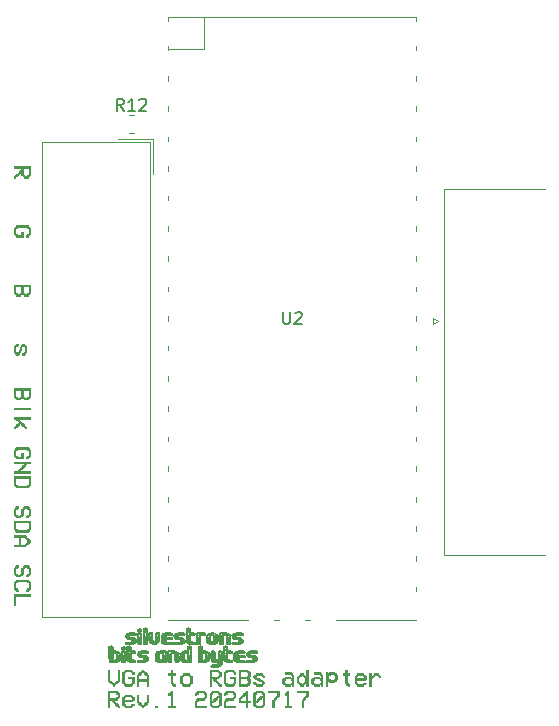
<source format=gbr>
%TF.GenerationSoftware,KiCad,Pcbnew,8.0.1*%
%TF.CreationDate,2024-07-17T22:44:32+10:00*%
%TF.ProjectId,vga,7667612e-6b69-4636-9164-5f7063625858,rev?*%
%TF.SameCoordinates,Original*%
%TF.FileFunction,Legend,Top*%
%TF.FilePolarity,Positive*%
%FSLAX46Y46*%
G04 Gerber Fmt 4.6, Leading zero omitted, Abs format (unit mm)*
G04 Created by KiCad (PCBNEW 8.0.1) date 2024-07-17 22:44:32*
%MOMM*%
%LPD*%
G01*
G04 APERTURE LIST*
%ADD10C,0.100000*%
%ADD11C,0.150000*%
%ADD12C,0.120000*%
%ADD13C,0.010000*%
G04 APERTURE END LIST*
D10*
G36*
X75391496Y-87686304D02*
G01*
X75391496Y-87789253D01*
X75180471Y-87789253D01*
X75180471Y-87582989D01*
X75297707Y-87582989D01*
X75297707Y-87480041D01*
X75391496Y-87480041D01*
X75391496Y-87067881D01*
X75297707Y-87067881D01*
X75297707Y-86964933D01*
X75094375Y-86964933D01*
X75094375Y-87067881D01*
X74992892Y-87067881D01*
X74992892Y-87582989D01*
X74887379Y-87582989D01*
X74887379Y-87686304D01*
X74781866Y-87686304D01*
X74781866Y-87789253D01*
X74359815Y-87789253D01*
X74359815Y-87686304D01*
X74266025Y-87686304D01*
X74266025Y-87582989D01*
X74148789Y-87582989D01*
X74148789Y-86964933D01*
X74266025Y-86964933D01*
X74266025Y-86861985D01*
X74359815Y-86861985D01*
X74359815Y-86758670D01*
X74570840Y-86758670D01*
X74570840Y-86964933D01*
X74453604Y-86964933D01*
X74453604Y-87067881D01*
X74359815Y-87067881D01*
X74359815Y-87480041D01*
X74453604Y-87480041D01*
X74453604Y-87582989D01*
X74672323Y-87582989D01*
X74672323Y-87480041D01*
X74781866Y-87480041D01*
X74781866Y-86964933D01*
X74887379Y-86964933D01*
X74887379Y-86861985D01*
X74992892Y-86861985D01*
X74992892Y-86758670D01*
X75391496Y-86758670D01*
X75391496Y-86861985D01*
X75485286Y-86861985D01*
X75485286Y-86964933D01*
X75602522Y-86964933D01*
X75602522Y-87582989D01*
X75485286Y-87582989D01*
X75485286Y-87686304D01*
X75391496Y-87686304D01*
G37*
G36*
X75602522Y-88812508D02*
G01*
X75497009Y-88812508D01*
X75497009Y-88915823D01*
X75391496Y-88915823D01*
X75391496Y-89018771D01*
X74359815Y-89018771D01*
X74359815Y-88915823D01*
X74254302Y-88915823D01*
X74254302Y-88812508D01*
X74148789Y-88812508D01*
X74148789Y-88194451D01*
X74359815Y-88194451D01*
X74359815Y-88709560D01*
X74463129Y-88709560D01*
X74463129Y-88812508D01*
X75288182Y-88812508D01*
X75288182Y-88709560D01*
X75391496Y-88709560D01*
X75391496Y-88194451D01*
X74359815Y-88194451D01*
X74148789Y-88194451D01*
X74148789Y-87988188D01*
X75602522Y-87988188D01*
X75602522Y-88812508D01*
G37*
G36*
X75180471Y-89321022D02*
G01*
X75297707Y-89321022D01*
X75297707Y-89423970D01*
X75391496Y-89423970D01*
X75391496Y-89526918D01*
X75485286Y-89526918D01*
X75485286Y-89629867D01*
X75602522Y-89629867D01*
X75602522Y-89836130D01*
X75485286Y-89836130D01*
X75485286Y-89939078D01*
X75391496Y-89939078D01*
X75391496Y-90042026D01*
X75297707Y-90042026D01*
X75297707Y-90145341D01*
X75180471Y-90145341D01*
X75180471Y-90248290D01*
X74148789Y-90248290D01*
X74148789Y-90042026D01*
X74570840Y-90042026D01*
X74570840Y-89423970D01*
X74781866Y-89423970D01*
X74781866Y-90042026D01*
X75086681Y-90042026D01*
X75086681Y-89939078D01*
X75180471Y-89939078D01*
X75180471Y-89836130D01*
X75297707Y-89836130D01*
X75297707Y-89629867D01*
X75180471Y-89629867D01*
X75180471Y-89526918D01*
X75086681Y-89526918D01*
X75086681Y-89423970D01*
X74781866Y-89423970D01*
X74570840Y-89423970D01*
X74148789Y-89423970D01*
X74148789Y-89217707D01*
X75180471Y-89217707D01*
X75180471Y-89321022D01*
G37*
G36*
X75602522Y-77582991D02*
G01*
X75497009Y-77582991D01*
X75497009Y-77686306D01*
X75391496Y-77686306D01*
X75391496Y-77789255D01*
X74992892Y-77789255D01*
X74992892Y-77686306D01*
X74781866Y-77686306D01*
X74781866Y-77789255D01*
X74359815Y-77789255D01*
X74359815Y-77686306D01*
X74254302Y-77686306D01*
X74254302Y-77582991D01*
X74148789Y-77582991D01*
X74148789Y-76964935D01*
X74359815Y-76964935D01*
X74359815Y-77480043D01*
X74465327Y-77480043D01*
X74465327Y-77582991D01*
X74676353Y-77582991D01*
X74676353Y-77480043D01*
X74781866Y-77480043D01*
X74781866Y-76964935D01*
X74992892Y-76964935D01*
X74992892Y-77480043D01*
X75092543Y-77480043D01*
X75092543Y-77582991D01*
X75291845Y-77582991D01*
X75291845Y-77480043D01*
X75391496Y-77480043D01*
X75391496Y-76964935D01*
X74992892Y-76964935D01*
X74781866Y-76964935D01*
X74359815Y-76964935D01*
X74148789Y-76964935D01*
X74148789Y-76758672D01*
X75602522Y-76758672D01*
X75602522Y-77582991D01*
G37*
G36*
X75602522Y-78606613D02*
G01*
X74148789Y-78606613D01*
X74148789Y-78400350D01*
X75602522Y-78400350D01*
X75602522Y-78606613D01*
G37*
G36*
X74359815Y-79423972D02*
G01*
X74148789Y-79423972D01*
X74148789Y-79217709D01*
X75602522Y-79217709D01*
X75602522Y-79423972D01*
X74664630Y-79423972D01*
X74664630Y-79526920D01*
X74767578Y-79526920D01*
X74767578Y-79630235D01*
X74870526Y-79630235D01*
X74870526Y-79733183D01*
X74973475Y-79733183D01*
X74973475Y-79836132D01*
X75076789Y-79836132D01*
X75076789Y-79939080D01*
X75179738Y-79939080D01*
X75179738Y-80042028D01*
X75282686Y-80042028D01*
X75282686Y-80248292D01*
X75076789Y-80248292D01*
X75076789Y-80145343D01*
X74973475Y-80145343D01*
X74973475Y-80042028D01*
X74870526Y-80042028D01*
X74870526Y-79939080D01*
X74767578Y-79939080D01*
X74767578Y-79836132D01*
X74664630Y-79836132D01*
X74664630Y-79939080D01*
X74563147Y-79939080D01*
X74563147Y-80042028D01*
X74461297Y-80042028D01*
X74461297Y-80145343D01*
X74359815Y-80145343D01*
X74359815Y-80248292D01*
X74148789Y-80248292D01*
X74148789Y-80042028D01*
X74254302Y-80042028D01*
X74254302Y-79939080D01*
X74359815Y-79939080D01*
X74359815Y-79836132D01*
X74462763Y-79836132D01*
X74462763Y-79733183D01*
X74565711Y-79733183D01*
X74565711Y-79630235D01*
X74462763Y-79630235D01*
X74462763Y-79526920D01*
X74359815Y-79526920D01*
X74359815Y-79423972D01*
G37*
G36*
X75391496Y-63915823D02*
G01*
X75391496Y-64018772D01*
X75180471Y-64018772D01*
X75180471Y-63812508D01*
X75297707Y-63812508D01*
X75297707Y-63709560D01*
X75391496Y-63709560D01*
X75391496Y-63297400D01*
X75297707Y-63297400D01*
X75297707Y-63194452D01*
X74453604Y-63194452D01*
X74453604Y-63297400D01*
X74359815Y-63297400D01*
X74359815Y-63709560D01*
X74453604Y-63709560D01*
X74453604Y-63812508D01*
X74781866Y-63812508D01*
X74781866Y-63503663D01*
X74992892Y-63503663D01*
X74992892Y-64018772D01*
X74359815Y-64018772D01*
X74359815Y-63915823D01*
X74254302Y-63915823D01*
X74254302Y-63812508D01*
X74148789Y-63812508D01*
X74148789Y-63194452D01*
X74254302Y-63194452D01*
X74254302Y-63091504D01*
X74359815Y-63091504D01*
X74359815Y-62988189D01*
X75391496Y-62988189D01*
X75391496Y-63091504D01*
X75485286Y-63091504D01*
X75485286Y-63194452D01*
X75602522Y-63194452D01*
X75602522Y-63812508D01*
X75485286Y-63812508D01*
X75485286Y-63915823D01*
X75391496Y-63915823D01*
G37*
G36*
X74359815Y-73091137D02*
G01*
X74359815Y-72988189D01*
X74570840Y-72988189D01*
X74570840Y-73194452D01*
X74465327Y-73194452D01*
X74465327Y-73297400D01*
X74359815Y-73297400D01*
X74359815Y-73709560D01*
X74570840Y-73709560D01*
X74570840Y-73503663D01*
X74664630Y-73503663D01*
X74664630Y-73297400D01*
X74758419Y-73297400D01*
X74781866Y-73091137D01*
X74875655Y-73091137D01*
X74875655Y-72988189D01*
X75086681Y-72988189D01*
X75086681Y-73091137D01*
X75180471Y-73091137D01*
X75180471Y-73194452D01*
X75297707Y-73194452D01*
X75297707Y-73812508D01*
X75180471Y-73812508D01*
X75188531Y-73915823D01*
X75086681Y-73915823D01*
X75086681Y-74018772D01*
X74875655Y-74018772D01*
X74875655Y-73812508D01*
X74981168Y-73812508D01*
X74981168Y-73709560D01*
X75086681Y-73709560D01*
X75086681Y-73297400D01*
X74875655Y-73297400D01*
X74875655Y-73606612D01*
X74781866Y-73606612D01*
X74758419Y-73812508D01*
X74664630Y-73812508D01*
X74664630Y-73915823D01*
X74570840Y-73915823D01*
X74570840Y-74018772D01*
X74359815Y-74018772D01*
X74359815Y-73915823D01*
X74266025Y-73915823D01*
X74266025Y-73812508D01*
X74148789Y-73812508D01*
X74148789Y-73194452D01*
X74266025Y-73194452D01*
X74266025Y-73091137D01*
X74359815Y-73091137D01*
G37*
G36*
X82927267Y-102502990D02*
G01*
X83030582Y-102502990D01*
X83030582Y-102608503D01*
X83133531Y-102608503D01*
X83133531Y-103007107D01*
X83030582Y-103007107D01*
X83030582Y-103112620D01*
X82927267Y-103112620D01*
X82927267Y-103218133D01*
X82721371Y-103218133D01*
X82721371Y-103323646D01*
X82824319Y-103323646D01*
X82824319Y-103429159D01*
X82927267Y-103429159D01*
X82927267Y-103534672D01*
X83030582Y-103534672D01*
X83030582Y-103640184D01*
X83133531Y-103640184D01*
X83133531Y-103851210D01*
X82927267Y-103851210D01*
X82927267Y-103745697D01*
X82824319Y-103745697D01*
X82824319Y-103640184D01*
X82721371Y-103640184D01*
X82721371Y-103534672D01*
X82618422Y-103534672D01*
X82618422Y-103429159D01*
X82515108Y-103429159D01*
X82515108Y-103323646D01*
X82412159Y-103323646D01*
X82412159Y-103218133D01*
X82309211Y-103218133D01*
X82309211Y-103851210D01*
X82102948Y-103851210D01*
X82102948Y-102608503D01*
X82309211Y-102608503D01*
X82309211Y-103007107D01*
X82824319Y-103007107D01*
X82824319Y-102907456D01*
X82927267Y-102907456D01*
X82927267Y-102708154D01*
X82824319Y-102708154D01*
X82824319Y-102608503D01*
X82309211Y-102608503D01*
X82102948Y-102608503D01*
X82102948Y-102397477D01*
X82927267Y-102397477D01*
X82927267Y-102502990D01*
G37*
G36*
X84157152Y-102819528D02*
G01*
X84260101Y-102819528D01*
X84260101Y-102913318D01*
X84363049Y-102913318D01*
X84363049Y-103229856D01*
X84260101Y-103229856D01*
X84260101Y-103335369D01*
X83538729Y-103335369D01*
X83538729Y-103522948D01*
X83641678Y-103522948D01*
X83641678Y-103640184D01*
X84053838Y-103635788D01*
X84053838Y-103522948D01*
X84363049Y-103522948D01*
X84363049Y-103640184D01*
X84260101Y-103640184D01*
X84260101Y-103733974D01*
X84157152Y-103733974D01*
X84157152Y-103851210D01*
X83538729Y-103851210D01*
X83538729Y-103733974D01*
X83435781Y-103733974D01*
X83435781Y-103640184D01*
X83332466Y-103635788D01*
X83332466Y-103124344D01*
X83538729Y-103124344D01*
X84156786Y-103124344D01*
X84156786Y-103007107D01*
X84053838Y-103007107D01*
X84053838Y-102913318D01*
X83641678Y-102913318D01*
X83641678Y-103007107D01*
X83538729Y-103007107D01*
X83538729Y-103124344D01*
X83332466Y-103124344D01*
X83332466Y-102913318D01*
X83435781Y-102913318D01*
X83435781Y-102819528D01*
X83538729Y-102819528D01*
X83538729Y-102702292D01*
X84157152Y-102702292D01*
X84157152Y-102819528D01*
G37*
G36*
X84561985Y-102702292D02*
G01*
X84768248Y-102702292D01*
X84768248Y-103335369D01*
X84871196Y-103335369D01*
X84871196Y-103429159D01*
X84974145Y-103429159D01*
X84974145Y-103546395D01*
X85180408Y-103546395D01*
X85180408Y-103429159D01*
X85283356Y-103429159D01*
X85283356Y-103335369D01*
X85386304Y-103335369D01*
X85386304Y-102702292D01*
X85592568Y-102702292D01*
X85592568Y-103429159D01*
X85489619Y-103429159D01*
X85489619Y-103546395D01*
X85386304Y-103546395D01*
X85386304Y-103640184D01*
X85283356Y-103640184D01*
X85283356Y-103733974D01*
X85180408Y-103733974D01*
X85180408Y-103851210D01*
X84974145Y-103851210D01*
X84974145Y-103733974D01*
X84871196Y-103733974D01*
X84871196Y-103640184D01*
X84768248Y-103640184D01*
X84768248Y-103546395D01*
X84665300Y-103546395D01*
X84665300Y-103429159D01*
X84561985Y-103429159D01*
X84561985Y-102702292D01*
G37*
G36*
X86306978Y-103640184D02*
G01*
X86306978Y-103851210D01*
X86100715Y-103851210D01*
X86100715Y-103640184D01*
X86306978Y-103640184D01*
G37*
G36*
X87639445Y-103640184D02*
G01*
X87845341Y-103640184D01*
X87845341Y-103851210D01*
X87227285Y-103851210D01*
X87227285Y-103640184D01*
X87433182Y-103640184D01*
X87433182Y-102814766D01*
X87227285Y-102814766D01*
X87227285Y-102608503D01*
X87330233Y-102608503D01*
X87330233Y-102502990D01*
X87433182Y-102502990D01*
X87433182Y-102397477D01*
X87639445Y-102397477D01*
X87639445Y-103640184D01*
G37*
G36*
X89686322Y-103640184D02*
G01*
X90510642Y-103640184D01*
X90510642Y-103851210D01*
X89480059Y-103851210D01*
X89480059Y-103218133D01*
X89583374Y-103218133D01*
X89583374Y-103112620D01*
X89686322Y-103112620D01*
X89686322Y-103007107D01*
X90201430Y-103007107D01*
X90201430Y-102905624D01*
X90304378Y-102905624D01*
X90304378Y-102702292D01*
X90201430Y-102702292D01*
X90201430Y-102608503D01*
X89789270Y-102608503D01*
X89789270Y-102702292D01*
X89686322Y-102702292D01*
X89686322Y-102819528D01*
X89480059Y-102819528D01*
X89480059Y-102608503D01*
X89583374Y-102608503D01*
X89583374Y-102514713D01*
X89686322Y-102514713D01*
X89686322Y-102397477D01*
X90304378Y-102397477D01*
X90304378Y-102514713D01*
X90407693Y-102514713D01*
X90407693Y-102608503D01*
X90510642Y-102608503D01*
X90510642Y-103007107D01*
X90407693Y-103007107D01*
X90407693Y-103112620D01*
X90304378Y-103112620D01*
X90304378Y-103218133D01*
X89789270Y-103218133D01*
X89789270Y-103323646D01*
X89686322Y-103323646D01*
X89686322Y-103640184D01*
G37*
G36*
X91533897Y-102502990D02*
G01*
X91637212Y-102502990D01*
X91637212Y-102608503D01*
X91740160Y-102608503D01*
X91740160Y-103640184D01*
X91637212Y-103640184D01*
X91637212Y-103745697D01*
X91533897Y-103745697D01*
X91533897Y-103851210D01*
X90915840Y-103851210D01*
X90915840Y-103745697D01*
X90812892Y-103745697D01*
X90812892Y-103640184D01*
X90709577Y-103640184D01*
X90709577Y-103546395D01*
X90915840Y-103546395D01*
X91018789Y-103546395D01*
X91018789Y-103640184D01*
X91430949Y-103640184D01*
X91430949Y-103546395D01*
X91533897Y-103546395D01*
X91533897Y-103031287D01*
X91430949Y-103031287D01*
X91430949Y-103134235D01*
X91328000Y-103134235D01*
X91328000Y-103237184D01*
X91225052Y-103237184D01*
X91225052Y-103340132D01*
X91121737Y-103340132D01*
X91121737Y-103443447D01*
X90915840Y-103443447D01*
X90915840Y-103546395D01*
X90709577Y-103546395D01*
X90709577Y-103217400D01*
X90915840Y-103217400D01*
X91018789Y-103217400D01*
X91018789Y-103114452D01*
X91121737Y-103114452D01*
X91121737Y-103011503D01*
X91224685Y-103011503D01*
X91224685Y-102908189D01*
X91328000Y-102908189D01*
X91328000Y-102805240D01*
X91533897Y-102805240D01*
X91533897Y-102702292D01*
X91430949Y-102702292D01*
X91430949Y-102608503D01*
X91018789Y-102608503D01*
X91018789Y-102702292D01*
X90915840Y-102702292D01*
X90915840Y-103217400D01*
X90709577Y-103217400D01*
X90709577Y-102608503D01*
X90812892Y-102608503D01*
X90812892Y-102502990D01*
X90915840Y-102502990D01*
X90915840Y-102397477D01*
X91533897Y-102397477D01*
X91533897Y-102502990D01*
G37*
G36*
X92145359Y-103640184D02*
G01*
X92969678Y-103640184D01*
X92969678Y-103851210D01*
X91939096Y-103851210D01*
X91939096Y-103218133D01*
X92042411Y-103218133D01*
X92042411Y-103112620D01*
X92145359Y-103112620D01*
X92145359Y-103007107D01*
X92660467Y-103007107D01*
X92660467Y-102905624D01*
X92763415Y-102905624D01*
X92763415Y-102702292D01*
X92660467Y-102702292D01*
X92660467Y-102608503D01*
X92248307Y-102608503D01*
X92248307Y-102702292D01*
X92145359Y-102702292D01*
X92145359Y-102819528D01*
X91939096Y-102819528D01*
X91939096Y-102608503D01*
X92042411Y-102608503D01*
X92042411Y-102514713D01*
X92145359Y-102514713D01*
X92145359Y-102397477D01*
X92763415Y-102397477D01*
X92763415Y-102514713D01*
X92866730Y-102514713D01*
X92866730Y-102608503D01*
X92969678Y-102608503D01*
X92969678Y-103007107D01*
X92866730Y-103007107D01*
X92866730Y-103112620D01*
X92763415Y-103112620D01*
X92763415Y-103218133D01*
X92248307Y-103218133D01*
X92248307Y-103323646D01*
X92145359Y-103323646D01*
X92145359Y-103640184D01*
G37*
G36*
X93992934Y-103218133D02*
G01*
X94199197Y-103218133D01*
X94199197Y-103429159D01*
X93992934Y-103429159D01*
X93992934Y-103851210D01*
X93787037Y-103851210D01*
X93787037Y-103429159D01*
X93168614Y-103429159D01*
X93168614Y-103218133D01*
X93374877Y-103218133D01*
X93787037Y-103218133D01*
X93787037Y-102805973D01*
X93684089Y-102805973D01*
X93684089Y-102908921D01*
X93580774Y-102908921D01*
X93580774Y-103012236D01*
X93477826Y-103012236D01*
X93477826Y-103115184D01*
X93374877Y-103115184D01*
X93374877Y-103218133D01*
X93168614Y-103218133D01*
X93168614Y-103018831D01*
X93271929Y-103018831D01*
X93271929Y-102916249D01*
X93374877Y-102916249D01*
X93374877Y-102813667D01*
X93477826Y-102813667D01*
X93477826Y-102711085D01*
X93580774Y-102711085D01*
X93580774Y-102608503D01*
X93684089Y-102608503D01*
X93684089Y-102502990D01*
X93787037Y-102502990D01*
X93787037Y-102397477D01*
X93992934Y-102397477D01*
X93992934Y-103218133D01*
G37*
G36*
X95222452Y-102502990D02*
G01*
X95325767Y-102502990D01*
X95325767Y-102608503D01*
X95428715Y-102608503D01*
X95428715Y-103640184D01*
X95325767Y-103640184D01*
X95325767Y-103745697D01*
X95222452Y-103745697D01*
X95222452Y-103851210D01*
X94604396Y-103851210D01*
X94604396Y-103745697D01*
X94501448Y-103745697D01*
X94501448Y-103640184D01*
X94398133Y-103640184D01*
X94398133Y-103546395D01*
X94604396Y-103546395D01*
X94707344Y-103546395D01*
X94707344Y-103640184D01*
X95119504Y-103640184D01*
X95119504Y-103546395D01*
X95222452Y-103546395D01*
X95222452Y-103031287D01*
X95119504Y-103031287D01*
X95119504Y-103134235D01*
X95016556Y-103134235D01*
X95016556Y-103237184D01*
X94913607Y-103237184D01*
X94913607Y-103340132D01*
X94810293Y-103340132D01*
X94810293Y-103443447D01*
X94604396Y-103443447D01*
X94604396Y-103546395D01*
X94398133Y-103546395D01*
X94398133Y-103217400D01*
X94604396Y-103217400D01*
X94707344Y-103217400D01*
X94707344Y-103114452D01*
X94810293Y-103114452D01*
X94810293Y-103011503D01*
X94913241Y-103011503D01*
X94913241Y-102908189D01*
X95016556Y-102908189D01*
X95016556Y-102805240D01*
X95222452Y-102805240D01*
X95222452Y-102702292D01*
X95119504Y-102702292D01*
X95119504Y-102608503D01*
X94707344Y-102608503D01*
X94707344Y-102702292D01*
X94604396Y-102702292D01*
X94604396Y-103217400D01*
X94398133Y-103217400D01*
X94398133Y-102608503D01*
X94501448Y-102608503D01*
X94501448Y-102502990D01*
X94604396Y-102502990D01*
X94604396Y-102397477D01*
X95222452Y-102397477D01*
X95222452Y-102502990D01*
G37*
G36*
X96451971Y-102608503D02*
G01*
X95627651Y-102608503D01*
X95627651Y-102397477D01*
X96658234Y-102397477D01*
X96658234Y-102916615D01*
X96555286Y-102916615D01*
X96555286Y-103020662D01*
X96451971Y-103020662D01*
X96451971Y-103124344D01*
X96349023Y-103124344D01*
X96349023Y-103228025D01*
X96246074Y-103228025D01*
X96246074Y-103851210D01*
X96039811Y-103851210D01*
X96039811Y-103126175D01*
X96143126Y-103126175D01*
X96143126Y-103022861D01*
X96246074Y-103022861D01*
X96246074Y-102919180D01*
X96349023Y-102919180D01*
X96349023Y-102815498D01*
X96451971Y-102815498D01*
X96451971Y-102608503D01*
G37*
G36*
X97475593Y-103640184D02*
G01*
X97681489Y-103640184D01*
X97681489Y-103851210D01*
X97063433Y-103851210D01*
X97063433Y-103640184D01*
X97269330Y-103640184D01*
X97269330Y-102814766D01*
X97063433Y-102814766D01*
X97063433Y-102608503D01*
X97166381Y-102608503D01*
X97166381Y-102502990D01*
X97269330Y-102502990D01*
X97269330Y-102397477D01*
X97475593Y-102397477D01*
X97475593Y-103640184D01*
G37*
G36*
X98911008Y-102608503D02*
G01*
X98086688Y-102608503D01*
X98086688Y-102397477D01*
X99117271Y-102397477D01*
X99117271Y-102916615D01*
X99014323Y-102916615D01*
X99014323Y-103020662D01*
X98911008Y-103020662D01*
X98911008Y-103124344D01*
X98808060Y-103124344D01*
X98808060Y-103228025D01*
X98705111Y-103228025D01*
X98705111Y-103851210D01*
X98498848Y-103851210D01*
X98498848Y-103126175D01*
X98602163Y-103126175D01*
X98602163Y-103022861D01*
X98705111Y-103022861D01*
X98705111Y-102919180D01*
X98808060Y-102919180D01*
X98808060Y-102815498D01*
X98911008Y-102815498D01*
X98911008Y-102608503D01*
G37*
G36*
X75391496Y-92686305D02*
G01*
X75391496Y-92789254D01*
X75180471Y-92789254D01*
X75180471Y-92582990D01*
X75297707Y-92582990D01*
X75297707Y-92480042D01*
X75391496Y-92480042D01*
X75391496Y-92067882D01*
X75297707Y-92067882D01*
X75297707Y-91964934D01*
X75094375Y-91964934D01*
X75094375Y-92067882D01*
X74992892Y-92067882D01*
X74992892Y-92582990D01*
X74887379Y-92582990D01*
X74887379Y-92686305D01*
X74781866Y-92686305D01*
X74781866Y-92789254D01*
X74359815Y-92789254D01*
X74359815Y-92686305D01*
X74266025Y-92686305D01*
X74266025Y-92582990D01*
X74148789Y-92582990D01*
X74148789Y-91964934D01*
X74266025Y-91964934D01*
X74266025Y-91861986D01*
X74359815Y-91861986D01*
X74359815Y-91758671D01*
X74570840Y-91758671D01*
X74570840Y-91964934D01*
X74453604Y-91964934D01*
X74453604Y-92067882D01*
X74359815Y-92067882D01*
X74359815Y-92480042D01*
X74453604Y-92480042D01*
X74453604Y-92582990D01*
X74672323Y-92582990D01*
X74672323Y-92480042D01*
X74781866Y-92480042D01*
X74781866Y-91964934D01*
X74887379Y-91964934D01*
X74887379Y-91861986D01*
X74992892Y-91861986D01*
X74992892Y-91758671D01*
X75391496Y-91758671D01*
X75391496Y-91861986D01*
X75485286Y-91861986D01*
X75485286Y-91964934D01*
X75602522Y-91964934D01*
X75602522Y-92582990D01*
X75485286Y-92582990D01*
X75485286Y-92686305D01*
X75391496Y-92686305D01*
G37*
G36*
X74359815Y-93297401D02*
G01*
X74359815Y-93709561D01*
X74453604Y-93709561D01*
X74453604Y-93812509D01*
X74570840Y-93812509D01*
X74570840Y-94018772D01*
X74359815Y-94018772D01*
X74359815Y-93915824D01*
X74266025Y-93915824D01*
X74266025Y-93812509D01*
X74148789Y-93812509D01*
X74148789Y-93194452D01*
X74266025Y-93194452D01*
X74266025Y-93091504D01*
X74359815Y-93091504D01*
X74359815Y-92988189D01*
X75391496Y-92988189D01*
X75391496Y-93091504D01*
X75485286Y-93091504D01*
X75485286Y-93194452D01*
X75602522Y-93194452D01*
X75602522Y-93812509D01*
X75485286Y-93812509D01*
X75485286Y-93915824D01*
X75391496Y-93915824D01*
X75391496Y-94018772D01*
X75180471Y-94018772D01*
X75180471Y-93812509D01*
X75297707Y-93812509D01*
X75297707Y-93709561D01*
X75391496Y-93709561D01*
X75391496Y-93297401D01*
X75297707Y-93297401D01*
X75297707Y-93194452D01*
X74453604Y-93194452D01*
X74453604Y-93297401D01*
X74359815Y-93297401D01*
G37*
G36*
X74148789Y-94217708D02*
G01*
X75602522Y-94217708D01*
X75602522Y-94423971D01*
X74359815Y-94423971D01*
X74359815Y-95248291D01*
X74148789Y-95248291D01*
X74148789Y-94217708D01*
G37*
G36*
X75602522Y-58812508D02*
G01*
X75497009Y-58812508D01*
X75497009Y-58915823D01*
X75391496Y-58915823D01*
X75391496Y-59018772D01*
X74992892Y-59018772D01*
X74992892Y-58915823D01*
X74887379Y-58915823D01*
X74887379Y-58812508D01*
X74781866Y-58812508D01*
X74781866Y-58606612D01*
X74676353Y-58606612D01*
X74676353Y-58709560D01*
X74570840Y-58709560D01*
X74570840Y-58812508D01*
X74465327Y-58812508D01*
X74465327Y-58915823D01*
X74359815Y-58915823D01*
X74359815Y-59018772D01*
X74148789Y-59018772D01*
X74148789Y-58812508D01*
X74254302Y-58812508D01*
X74254302Y-58709560D01*
X74359815Y-58709560D01*
X74359815Y-58606612D01*
X74465327Y-58606612D01*
X74465327Y-58503663D01*
X74570840Y-58503663D01*
X74570840Y-58400349D01*
X74676353Y-58400349D01*
X74676353Y-58297400D01*
X74781866Y-58297400D01*
X74781866Y-58194452D01*
X74992892Y-58194452D01*
X74992892Y-58709560D01*
X75092543Y-58709560D01*
X75092543Y-58812508D01*
X75291845Y-58812508D01*
X75291845Y-58709560D01*
X75391496Y-58709560D01*
X75391496Y-58194452D01*
X74992892Y-58194452D01*
X74781866Y-58194452D01*
X74148789Y-58194452D01*
X74148789Y-57988189D01*
X75602522Y-57988189D01*
X75602522Y-58812508D01*
G37*
G36*
X82206263Y-101629159D02*
G01*
X82102948Y-101629159D01*
X82102948Y-100597477D01*
X82309211Y-100597477D01*
X82309211Y-101535369D01*
X82412159Y-101535369D01*
X82412159Y-101629159D01*
X82515108Y-101629159D01*
X82515108Y-101746395D01*
X82721371Y-101746395D01*
X82721371Y-101629159D01*
X82824319Y-101629159D01*
X82824319Y-101535369D01*
X82927267Y-101535369D01*
X82927267Y-100597477D01*
X83133531Y-100597477D01*
X83133531Y-101629159D01*
X83030582Y-101629159D01*
X83030582Y-101746395D01*
X82927267Y-101746395D01*
X82927267Y-101840184D01*
X82824319Y-101840184D01*
X82824319Y-101933974D01*
X82721371Y-101933974D01*
X82721371Y-102051210D01*
X82515108Y-102051210D01*
X82515108Y-101933974D01*
X82412159Y-101933974D01*
X82412159Y-101840184D01*
X82309211Y-101840184D01*
X82309211Y-101746395D01*
X82206263Y-101746395D01*
X82206263Y-101629159D01*
G37*
G36*
X84260101Y-100808503D02*
G01*
X84363049Y-100808503D01*
X84363049Y-101019528D01*
X84156786Y-101019528D01*
X84156786Y-100902292D01*
X84053838Y-100902292D01*
X84053838Y-100808503D01*
X83641678Y-100808503D01*
X83641678Y-100902292D01*
X83538729Y-100902292D01*
X83538729Y-101746395D01*
X83641678Y-101746395D01*
X83641678Y-101840184D01*
X84053838Y-101840184D01*
X84053838Y-101746395D01*
X84156786Y-101746395D01*
X84156786Y-101418133D01*
X83847941Y-101418133D01*
X83847941Y-101207107D01*
X84363049Y-101207107D01*
X84363049Y-101840184D01*
X84260101Y-101840184D01*
X84260101Y-101945697D01*
X84156786Y-101945697D01*
X84156786Y-102051210D01*
X83538729Y-102051210D01*
X83538729Y-101945697D01*
X83435781Y-101945697D01*
X83435781Y-101840184D01*
X83332466Y-101840184D01*
X83332466Y-100808503D01*
X83435781Y-100808503D01*
X83435781Y-100714713D01*
X83538729Y-100714713D01*
X83538729Y-100597477D01*
X84156786Y-100597477D01*
X84156786Y-100714713D01*
X84260101Y-100714713D01*
X84260101Y-100808503D01*
G37*
G36*
X85180408Y-100714713D02*
G01*
X85283356Y-100714713D01*
X85283356Y-100808503D01*
X85386304Y-100808503D01*
X85386304Y-100902292D01*
X85489619Y-100902292D01*
X85489619Y-101019528D01*
X85592568Y-101019528D01*
X85592568Y-102051210D01*
X85386304Y-102051210D01*
X85386304Y-101629159D01*
X84768248Y-101629159D01*
X84768248Y-102051210D01*
X84561985Y-102051210D01*
X84561985Y-101418133D01*
X84768248Y-101418133D01*
X85386304Y-101418133D01*
X85386304Y-101113318D01*
X85283356Y-101113318D01*
X85283356Y-101019528D01*
X85180408Y-101019528D01*
X85180408Y-100902292D01*
X84974145Y-100902292D01*
X84974145Y-101019528D01*
X84871196Y-101019528D01*
X84871196Y-101113318D01*
X84768248Y-101113318D01*
X84768248Y-101418133D01*
X84561985Y-101418133D01*
X84561985Y-101019528D01*
X84665300Y-101019528D01*
X84665300Y-100902292D01*
X84768248Y-100902292D01*
X84768248Y-100808503D01*
X84871196Y-100808503D01*
X84871196Y-100714713D01*
X84974145Y-100714713D01*
X84974145Y-100597477D01*
X85180408Y-100597477D01*
X85180408Y-100714713D01*
G37*
G36*
X87742393Y-101842749D02*
G01*
X87845341Y-101842749D01*
X87845341Y-102051210D01*
X87639445Y-102051210D01*
X87639445Y-101947163D01*
X87536496Y-101947163D01*
X87536496Y-101842749D01*
X87433182Y-101842749D01*
X87433182Y-101113318D01*
X87227285Y-101113318D01*
X87227285Y-100902292D01*
X87433182Y-100902292D01*
X87433182Y-100597477D01*
X87639445Y-100597477D01*
X87639445Y-100902292D01*
X87845341Y-100902292D01*
X87845341Y-101113318D01*
X87639445Y-101113318D01*
X87639445Y-101738702D01*
X87742393Y-101738702D01*
X87742393Y-101842749D01*
G37*
G36*
X89074860Y-101007805D02*
G01*
X89178175Y-101007805D01*
X89178175Y-101113318D01*
X89281123Y-101113318D01*
X89281123Y-101840184D01*
X89178175Y-101840184D01*
X89178175Y-101945697D01*
X89074860Y-101945697D01*
X89074860Y-102051210D01*
X88456803Y-102051210D01*
X88456803Y-101945697D01*
X88353855Y-101945697D01*
X88353855Y-101840184D01*
X88250540Y-101840184D01*
X88250540Y-101746395D01*
X88456803Y-101746395D01*
X88559752Y-101746395D01*
X88559752Y-101840184D01*
X88971912Y-101840184D01*
X88971912Y-101746395D01*
X89074860Y-101746395D01*
X89074860Y-101207107D01*
X88971912Y-101207107D01*
X88971912Y-101113318D01*
X88559752Y-101113318D01*
X88559752Y-101207107D01*
X88456803Y-101207107D01*
X88456803Y-101746395D01*
X88250540Y-101746395D01*
X88250540Y-101113318D01*
X88353855Y-101113318D01*
X88353855Y-101007805D01*
X88456803Y-101007805D01*
X88456803Y-100902292D01*
X89074860Y-100902292D01*
X89074860Y-101007805D01*
G37*
G36*
X91533897Y-100702990D02*
G01*
X91637212Y-100702990D01*
X91637212Y-100808503D01*
X91740160Y-100808503D01*
X91740160Y-101207107D01*
X91637212Y-101207107D01*
X91637212Y-101312620D01*
X91533897Y-101312620D01*
X91533897Y-101418133D01*
X91328000Y-101418133D01*
X91328000Y-101523646D01*
X91430949Y-101523646D01*
X91430949Y-101629159D01*
X91533897Y-101629159D01*
X91533897Y-101734672D01*
X91637212Y-101734672D01*
X91637212Y-101840184D01*
X91740160Y-101840184D01*
X91740160Y-102051210D01*
X91533897Y-102051210D01*
X91533897Y-101945697D01*
X91430949Y-101945697D01*
X91430949Y-101840184D01*
X91328000Y-101840184D01*
X91328000Y-101734672D01*
X91225052Y-101734672D01*
X91225052Y-101629159D01*
X91121737Y-101629159D01*
X91121737Y-101523646D01*
X91018789Y-101523646D01*
X91018789Y-101418133D01*
X90915840Y-101418133D01*
X90915840Y-102051210D01*
X90709577Y-102051210D01*
X90709577Y-100808503D01*
X90915840Y-100808503D01*
X90915840Y-101207107D01*
X91430949Y-101207107D01*
X91430949Y-101107456D01*
X91533897Y-101107456D01*
X91533897Y-100908154D01*
X91430949Y-100908154D01*
X91430949Y-100808503D01*
X90915840Y-100808503D01*
X90709577Y-100808503D01*
X90709577Y-100597477D01*
X91533897Y-100597477D01*
X91533897Y-100702990D01*
G37*
G36*
X92866730Y-100808503D02*
G01*
X92969678Y-100808503D01*
X92969678Y-101019528D01*
X92763415Y-101019528D01*
X92763415Y-100902292D01*
X92660467Y-100902292D01*
X92660467Y-100808503D01*
X92248307Y-100808503D01*
X92248307Y-100902292D01*
X92145359Y-100902292D01*
X92145359Y-101746395D01*
X92248307Y-101746395D01*
X92248307Y-101840184D01*
X92660467Y-101840184D01*
X92660467Y-101746395D01*
X92763415Y-101746395D01*
X92763415Y-101418133D01*
X92454570Y-101418133D01*
X92454570Y-101207107D01*
X92969678Y-101207107D01*
X92969678Y-101840184D01*
X92866730Y-101840184D01*
X92866730Y-101945697D01*
X92763415Y-101945697D01*
X92763415Y-102051210D01*
X92145359Y-102051210D01*
X92145359Y-101945697D01*
X92042411Y-101945697D01*
X92042411Y-101840184D01*
X91939096Y-101840184D01*
X91939096Y-100808503D01*
X92042411Y-100808503D01*
X92042411Y-100714713D01*
X92145359Y-100714713D01*
X92145359Y-100597477D01*
X92763415Y-100597477D01*
X92763415Y-100714713D01*
X92866730Y-100714713D01*
X92866730Y-100808503D01*
G37*
G36*
X93992934Y-100702990D02*
G01*
X94096249Y-100702990D01*
X94096249Y-100808503D01*
X94199197Y-100808503D01*
X94199197Y-101207107D01*
X94096249Y-101207107D01*
X94096249Y-101418133D01*
X94199197Y-101418133D01*
X94199197Y-101840184D01*
X94096249Y-101840184D01*
X94096249Y-101945697D01*
X93992934Y-101945697D01*
X93992934Y-102051210D01*
X93168614Y-102051210D01*
X93168614Y-101418133D01*
X93374877Y-101418133D01*
X93374877Y-101840184D01*
X93889986Y-101840184D01*
X93889986Y-101734672D01*
X93992934Y-101734672D01*
X93992934Y-101523646D01*
X93889986Y-101523646D01*
X93889986Y-101418133D01*
X93374877Y-101418133D01*
X93168614Y-101418133D01*
X93168614Y-100808503D01*
X93374877Y-100808503D01*
X93374877Y-101207107D01*
X93889986Y-101207107D01*
X93889986Y-101107456D01*
X93992934Y-101107456D01*
X93992934Y-100908154D01*
X93889986Y-100908154D01*
X93889986Y-100808503D01*
X93374877Y-100808503D01*
X93168614Y-100808503D01*
X93168614Y-100597477D01*
X93992934Y-100597477D01*
X93992934Y-100702990D01*
G37*
G36*
X94501081Y-101840184D02*
G01*
X94398133Y-101840184D01*
X94398133Y-101629159D01*
X94604396Y-101629159D01*
X94604396Y-101734672D01*
X94707344Y-101734672D01*
X94707344Y-101840184D01*
X95119504Y-101840184D01*
X95119504Y-101629159D01*
X94913607Y-101629159D01*
X94913607Y-101535369D01*
X94707344Y-101535369D01*
X94707344Y-101441580D01*
X94501081Y-101418133D01*
X94501081Y-101324344D01*
X94398133Y-101324344D01*
X94398133Y-101113318D01*
X94501081Y-101113318D01*
X94501081Y-101019528D01*
X94604396Y-101019528D01*
X94604396Y-100902292D01*
X95222452Y-100902292D01*
X95222452Y-101019528D01*
X95325767Y-101011468D01*
X95325767Y-101113318D01*
X95428715Y-101113318D01*
X95428715Y-101324344D01*
X95222452Y-101324344D01*
X95222452Y-101218831D01*
X95119504Y-101218831D01*
X95119504Y-101113318D01*
X94707344Y-101113318D01*
X94707344Y-101324344D01*
X95016556Y-101324344D01*
X95016556Y-101418133D01*
X95222452Y-101441580D01*
X95222452Y-101535369D01*
X95325767Y-101535369D01*
X95325767Y-101629159D01*
X95428715Y-101629159D01*
X95428715Y-101840184D01*
X95325767Y-101840184D01*
X95325767Y-101933974D01*
X95222452Y-101933974D01*
X95222452Y-102051210D01*
X94604396Y-102051210D01*
X94604396Y-101933974D01*
X94501081Y-101933974D01*
X94501081Y-101840184D01*
G37*
G36*
X97681489Y-100914016D02*
G01*
X97784804Y-100914016D01*
X97784804Y-101019528D01*
X97887752Y-101019528D01*
X97887752Y-102051210D01*
X97681489Y-102051210D01*
X97681489Y-101933974D01*
X97578541Y-101933974D01*
X97578541Y-102051210D01*
X97063433Y-102051210D01*
X97063433Y-101933974D01*
X96960484Y-101933974D01*
X96960484Y-101840184D01*
X96857170Y-101840184D01*
X96857170Y-101722948D01*
X97063433Y-101722948D01*
X97166381Y-101722948D01*
X97166381Y-101840184D01*
X97578541Y-101840184D01*
X97578541Y-101722948D01*
X97681489Y-101722948D01*
X97681489Y-101535369D01*
X97578541Y-101535369D01*
X97578541Y-101418133D01*
X97166381Y-101418133D01*
X97166381Y-101535369D01*
X97063433Y-101535369D01*
X97063433Y-101722948D01*
X96857170Y-101722948D01*
X96857170Y-101418133D01*
X96960484Y-101418133D01*
X96960484Y-101324344D01*
X97063433Y-101324344D01*
X97063433Y-101207107D01*
X97578541Y-101207107D01*
X97578541Y-101324344D01*
X97681489Y-101324344D01*
X97681489Y-101121011D01*
X97578541Y-101121011D01*
X97578541Y-101019528D01*
X97063433Y-101019528D01*
X97063433Y-100808503D01*
X97681489Y-100808503D01*
X97681489Y-100914016D01*
G37*
G36*
X99117271Y-102051210D02*
G01*
X98911008Y-102051210D01*
X98911008Y-101831025D01*
X98808060Y-101831025D01*
X98808060Y-101933974D01*
X98705111Y-101933974D01*
X98705111Y-102051210D01*
X98395900Y-102051210D01*
X98395900Y-101933974D01*
X98292951Y-101933974D01*
X98292951Y-101840184D01*
X98190003Y-101840184D01*
X98190003Y-101746395D01*
X98086688Y-101746395D01*
X98086688Y-101629159D01*
X98292951Y-101629159D01*
X98395900Y-101629159D01*
X98395900Y-101746395D01*
X98498848Y-101746395D01*
X98498848Y-101849344D01*
X98602163Y-101849344D01*
X98602163Y-101746395D01*
X98705111Y-101746395D01*
X98705111Y-101629159D01*
X98808060Y-101629159D01*
X98808060Y-101324344D01*
X98705111Y-101324344D01*
X98705111Y-101207107D01*
X98602163Y-101207107D01*
X98602163Y-101103792D01*
X98498848Y-101103792D01*
X98498848Y-101207107D01*
X98395900Y-101207107D01*
X98395900Y-101324344D01*
X98292951Y-101324344D01*
X98292951Y-101629159D01*
X98086688Y-101629159D01*
X98086688Y-101207107D01*
X98190003Y-101207107D01*
X98190003Y-101113318D01*
X98292951Y-101113318D01*
X98292951Y-101019528D01*
X98395900Y-101019528D01*
X98395900Y-100902292D01*
X98705111Y-100902292D01*
X98705111Y-101019528D01*
X98808060Y-101019528D01*
X98808060Y-101122477D01*
X98911008Y-101122477D01*
X98911008Y-100597477D01*
X99117271Y-100597477D01*
X99117271Y-102051210D01*
G37*
G36*
X100140526Y-100914016D02*
G01*
X100243841Y-100914016D01*
X100243841Y-101019528D01*
X100346789Y-101019528D01*
X100346789Y-102051210D01*
X100140526Y-102051210D01*
X100140526Y-101933974D01*
X100037578Y-101933974D01*
X100037578Y-102051210D01*
X99522470Y-102051210D01*
X99522470Y-101933974D01*
X99419521Y-101933974D01*
X99419521Y-101840184D01*
X99316207Y-101840184D01*
X99316207Y-101722948D01*
X99522470Y-101722948D01*
X99625418Y-101722948D01*
X99625418Y-101840184D01*
X100037578Y-101840184D01*
X100037578Y-101722948D01*
X100140526Y-101722948D01*
X100140526Y-101535369D01*
X100037578Y-101535369D01*
X100037578Y-101418133D01*
X99625418Y-101418133D01*
X99625418Y-101535369D01*
X99522470Y-101535369D01*
X99522470Y-101722948D01*
X99316207Y-101722948D01*
X99316207Y-101418133D01*
X99419521Y-101418133D01*
X99419521Y-101324344D01*
X99522470Y-101324344D01*
X99522470Y-101207107D01*
X100037578Y-101207107D01*
X100037578Y-101324344D01*
X100140526Y-101324344D01*
X100140526Y-101121011D01*
X100037578Y-101121011D01*
X100037578Y-101019528D01*
X99522470Y-101019528D01*
X99522470Y-100808503D01*
X100140526Y-100808503D01*
X100140526Y-100914016D01*
G37*
G36*
X100751988Y-100911451D02*
G01*
X100854937Y-100911451D01*
X100854937Y-100808503D01*
X101370045Y-100808503D01*
X101370045Y-100914016D01*
X101473360Y-100914016D01*
X101473360Y-101019528D01*
X101576308Y-101019528D01*
X101576308Y-101511922D01*
X101473360Y-101511922D01*
X101473360Y-101617435D01*
X101370045Y-101617435D01*
X101370045Y-101722948D01*
X100854937Y-101722948D01*
X100854937Y-101620000D01*
X100751988Y-101620000D01*
X100751988Y-102051210D01*
X100545725Y-102051210D01*
X100545725Y-101418133D01*
X100854937Y-101418133D01*
X100957885Y-101418133D01*
X100957885Y-101511922D01*
X101267096Y-101511922D01*
X101267096Y-101418133D01*
X101370045Y-101418133D01*
X101370045Y-101113318D01*
X101267096Y-101113318D01*
X101267096Y-101019528D01*
X100957885Y-101019528D01*
X100957885Y-101113318D01*
X100854937Y-101113318D01*
X100854937Y-101418133D01*
X100545725Y-101418133D01*
X100545725Y-100808503D01*
X100751988Y-100808503D01*
X100751988Y-100911451D01*
G37*
G36*
X102496615Y-101842749D02*
G01*
X102599563Y-101842749D01*
X102599563Y-102051210D01*
X102393667Y-102051210D01*
X102393667Y-101947163D01*
X102290718Y-101947163D01*
X102290718Y-101842749D01*
X102187404Y-101842749D01*
X102187404Y-101113318D01*
X101981507Y-101113318D01*
X101981507Y-100902292D01*
X102187404Y-100902292D01*
X102187404Y-100597477D01*
X102393667Y-100597477D01*
X102393667Y-100902292D01*
X102599563Y-100902292D01*
X102599563Y-101113318D01*
X102393667Y-101113318D01*
X102393667Y-101738702D01*
X102496615Y-101738702D01*
X102496615Y-101842749D01*
G37*
G36*
X103829448Y-101019528D02*
G01*
X103932397Y-101019528D01*
X103932397Y-101113318D01*
X104035345Y-101113318D01*
X104035345Y-101429856D01*
X103932397Y-101429856D01*
X103932397Y-101535369D01*
X103211025Y-101535369D01*
X103211025Y-101722948D01*
X103313974Y-101722948D01*
X103313974Y-101840184D01*
X103726133Y-101835788D01*
X103726133Y-101722948D01*
X104035345Y-101722948D01*
X104035345Y-101840184D01*
X103932397Y-101840184D01*
X103932397Y-101933974D01*
X103829448Y-101933974D01*
X103829448Y-102051210D01*
X103211025Y-102051210D01*
X103211025Y-101933974D01*
X103108077Y-101933974D01*
X103108077Y-101840184D01*
X103004762Y-101835788D01*
X103004762Y-101324344D01*
X103211025Y-101324344D01*
X103829082Y-101324344D01*
X103829082Y-101207107D01*
X103726133Y-101207107D01*
X103726133Y-101113318D01*
X103313974Y-101113318D01*
X103313974Y-101207107D01*
X103211025Y-101207107D01*
X103211025Y-101324344D01*
X103004762Y-101324344D01*
X103004762Y-101113318D01*
X103108077Y-101113318D01*
X103108077Y-101019528D01*
X103211025Y-101019528D01*
X103211025Y-100902292D01*
X103829448Y-100902292D01*
X103829448Y-101019528D01*
G37*
G36*
X104440544Y-101428025D02*
G01*
X104440544Y-102051210D01*
X104234281Y-102051210D01*
X104234281Y-100902292D01*
X104440544Y-100902292D01*
X104440544Y-101113318D01*
X104543492Y-101113318D01*
X104543492Y-101019528D01*
X104646441Y-101019528D01*
X104646441Y-100902292D01*
X105058600Y-100902292D01*
X105058600Y-101019528D01*
X105161915Y-101019528D01*
X105161915Y-101113318D01*
X105264863Y-101113318D01*
X105264863Y-101324344D01*
X105058600Y-101324344D01*
X105058600Y-101207107D01*
X104955652Y-101207107D01*
X104955652Y-101113318D01*
X104749755Y-101113318D01*
X104749755Y-101207107D01*
X104646441Y-101207107D01*
X104646441Y-101324344D01*
X104543492Y-101324344D01*
X104543492Y-101428025D01*
X104440544Y-101428025D01*
G37*
G36*
X75602522Y-68812508D02*
G01*
X75497009Y-68812508D01*
X75497009Y-68915823D01*
X75391496Y-68915823D01*
X75391496Y-69018772D01*
X74992892Y-69018772D01*
X74992892Y-68915823D01*
X74781866Y-68915823D01*
X74781866Y-69018772D01*
X74359815Y-69018772D01*
X74359815Y-68915823D01*
X74254302Y-68915823D01*
X74254302Y-68812508D01*
X74148789Y-68812508D01*
X74148789Y-68194452D01*
X74359815Y-68194452D01*
X74359815Y-68709560D01*
X74465327Y-68709560D01*
X74465327Y-68812508D01*
X74676353Y-68812508D01*
X74676353Y-68709560D01*
X74781866Y-68709560D01*
X74781866Y-68194452D01*
X74992892Y-68194452D01*
X74992892Y-68709560D01*
X75092543Y-68709560D01*
X75092543Y-68812508D01*
X75291845Y-68812508D01*
X75291845Y-68709560D01*
X75391496Y-68709560D01*
X75391496Y-68194452D01*
X74992892Y-68194452D01*
X74781866Y-68194452D01*
X74359815Y-68194452D01*
X74148789Y-68194452D01*
X74148789Y-67988189D01*
X75602522Y-67988189D01*
X75602522Y-68812508D01*
G37*
G36*
X75391496Y-82686306D02*
G01*
X75391496Y-82789255D01*
X75180471Y-82789255D01*
X75180471Y-82582991D01*
X75297707Y-82582991D01*
X75297707Y-82480043D01*
X75391496Y-82480043D01*
X75391496Y-82067883D01*
X75297707Y-82067883D01*
X75297707Y-81964935D01*
X74453604Y-81964935D01*
X74453604Y-82067883D01*
X74359815Y-82067883D01*
X74359815Y-82480043D01*
X74453604Y-82480043D01*
X74453604Y-82582991D01*
X74781866Y-82582991D01*
X74781866Y-82274146D01*
X74992892Y-82274146D01*
X74992892Y-82789255D01*
X74359815Y-82789255D01*
X74359815Y-82686306D01*
X74254302Y-82686306D01*
X74254302Y-82582991D01*
X74148789Y-82582991D01*
X74148789Y-81964935D01*
X74254302Y-81964935D01*
X74254302Y-81861987D01*
X74359815Y-81861987D01*
X74359815Y-81758672D01*
X75391496Y-81758672D01*
X75391496Y-81861987D01*
X75485286Y-81861987D01*
X75485286Y-81964935D01*
X75602522Y-81964935D01*
X75602522Y-82582991D01*
X75485286Y-82582991D01*
X75485286Y-82686306D01*
X75391496Y-82686306D01*
G37*
G36*
X74973108Y-83194453D02*
G01*
X74148789Y-83194453D01*
X74148789Y-82988190D01*
X75602522Y-82988190D01*
X75602522Y-83194453D01*
X75293311Y-83194453D01*
X75293311Y-83297402D01*
X75190362Y-83297402D01*
X75190362Y-83400350D01*
X75087414Y-83400350D01*
X75087414Y-83503299D01*
X74984099Y-83503299D01*
X74984099Y-83606613D01*
X74881151Y-83606613D01*
X74881151Y-83709562D01*
X74778203Y-83709562D01*
X74778203Y-83812510D01*
X75602522Y-83812510D01*
X75602522Y-84018773D01*
X74148789Y-84018773D01*
X74148789Y-83812510D01*
X74458000Y-83812510D01*
X74458000Y-83709562D01*
X74560949Y-83709562D01*
X74560949Y-83606613D01*
X74664263Y-83606613D01*
X74664263Y-83503299D01*
X74767212Y-83503299D01*
X74767212Y-83400350D01*
X74870160Y-83400350D01*
X74870160Y-83297402D01*
X74973108Y-83297402D01*
X74973108Y-83194453D01*
G37*
G36*
X75602522Y-85042028D02*
G01*
X75497009Y-85042028D01*
X75497009Y-85145343D01*
X75391496Y-85145343D01*
X75391496Y-85248292D01*
X74359815Y-85248292D01*
X74359815Y-85145343D01*
X74254302Y-85145343D01*
X74254302Y-85042028D01*
X74148789Y-85042028D01*
X74148789Y-84423972D01*
X74359815Y-84423972D01*
X74359815Y-84939080D01*
X74463129Y-84939080D01*
X74463129Y-85042028D01*
X75288182Y-85042028D01*
X75288182Y-84939080D01*
X75391496Y-84939080D01*
X75391496Y-84423972D01*
X74359815Y-84423972D01*
X74148789Y-84423972D01*
X74148789Y-84217709D01*
X75602522Y-84217709D01*
X75602522Y-85042028D01*
G37*
D11*
X83444642Y-53254819D02*
X83111309Y-52778628D01*
X82873214Y-53254819D02*
X82873214Y-52254819D01*
X82873214Y-52254819D02*
X83254166Y-52254819D01*
X83254166Y-52254819D02*
X83349404Y-52302438D01*
X83349404Y-52302438D02*
X83397023Y-52350057D01*
X83397023Y-52350057D02*
X83444642Y-52445295D01*
X83444642Y-52445295D02*
X83444642Y-52588152D01*
X83444642Y-52588152D02*
X83397023Y-52683390D01*
X83397023Y-52683390D02*
X83349404Y-52731009D01*
X83349404Y-52731009D02*
X83254166Y-52778628D01*
X83254166Y-52778628D02*
X82873214Y-52778628D01*
X84397023Y-53254819D02*
X83825595Y-53254819D01*
X84111309Y-53254819D02*
X84111309Y-52254819D01*
X84111309Y-52254819D02*
X84016071Y-52397676D01*
X84016071Y-52397676D02*
X83920833Y-52492914D01*
X83920833Y-52492914D02*
X83825595Y-52540533D01*
X84777976Y-52350057D02*
X84825595Y-52302438D01*
X84825595Y-52302438D02*
X84920833Y-52254819D01*
X84920833Y-52254819D02*
X85158928Y-52254819D01*
X85158928Y-52254819D02*
X85254166Y-52302438D01*
X85254166Y-52302438D02*
X85301785Y-52350057D01*
X85301785Y-52350057D02*
X85349404Y-52445295D01*
X85349404Y-52445295D02*
X85349404Y-52540533D01*
X85349404Y-52540533D02*
X85301785Y-52683390D01*
X85301785Y-52683390D02*
X84730357Y-53254819D01*
X84730357Y-53254819D02*
X85349404Y-53254819D01*
X96948095Y-70324819D02*
X96948095Y-71134342D01*
X96948095Y-71134342D02*
X96995714Y-71229580D01*
X96995714Y-71229580D02*
X97043333Y-71277200D01*
X97043333Y-71277200D02*
X97138571Y-71324819D01*
X97138571Y-71324819D02*
X97329047Y-71324819D01*
X97329047Y-71324819D02*
X97424285Y-71277200D01*
X97424285Y-71277200D02*
X97471904Y-71229580D01*
X97471904Y-71229580D02*
X97519523Y-71134342D01*
X97519523Y-71134342D02*
X97519523Y-70324819D01*
X97948095Y-70420057D02*
X97995714Y-70372438D01*
X97995714Y-70372438D02*
X98090952Y-70324819D01*
X98090952Y-70324819D02*
X98329047Y-70324819D01*
X98329047Y-70324819D02*
X98424285Y-70372438D01*
X98424285Y-70372438D02*
X98471904Y-70420057D01*
X98471904Y-70420057D02*
X98519523Y-70515295D01*
X98519523Y-70515295D02*
X98519523Y-70610533D01*
X98519523Y-70610533D02*
X98471904Y-70753390D01*
X98471904Y-70753390D02*
X97900476Y-71324819D01*
X97900476Y-71324819D02*
X98519523Y-71324819D01*
D12*
%TO.C,R12*%
X84314564Y-53665000D02*
X83860436Y-53665000D01*
X84314564Y-55135000D02*
X83860436Y-55135000D01*
%TO.C,J2*%
X76490000Y-55890000D02*
X76490000Y-96110000D01*
X82950000Y-55650000D02*
X85950000Y-55650000D01*
X85710000Y-55890000D02*
X76490000Y-55890000D01*
X85710000Y-55890000D02*
X85710000Y-96110000D01*
X85710000Y-96110000D02*
X76490000Y-96110000D01*
X85950000Y-55650000D02*
X85950000Y-58650000D01*
%TO.C,U2*%
X87210000Y-45370000D02*
X87210000Y-45670000D01*
X87210000Y-45370000D02*
X108210000Y-45370000D01*
X87210000Y-47770000D02*
X87210000Y-48170000D01*
X87210000Y-48037000D02*
X90217000Y-48037000D01*
X87210000Y-50370000D02*
X87210000Y-50770000D01*
X87210000Y-52870000D02*
X87210000Y-53270000D01*
X87210000Y-55470000D02*
X87210000Y-55870000D01*
X87210000Y-57970000D02*
X87210000Y-58370000D01*
X87210000Y-60470000D02*
X87210000Y-60870000D01*
X87210000Y-63070000D02*
X87210000Y-63470000D01*
X87210000Y-65570000D02*
X87210000Y-65970000D01*
X87210000Y-68170000D02*
X87210000Y-68570000D01*
X87210000Y-70670000D02*
X87210000Y-71070000D01*
X87210000Y-73170000D02*
X87210000Y-73570000D01*
X87210000Y-75770000D02*
X87210000Y-76170000D01*
X87210000Y-78270000D02*
X87210000Y-78670000D01*
X87210000Y-80870000D02*
X87210000Y-81270000D01*
X87210000Y-83370000D02*
X87210000Y-83770000D01*
X87210000Y-85970000D02*
X87210000Y-86370000D01*
X87210000Y-88470000D02*
X87210000Y-88870000D01*
X87210000Y-90970000D02*
X87210000Y-91370000D01*
X87210000Y-93570000D02*
X87210000Y-93970000D01*
X90217000Y-48037000D02*
X90217000Y-45370000D01*
X94010000Y-96370000D02*
X87210000Y-96370000D01*
X96210000Y-96370000D02*
X96610000Y-96370000D01*
X98810000Y-96370000D02*
X99210000Y-96370000D01*
X108210000Y-45370000D02*
X108210000Y-45670000D01*
X108210000Y-47770000D02*
X108210000Y-48170000D01*
X108210000Y-50370000D02*
X108210000Y-50770000D01*
X108210000Y-52870000D02*
X108210000Y-53270000D01*
X108210000Y-55470000D02*
X108210000Y-55870000D01*
X108210000Y-57970000D02*
X108210000Y-58370000D01*
X108210000Y-60470000D02*
X108210000Y-60870000D01*
X108210000Y-63070000D02*
X108210000Y-63470000D01*
X108210000Y-65570000D02*
X108210000Y-65970000D01*
X108210000Y-68170000D02*
X108210000Y-68570000D01*
X108210000Y-70670000D02*
X108210000Y-71070000D01*
X108210000Y-73170000D02*
X108210000Y-73570000D01*
X108210000Y-75770000D02*
X108210000Y-76170000D01*
X108210000Y-78270000D02*
X108210000Y-78670000D01*
X108210000Y-80870000D02*
X108210000Y-81270000D01*
X108210000Y-83370000D02*
X108210000Y-83770000D01*
X108210000Y-85970000D02*
X108210000Y-86370000D01*
X108210000Y-88470000D02*
X108210000Y-88870000D01*
X108210000Y-90970000D02*
X108210000Y-91370000D01*
X108210000Y-93570000D02*
X108210000Y-93970000D01*
X108210000Y-96370000D02*
X101410000Y-96370000D01*
D13*
%TO.C,G\u002A\u002A\u002A*%
X83470333Y-98631788D02*
X83537915Y-98667133D01*
X83574065Y-98727290D01*
X83577200Y-98755091D01*
X83565229Y-98821824D01*
X83540914Y-98865314D01*
X83484697Y-98891817D01*
X83402773Y-98898472D01*
X83316375Y-98884849D01*
X83278750Y-98870599D01*
X83231551Y-98824065D01*
X83218049Y-98759143D01*
X83218493Y-98757681D01*
X83283373Y-98757681D01*
X83302020Y-98777745D01*
X83371041Y-98798139D01*
X83434690Y-98768030D01*
X83441128Y-98761900D01*
X83463084Y-98733965D01*
X83443971Y-98724552D01*
X83415991Y-98723800D01*
X83348682Y-98730272D01*
X83310447Y-98740034D01*
X83283373Y-98757681D01*
X83218493Y-98757681D01*
X83237588Y-98694867D01*
X83252700Y-98681466D01*
X83433266Y-98681466D01*
X83436753Y-98696566D01*
X83450200Y-98698400D01*
X83471107Y-98689106D01*
X83467133Y-98681466D01*
X83436989Y-98678426D01*
X83433266Y-98681466D01*
X83252700Y-98681466D01*
X83286295Y-98651677D01*
X83382674Y-98625290D01*
X83470333Y-98631788D01*
G36*
X83470333Y-98631788D02*
G01*
X83537915Y-98667133D01*
X83574065Y-98727290D01*
X83577200Y-98755091D01*
X83565229Y-98821824D01*
X83540914Y-98865314D01*
X83484697Y-98891817D01*
X83402773Y-98898472D01*
X83316375Y-98884849D01*
X83278750Y-98870599D01*
X83231551Y-98824065D01*
X83218049Y-98759143D01*
X83218493Y-98757681D01*
X83283373Y-98757681D01*
X83302020Y-98777745D01*
X83371041Y-98798139D01*
X83434690Y-98768030D01*
X83441128Y-98761900D01*
X83463084Y-98733965D01*
X83443971Y-98724552D01*
X83415991Y-98723800D01*
X83348682Y-98730272D01*
X83310447Y-98740034D01*
X83283373Y-98757681D01*
X83218493Y-98757681D01*
X83237588Y-98694867D01*
X83252700Y-98681466D01*
X83433266Y-98681466D01*
X83436753Y-98696566D01*
X83450200Y-98698400D01*
X83471107Y-98689106D01*
X83467133Y-98681466D01*
X83436989Y-98678426D01*
X83433266Y-98681466D01*
X83252700Y-98681466D01*
X83286295Y-98651677D01*
X83382674Y-98625290D01*
X83470333Y-98631788D01*
G37*
X84841933Y-97107788D02*
X84909515Y-97143133D01*
X84945665Y-97203290D01*
X84948800Y-97231091D01*
X84936829Y-97297824D01*
X84912514Y-97341314D01*
X84856297Y-97367817D01*
X84774373Y-97374472D01*
X84687975Y-97360849D01*
X84650350Y-97346599D01*
X84603151Y-97300065D01*
X84589649Y-97235143D01*
X84590093Y-97233681D01*
X84654973Y-97233681D01*
X84673620Y-97253745D01*
X84742641Y-97274139D01*
X84806290Y-97244030D01*
X84812728Y-97237900D01*
X84834684Y-97209965D01*
X84815571Y-97200552D01*
X84787591Y-97199800D01*
X84720282Y-97206272D01*
X84682047Y-97216034D01*
X84654973Y-97233681D01*
X84590093Y-97233681D01*
X84609188Y-97170867D01*
X84624300Y-97157466D01*
X84804866Y-97157466D01*
X84808353Y-97172566D01*
X84821800Y-97174400D01*
X84842707Y-97165106D01*
X84838733Y-97157466D01*
X84808589Y-97154426D01*
X84804866Y-97157466D01*
X84624300Y-97157466D01*
X84657895Y-97127677D01*
X84754274Y-97101290D01*
X84841933Y-97107788D01*
G36*
X84841933Y-97107788D02*
G01*
X84909515Y-97143133D01*
X84945665Y-97203290D01*
X84948800Y-97231091D01*
X84936829Y-97297824D01*
X84912514Y-97341314D01*
X84856297Y-97367817D01*
X84774373Y-97374472D01*
X84687975Y-97360849D01*
X84650350Y-97346599D01*
X84603151Y-97300065D01*
X84589649Y-97235143D01*
X84590093Y-97233681D01*
X84654973Y-97233681D01*
X84673620Y-97253745D01*
X84742641Y-97274139D01*
X84806290Y-97244030D01*
X84812728Y-97237900D01*
X84834684Y-97209965D01*
X84815571Y-97200552D01*
X84787591Y-97199800D01*
X84720282Y-97206272D01*
X84682047Y-97216034D01*
X84654973Y-97233681D01*
X84590093Y-97233681D01*
X84609188Y-97170867D01*
X84624300Y-97157466D01*
X84804866Y-97157466D01*
X84808353Y-97172566D01*
X84821800Y-97174400D01*
X84842707Y-97165106D01*
X84838733Y-97157466D01*
X84808589Y-97154426D01*
X84804866Y-97157466D01*
X84624300Y-97157466D01*
X84657895Y-97127677D01*
X84754274Y-97101290D01*
X84841933Y-97107788D01*
G37*
X83493003Y-98977934D02*
X83552414Y-99038841D01*
X83577036Y-99128682D01*
X83577200Y-99137412D01*
X83569060Y-99201324D01*
X83549102Y-99240081D01*
X83545450Y-99242383D01*
X83526770Y-99259064D01*
X83545450Y-99272016D01*
X83559831Y-99295653D01*
X83569597Y-99354238D01*
X83575224Y-99452866D01*
X83577186Y-99596635D01*
X83577200Y-99612199D01*
X83576294Y-99749426D01*
X83572940Y-99843964D01*
X83566186Y-99903898D01*
X83555076Y-99937318D01*
X83538659Y-99952311D01*
X83537022Y-99952982D01*
X83481994Y-99962755D01*
X83401152Y-99966021D01*
X83318705Y-99962900D01*
X83258861Y-99953511D01*
X83253350Y-99951578D01*
X83241193Y-99932742D01*
X83232285Y-99884069D01*
X83230439Y-99858363D01*
X83438932Y-99858363D01*
X83454000Y-99864813D01*
X83500264Y-99842392D01*
X83523827Y-99814550D01*
X83520523Y-99801657D01*
X83492000Y-99803638D01*
X83462295Y-99825676D01*
X83438932Y-99858363D01*
X83230439Y-99858363D01*
X83226282Y-99800486D01*
X83222840Y-99676918D01*
X83221614Y-99508293D01*
X83221600Y-99483683D01*
X83221746Y-99321708D01*
X83222741Y-99206300D01*
X83321316Y-99206300D01*
X83324675Y-99281017D01*
X83336403Y-99340370D01*
X83354950Y-99367378D01*
X83404758Y-99380750D01*
X83423474Y-99362763D01*
X83424800Y-99346100D01*
X83438515Y-99312298D01*
X83450200Y-99308000D01*
X83468034Y-99285928D01*
X83475598Y-99232748D01*
X83475600Y-99231800D01*
X83468242Y-99178297D01*
X83450516Y-99155605D01*
X83450200Y-99155600D01*
X83430579Y-99135483D01*
X83425315Y-99092997D01*
X83435985Y-99054937D01*
X83443850Y-99047579D01*
X83442795Y-99042700D01*
X83429072Y-99045462D01*
X83371499Y-99053610D01*
X83359222Y-99054000D01*
X83338813Y-99076389D01*
X83326103Y-99132624D01*
X83321316Y-99206300D01*
X83222741Y-99206300D01*
X83222765Y-99203599D01*
X83225527Y-99122420D01*
X83230903Y-99071235D01*
X83239762Y-99043111D01*
X83252974Y-99031112D01*
X83271410Y-99028303D01*
X83278750Y-99028211D01*
X83314694Y-99023107D01*
X83303099Y-99007037D01*
X83302020Y-99006345D01*
X83283533Y-98985564D01*
X83310447Y-98968634D01*
X83408962Y-98952390D01*
X83493003Y-98977934D01*
G36*
X83493003Y-98977934D02*
G01*
X83552414Y-99038841D01*
X83577036Y-99128682D01*
X83577200Y-99137412D01*
X83569060Y-99201324D01*
X83549102Y-99240081D01*
X83545450Y-99242383D01*
X83526770Y-99259064D01*
X83545450Y-99272016D01*
X83559831Y-99295653D01*
X83569597Y-99354238D01*
X83575224Y-99452866D01*
X83577186Y-99596635D01*
X83577200Y-99612199D01*
X83576294Y-99749426D01*
X83572940Y-99843964D01*
X83566186Y-99903898D01*
X83555076Y-99937318D01*
X83538659Y-99952311D01*
X83537022Y-99952982D01*
X83481994Y-99962755D01*
X83401152Y-99966021D01*
X83318705Y-99962900D01*
X83258861Y-99953511D01*
X83253350Y-99951578D01*
X83241193Y-99932742D01*
X83232285Y-99884069D01*
X83230439Y-99858363D01*
X83438932Y-99858363D01*
X83454000Y-99864813D01*
X83500264Y-99842392D01*
X83523827Y-99814550D01*
X83520523Y-99801657D01*
X83492000Y-99803638D01*
X83462295Y-99825676D01*
X83438932Y-99858363D01*
X83230439Y-99858363D01*
X83226282Y-99800486D01*
X83222840Y-99676918D01*
X83221614Y-99508293D01*
X83221600Y-99483683D01*
X83221746Y-99321708D01*
X83222741Y-99206300D01*
X83321316Y-99206300D01*
X83324675Y-99281017D01*
X83336403Y-99340370D01*
X83354950Y-99367378D01*
X83404758Y-99380750D01*
X83423474Y-99362763D01*
X83424800Y-99346100D01*
X83438515Y-99312298D01*
X83450200Y-99308000D01*
X83468034Y-99285928D01*
X83475598Y-99232748D01*
X83475600Y-99231800D01*
X83468242Y-99178297D01*
X83450516Y-99155605D01*
X83450200Y-99155600D01*
X83430579Y-99135483D01*
X83425315Y-99092997D01*
X83435985Y-99054937D01*
X83443850Y-99047579D01*
X83442795Y-99042700D01*
X83429072Y-99045462D01*
X83371499Y-99053610D01*
X83359222Y-99054000D01*
X83338813Y-99076389D01*
X83326103Y-99132624D01*
X83321316Y-99206300D01*
X83222741Y-99206300D01*
X83222765Y-99203599D01*
X83225527Y-99122420D01*
X83230903Y-99071235D01*
X83239762Y-99043111D01*
X83252974Y-99031112D01*
X83271410Y-99028303D01*
X83278750Y-99028211D01*
X83314694Y-99023107D01*
X83303099Y-99007037D01*
X83302020Y-99006345D01*
X83283533Y-98985564D01*
X83310447Y-98968634D01*
X83408962Y-98952390D01*
X83493003Y-98977934D01*
G37*
X84864603Y-97453934D02*
X84924014Y-97514841D01*
X84948636Y-97604682D01*
X84948800Y-97613412D01*
X84940660Y-97677324D01*
X84920702Y-97716081D01*
X84917050Y-97718383D01*
X84898370Y-97735064D01*
X84917050Y-97748016D01*
X84931431Y-97771653D01*
X84941197Y-97830238D01*
X84946824Y-97928866D01*
X84948786Y-98072635D01*
X84948800Y-98088199D01*
X84947894Y-98225426D01*
X84944540Y-98319964D01*
X84937786Y-98379898D01*
X84926676Y-98413318D01*
X84910259Y-98428311D01*
X84908622Y-98428982D01*
X84853594Y-98438755D01*
X84772752Y-98442021D01*
X84690305Y-98438900D01*
X84630461Y-98429511D01*
X84624950Y-98427578D01*
X84612793Y-98408742D01*
X84603885Y-98360069D01*
X84602039Y-98334363D01*
X84810532Y-98334363D01*
X84825600Y-98340813D01*
X84871864Y-98318392D01*
X84895427Y-98290550D01*
X84892123Y-98277657D01*
X84863600Y-98279638D01*
X84833895Y-98301676D01*
X84810532Y-98334363D01*
X84602039Y-98334363D01*
X84597882Y-98276486D01*
X84594440Y-98152918D01*
X84593214Y-97984293D01*
X84593200Y-97959683D01*
X84593346Y-97797708D01*
X84594341Y-97682300D01*
X84692916Y-97682300D01*
X84696275Y-97757017D01*
X84708003Y-97816370D01*
X84726550Y-97843378D01*
X84776358Y-97856750D01*
X84795074Y-97838763D01*
X84796400Y-97822100D01*
X84810115Y-97788298D01*
X84821800Y-97784000D01*
X84839634Y-97761928D01*
X84847198Y-97708748D01*
X84847200Y-97707800D01*
X84839842Y-97654297D01*
X84822116Y-97631605D01*
X84821800Y-97631600D01*
X84802179Y-97611483D01*
X84796915Y-97568997D01*
X84807585Y-97530937D01*
X84815450Y-97523579D01*
X84814395Y-97518700D01*
X84800672Y-97521462D01*
X84743099Y-97529610D01*
X84730822Y-97530000D01*
X84710413Y-97552389D01*
X84697703Y-97608624D01*
X84692916Y-97682300D01*
X84594341Y-97682300D01*
X84594365Y-97679599D01*
X84597127Y-97598420D01*
X84602503Y-97547235D01*
X84611362Y-97519111D01*
X84624574Y-97507112D01*
X84643010Y-97504303D01*
X84650350Y-97504211D01*
X84686294Y-97499107D01*
X84674699Y-97483037D01*
X84673620Y-97482345D01*
X84655133Y-97461564D01*
X84682047Y-97444634D01*
X84780562Y-97428390D01*
X84864603Y-97453934D01*
G36*
X84864603Y-97453934D02*
G01*
X84924014Y-97514841D01*
X84948636Y-97604682D01*
X84948800Y-97613412D01*
X84940660Y-97677324D01*
X84920702Y-97716081D01*
X84917050Y-97718383D01*
X84898370Y-97735064D01*
X84917050Y-97748016D01*
X84931431Y-97771653D01*
X84941197Y-97830238D01*
X84946824Y-97928866D01*
X84948786Y-98072635D01*
X84948800Y-98088199D01*
X84947894Y-98225426D01*
X84944540Y-98319964D01*
X84937786Y-98379898D01*
X84926676Y-98413318D01*
X84910259Y-98428311D01*
X84908622Y-98428982D01*
X84853594Y-98438755D01*
X84772752Y-98442021D01*
X84690305Y-98438900D01*
X84630461Y-98429511D01*
X84624950Y-98427578D01*
X84612793Y-98408742D01*
X84603885Y-98360069D01*
X84602039Y-98334363D01*
X84810532Y-98334363D01*
X84825600Y-98340813D01*
X84871864Y-98318392D01*
X84895427Y-98290550D01*
X84892123Y-98277657D01*
X84863600Y-98279638D01*
X84833895Y-98301676D01*
X84810532Y-98334363D01*
X84602039Y-98334363D01*
X84597882Y-98276486D01*
X84594440Y-98152918D01*
X84593214Y-97984293D01*
X84593200Y-97959683D01*
X84593346Y-97797708D01*
X84594341Y-97682300D01*
X84692916Y-97682300D01*
X84696275Y-97757017D01*
X84708003Y-97816370D01*
X84726550Y-97843378D01*
X84776358Y-97856750D01*
X84795074Y-97838763D01*
X84796400Y-97822100D01*
X84810115Y-97788298D01*
X84821800Y-97784000D01*
X84839634Y-97761928D01*
X84847198Y-97708748D01*
X84847200Y-97707800D01*
X84839842Y-97654297D01*
X84822116Y-97631605D01*
X84821800Y-97631600D01*
X84802179Y-97611483D01*
X84796915Y-97568997D01*
X84807585Y-97530937D01*
X84815450Y-97523579D01*
X84814395Y-97518700D01*
X84800672Y-97521462D01*
X84743099Y-97529610D01*
X84730822Y-97530000D01*
X84710413Y-97552389D01*
X84697703Y-97608624D01*
X84692916Y-97682300D01*
X84594341Y-97682300D01*
X84594365Y-97679599D01*
X84597127Y-97598420D01*
X84602503Y-97547235D01*
X84611362Y-97519111D01*
X84624574Y-97507112D01*
X84643010Y-97504303D01*
X84650350Y-97504211D01*
X84686294Y-97499107D01*
X84674699Y-97483037D01*
X84673620Y-97482345D01*
X84655133Y-97461564D01*
X84682047Y-97444634D01*
X84780562Y-97428390D01*
X84864603Y-97453934D01*
G37*
X85329465Y-97053116D02*
X85351313Y-97069429D01*
X85375871Y-97095220D01*
X85391776Y-97128558D01*
X85400871Y-97180140D01*
X85404997Y-97260661D01*
X85405998Y-97380820D01*
X85406000Y-97386929D01*
X85404225Y-97516065D01*
X85398450Y-97600302D01*
X85387993Y-97645428D01*
X85374250Y-97657388D01*
X85357939Y-97664102D01*
X85377124Y-97679714D01*
X85399026Y-97701028D01*
X85377124Y-97717425D01*
X85356552Y-97734772D01*
X85374250Y-97748016D01*
X85388631Y-97771653D01*
X85398397Y-97830238D01*
X85404024Y-97928866D01*
X85405986Y-98072635D01*
X85406000Y-98088199D01*
X85405094Y-98225426D01*
X85401740Y-98319964D01*
X85394986Y-98379898D01*
X85383876Y-98413318D01*
X85367459Y-98428311D01*
X85365822Y-98428982D01*
X85310794Y-98438755D01*
X85229952Y-98442021D01*
X85147505Y-98438900D01*
X85087661Y-98429511D01*
X85082150Y-98427578D01*
X85071943Y-98411260D01*
X85063993Y-98368494D01*
X85061259Y-98334363D01*
X85267732Y-98334363D01*
X85282800Y-98340813D01*
X85329064Y-98318392D01*
X85352627Y-98290550D01*
X85349323Y-98277657D01*
X85320800Y-98279638D01*
X85291095Y-98301676D01*
X85267732Y-98334363D01*
X85061259Y-98334363D01*
X85058086Y-98294757D01*
X85054007Y-98185521D01*
X85051544Y-98036262D01*
X85050481Y-97842454D01*
X85050400Y-97756483D01*
X85050400Y-97129522D01*
X85152000Y-97129522D01*
X85152000Y-97480044D01*
X85152764Y-97624403D01*
X85156196Y-97725784D01*
X85163999Y-97791998D01*
X85177880Y-97830858D01*
X85199544Y-97850176D01*
X85230695Y-97857764D01*
X85234550Y-97858194D01*
X85251418Y-97839520D01*
X85253600Y-97822100D01*
X85267315Y-97788298D01*
X85279000Y-97784000D01*
X85292029Y-97760507D01*
X85301032Y-97697541D01*
X85304399Y-97606372D01*
X85304400Y-97606200D01*
X85300981Y-97502700D01*
X85290169Y-97444887D01*
X85272650Y-97428011D01*
X85259427Y-97419229D01*
X85279000Y-97403000D01*
X85299666Y-97382461D01*
X85285350Y-97377988D01*
X85263214Y-97353554D01*
X85253848Y-97283449D01*
X85253600Y-97265416D01*
X85260493Y-97189238D01*
X85278848Y-97146119D01*
X85285350Y-97141894D01*
X85310025Y-97125593D01*
X85295034Y-97114148D01*
X85251508Y-97112080D01*
X85221850Y-97116104D01*
X85152000Y-97129522D01*
X85050400Y-97129522D01*
X85050400Y-97098200D01*
X85107550Y-97097811D01*
X85143494Y-97092707D01*
X85131899Y-97076637D01*
X85130820Y-97075945D01*
X85112333Y-97055164D01*
X85139247Y-97038234D01*
X85239031Y-97023230D01*
X85329465Y-97053116D01*
G36*
X85329465Y-97053116D02*
G01*
X85351313Y-97069429D01*
X85375871Y-97095220D01*
X85391776Y-97128558D01*
X85400871Y-97180140D01*
X85404997Y-97260661D01*
X85405998Y-97380820D01*
X85406000Y-97386929D01*
X85404225Y-97516065D01*
X85398450Y-97600302D01*
X85387993Y-97645428D01*
X85374250Y-97657388D01*
X85357939Y-97664102D01*
X85377124Y-97679714D01*
X85399026Y-97701028D01*
X85377124Y-97717425D01*
X85356552Y-97734772D01*
X85374250Y-97748016D01*
X85388631Y-97771653D01*
X85398397Y-97830238D01*
X85404024Y-97928866D01*
X85405986Y-98072635D01*
X85406000Y-98088199D01*
X85405094Y-98225426D01*
X85401740Y-98319964D01*
X85394986Y-98379898D01*
X85383876Y-98413318D01*
X85367459Y-98428311D01*
X85365822Y-98428982D01*
X85310794Y-98438755D01*
X85229952Y-98442021D01*
X85147505Y-98438900D01*
X85087661Y-98429511D01*
X85082150Y-98427578D01*
X85071943Y-98411260D01*
X85063993Y-98368494D01*
X85061259Y-98334363D01*
X85267732Y-98334363D01*
X85282800Y-98340813D01*
X85329064Y-98318392D01*
X85352627Y-98290550D01*
X85349323Y-98277657D01*
X85320800Y-98279638D01*
X85291095Y-98301676D01*
X85267732Y-98334363D01*
X85061259Y-98334363D01*
X85058086Y-98294757D01*
X85054007Y-98185521D01*
X85051544Y-98036262D01*
X85050481Y-97842454D01*
X85050400Y-97756483D01*
X85050400Y-97129522D01*
X85152000Y-97129522D01*
X85152000Y-97480044D01*
X85152764Y-97624403D01*
X85156196Y-97725784D01*
X85163999Y-97791998D01*
X85177880Y-97830858D01*
X85199544Y-97850176D01*
X85230695Y-97857764D01*
X85234550Y-97858194D01*
X85251418Y-97839520D01*
X85253600Y-97822100D01*
X85267315Y-97788298D01*
X85279000Y-97784000D01*
X85292029Y-97760507D01*
X85301032Y-97697541D01*
X85304399Y-97606372D01*
X85304400Y-97606200D01*
X85300981Y-97502700D01*
X85290169Y-97444887D01*
X85272650Y-97428011D01*
X85259427Y-97419229D01*
X85279000Y-97403000D01*
X85299666Y-97382461D01*
X85285350Y-97377988D01*
X85263214Y-97353554D01*
X85253848Y-97283449D01*
X85253600Y-97265416D01*
X85260493Y-97189238D01*
X85278848Y-97146119D01*
X85285350Y-97141894D01*
X85310025Y-97125593D01*
X85295034Y-97114148D01*
X85251508Y-97112080D01*
X85221850Y-97116104D01*
X85152000Y-97129522D01*
X85050400Y-97129522D01*
X85050400Y-97098200D01*
X85107550Y-97097811D01*
X85143494Y-97092707D01*
X85131899Y-97076637D01*
X85130820Y-97075945D01*
X85112333Y-97055164D01*
X85139247Y-97038234D01*
X85239031Y-97023230D01*
X85329465Y-97053116D01*
G37*
X90110134Y-97433623D02*
X90217206Y-97445799D01*
X90286100Y-97469163D01*
X90322876Y-97505756D01*
X90333600Y-97556759D01*
X90323989Y-97609445D01*
X90289002Y-97640543D01*
X90219400Y-97655077D01*
X90147372Y-97658064D01*
X90094125Y-97664876D01*
X90029653Y-97681459D01*
X89965239Y-97703359D01*
X89912167Y-97726119D01*
X89881720Y-97745284D01*
X89885183Y-97756400D01*
X89895450Y-97757535D01*
X89909363Y-97772004D01*
X89918898Y-97818105D01*
X89924602Y-97901511D01*
X89927025Y-98027899D01*
X89927200Y-98086082D01*
X89926303Y-98223799D01*
X89922984Y-98318800D01*
X89916298Y-98379149D01*
X89905300Y-98412908D01*
X89889044Y-98428140D01*
X89887022Y-98428982D01*
X89831994Y-98438755D01*
X89751152Y-98442021D01*
X89668705Y-98438900D01*
X89608861Y-98429511D01*
X89603350Y-98427578D01*
X89591227Y-98408791D01*
X89582335Y-98360233D01*
X89580473Y-98334363D01*
X89788932Y-98334363D01*
X89804000Y-98340813D01*
X89850264Y-98318392D01*
X89873827Y-98290550D01*
X89870523Y-98277657D01*
X89842000Y-98279638D01*
X89812295Y-98301676D01*
X89788932Y-98334363D01*
X89580473Y-98334363D01*
X89576330Y-98276837D01*
X89572872Y-98153537D01*
X89571619Y-97985266D01*
X89571600Y-97956965D01*
X89572013Y-97793503D01*
X89573644Y-97674394D01*
X89577078Y-97593198D01*
X89582900Y-97543472D01*
X89591694Y-97518775D01*
X89604045Y-97512665D01*
X89611777Y-97514582D01*
X89652267Y-97528030D01*
X89662577Y-97530000D01*
X89668224Y-97553062D01*
X89672077Y-97612913D01*
X89673200Y-97679682D01*
X89677024Y-97771488D01*
X89690175Y-97823291D01*
X89713377Y-97844782D01*
X89758485Y-97858545D01*
X89773503Y-97845917D01*
X89774800Y-97824216D01*
X89794004Y-97783429D01*
X89806550Y-97775421D01*
X89825267Y-97763945D01*
X89806550Y-97760605D01*
X89783734Y-97737093D01*
X89774800Y-97686477D01*
X89789880Y-97627021D01*
X89838496Y-97586791D01*
X89925703Y-97563568D01*
X90056561Y-97555132D01*
X90074445Y-97555011D01*
X90162626Y-97552027D01*
X90208875Y-97544061D01*
X90210075Y-97532685D01*
X90188172Y-97511422D01*
X90210075Y-97495209D01*
X90217147Y-97488283D01*
X90188432Y-97493565D01*
X90131074Y-97503028D01*
X90046596Y-97511879D01*
X89994066Y-97515697D01*
X89912639Y-97522856D01*
X89851928Y-97532392D01*
X89832050Y-97538713D01*
X89793903Y-97542601D01*
X89734322Y-97532331D01*
X89673277Y-97513524D01*
X89630735Y-97491799D01*
X89627884Y-97487666D01*
X89783266Y-97487666D01*
X89786753Y-97502766D01*
X89800200Y-97504600D01*
X89821107Y-97495306D01*
X89817133Y-97487666D01*
X89786989Y-97484626D01*
X89783266Y-97487666D01*
X89627884Y-97487666D01*
X89622400Y-97479717D01*
X89633753Y-97459513D01*
X89672105Y-97445426D01*
X89743890Y-97436514D01*
X89855545Y-97431839D01*
X89958823Y-97430594D01*
X90110134Y-97433623D01*
G36*
X90110134Y-97433623D02*
G01*
X90217206Y-97445799D01*
X90286100Y-97469163D01*
X90322876Y-97505756D01*
X90333600Y-97556759D01*
X90323989Y-97609445D01*
X90289002Y-97640543D01*
X90219400Y-97655077D01*
X90147372Y-97658064D01*
X90094125Y-97664876D01*
X90029653Y-97681459D01*
X89965239Y-97703359D01*
X89912167Y-97726119D01*
X89881720Y-97745284D01*
X89885183Y-97756400D01*
X89895450Y-97757535D01*
X89909363Y-97772004D01*
X89918898Y-97818105D01*
X89924602Y-97901511D01*
X89927025Y-98027899D01*
X89927200Y-98086082D01*
X89926303Y-98223799D01*
X89922984Y-98318800D01*
X89916298Y-98379149D01*
X89905300Y-98412908D01*
X89889044Y-98428140D01*
X89887022Y-98428982D01*
X89831994Y-98438755D01*
X89751152Y-98442021D01*
X89668705Y-98438900D01*
X89608861Y-98429511D01*
X89603350Y-98427578D01*
X89591227Y-98408791D01*
X89582335Y-98360233D01*
X89580473Y-98334363D01*
X89788932Y-98334363D01*
X89804000Y-98340813D01*
X89850264Y-98318392D01*
X89873827Y-98290550D01*
X89870523Y-98277657D01*
X89842000Y-98279638D01*
X89812295Y-98301676D01*
X89788932Y-98334363D01*
X89580473Y-98334363D01*
X89576330Y-98276837D01*
X89572872Y-98153537D01*
X89571619Y-97985266D01*
X89571600Y-97956965D01*
X89572013Y-97793503D01*
X89573644Y-97674394D01*
X89577078Y-97593198D01*
X89582900Y-97543472D01*
X89591694Y-97518775D01*
X89604045Y-97512665D01*
X89611777Y-97514582D01*
X89652267Y-97528030D01*
X89662577Y-97530000D01*
X89668224Y-97553062D01*
X89672077Y-97612913D01*
X89673200Y-97679682D01*
X89677024Y-97771488D01*
X89690175Y-97823291D01*
X89713377Y-97844782D01*
X89758485Y-97858545D01*
X89773503Y-97845917D01*
X89774800Y-97824216D01*
X89794004Y-97783429D01*
X89806550Y-97775421D01*
X89825267Y-97763945D01*
X89806550Y-97760605D01*
X89783734Y-97737093D01*
X89774800Y-97686477D01*
X89789880Y-97627021D01*
X89838496Y-97586791D01*
X89925703Y-97563568D01*
X90056561Y-97555132D01*
X90074445Y-97555011D01*
X90162626Y-97552027D01*
X90208875Y-97544061D01*
X90210075Y-97532685D01*
X90188172Y-97511422D01*
X90210075Y-97495209D01*
X90217147Y-97488283D01*
X90188432Y-97493565D01*
X90131074Y-97503028D01*
X90046596Y-97511879D01*
X89994066Y-97515697D01*
X89912639Y-97522856D01*
X89851928Y-97532392D01*
X89832050Y-97538713D01*
X89793903Y-97542601D01*
X89734322Y-97532331D01*
X89673277Y-97513524D01*
X89630735Y-97491799D01*
X89627884Y-97487666D01*
X89783266Y-97487666D01*
X89786753Y-97502766D01*
X89800200Y-97504600D01*
X89821107Y-97495306D01*
X89817133Y-97487666D01*
X89786989Y-97484626D01*
X89783266Y-97487666D01*
X89627884Y-97487666D01*
X89622400Y-97479717D01*
X89633753Y-97459513D01*
X89672105Y-97445426D01*
X89743890Y-97436514D01*
X89855545Y-97431839D01*
X89958823Y-97430594D01*
X90110134Y-97433623D01*
G37*
X83957865Y-98577116D02*
X83979713Y-98593429D01*
X84011589Y-98630803D01*
X84028321Y-98682547D01*
X84034145Y-98764407D01*
X84034400Y-98796629D01*
X84034400Y-98952400D01*
X84172904Y-98952400D01*
X84303528Y-98961577D01*
X84389417Y-98990005D01*
X84433374Y-99039028D01*
X84440800Y-99080759D01*
X84432827Y-99130530D01*
X84402811Y-99160967D01*
X84341607Y-99176351D01*
X84240069Y-99180965D01*
X84226709Y-99181000D01*
X84124355Y-99189202D01*
X84054439Y-99216643D01*
X84034400Y-99231800D01*
X84002393Y-99266406D01*
X84003106Y-99282461D01*
X84005113Y-99282600D01*
X84021578Y-99306100D01*
X84031281Y-99377457D01*
X84034400Y-99495325D01*
X84034400Y-99708050D01*
X84113775Y-99723925D01*
X84191044Y-99735569D01*
X84252279Y-99739800D01*
X84347491Y-99755401D01*
X84413370Y-99797962D01*
X84440567Y-99861118D01*
X84440800Y-99868159D01*
X84427091Y-99926685D01*
X84400622Y-99952982D01*
X84340167Y-99963558D01*
X84246631Y-99966507D01*
X84137020Y-99962684D01*
X84028340Y-99952948D01*
X83937596Y-99938156D01*
X83900308Y-99927751D01*
X83819021Y-99887793D01*
X83747812Y-99836256D01*
X83741558Y-99830267D01*
X83737273Y-99825982D01*
X83983600Y-99825982D01*
X83991930Y-99847533D01*
X84023512Y-99859986D01*
X84088232Y-99865512D01*
X84167750Y-99866411D01*
X84260303Y-99863611D01*
X84312114Y-99856166D01*
X84318334Y-99844798D01*
X84317275Y-99844085D01*
X84295371Y-99822986D01*
X84317275Y-99807382D01*
X84320752Y-99802007D01*
X84283780Y-99808242D01*
X84275700Y-99810050D01*
X84152557Y-99825488D01*
X84050598Y-99813426D01*
X84028050Y-99805115D01*
X83991887Y-99800127D01*
X83983600Y-99825982D01*
X83737273Y-99825982D01*
X83678800Y-99767509D01*
X83678800Y-98653522D01*
X83780400Y-98653522D01*
X83780400Y-99004044D01*
X83781164Y-99148403D01*
X83784596Y-99249784D01*
X83792399Y-99315998D01*
X83806280Y-99354858D01*
X83827944Y-99374176D01*
X83859095Y-99381764D01*
X83862950Y-99382194D01*
X83879818Y-99363520D01*
X83882000Y-99346100D01*
X83899226Y-99311159D01*
X83913750Y-99305994D01*
X83932467Y-99300889D01*
X83913750Y-99291178D01*
X83890385Y-99259022D01*
X83882000Y-99208360D01*
X83897706Y-99149597D01*
X83948002Y-99109831D01*
X84037651Y-99087004D01*
X84171417Y-99079061D01*
X84181645Y-99079011D01*
X84269826Y-99076027D01*
X84316075Y-99068061D01*
X84317275Y-99056685D01*
X84295372Y-99035422D01*
X84317275Y-99019209D01*
X84323397Y-99012759D01*
X84290908Y-99019065D01*
X84211590Y-99030418D01*
X84110780Y-99033909D01*
X84012042Y-99029668D01*
X83938935Y-99017824D01*
X83936641Y-99017119D01*
X83906562Y-99001803D01*
X83890042Y-98971562D01*
X83883173Y-98913615D01*
X83882000Y-98838505D01*
X83887192Y-98733858D01*
X83902544Y-98676342D01*
X83913750Y-98665894D01*
X83938425Y-98649593D01*
X83923434Y-98638148D01*
X83879908Y-98636080D01*
X83850250Y-98640104D01*
X83780400Y-98653522D01*
X83678800Y-98653522D01*
X83678800Y-98622200D01*
X83735950Y-98621811D01*
X83771894Y-98616707D01*
X83760299Y-98600637D01*
X83759220Y-98599945D01*
X83740733Y-98579164D01*
X83767647Y-98562234D01*
X83867431Y-98547230D01*
X83957865Y-98577116D01*
G36*
X83957865Y-98577116D02*
G01*
X83979713Y-98593429D01*
X84011589Y-98630803D01*
X84028321Y-98682547D01*
X84034145Y-98764407D01*
X84034400Y-98796629D01*
X84034400Y-98952400D01*
X84172904Y-98952400D01*
X84303528Y-98961577D01*
X84389417Y-98990005D01*
X84433374Y-99039028D01*
X84440800Y-99080759D01*
X84432827Y-99130530D01*
X84402811Y-99160967D01*
X84341607Y-99176351D01*
X84240069Y-99180965D01*
X84226709Y-99181000D01*
X84124355Y-99189202D01*
X84054439Y-99216643D01*
X84034400Y-99231800D01*
X84002393Y-99266406D01*
X84003106Y-99282461D01*
X84005113Y-99282600D01*
X84021578Y-99306100D01*
X84031281Y-99377457D01*
X84034400Y-99495325D01*
X84034400Y-99708050D01*
X84113775Y-99723925D01*
X84191044Y-99735569D01*
X84252279Y-99739800D01*
X84347491Y-99755401D01*
X84413370Y-99797962D01*
X84440567Y-99861118D01*
X84440800Y-99868159D01*
X84427091Y-99926685D01*
X84400622Y-99952982D01*
X84340167Y-99963558D01*
X84246631Y-99966507D01*
X84137020Y-99962684D01*
X84028340Y-99952948D01*
X83937596Y-99938156D01*
X83900308Y-99927751D01*
X83819021Y-99887793D01*
X83747812Y-99836256D01*
X83741558Y-99830267D01*
X83737273Y-99825982D01*
X83983600Y-99825982D01*
X83991930Y-99847533D01*
X84023512Y-99859986D01*
X84088232Y-99865512D01*
X84167750Y-99866411D01*
X84260303Y-99863611D01*
X84312114Y-99856166D01*
X84318334Y-99844798D01*
X84317275Y-99844085D01*
X84295371Y-99822986D01*
X84317275Y-99807382D01*
X84320752Y-99802007D01*
X84283780Y-99808242D01*
X84275700Y-99810050D01*
X84152557Y-99825488D01*
X84050598Y-99813426D01*
X84028050Y-99805115D01*
X83991887Y-99800127D01*
X83983600Y-99825982D01*
X83737273Y-99825982D01*
X83678800Y-99767509D01*
X83678800Y-98653522D01*
X83780400Y-98653522D01*
X83780400Y-99004044D01*
X83781164Y-99148403D01*
X83784596Y-99249784D01*
X83792399Y-99315998D01*
X83806280Y-99354858D01*
X83827944Y-99374176D01*
X83859095Y-99381764D01*
X83862950Y-99382194D01*
X83879818Y-99363520D01*
X83882000Y-99346100D01*
X83899226Y-99311159D01*
X83913750Y-99305994D01*
X83932467Y-99300889D01*
X83913750Y-99291178D01*
X83890385Y-99259022D01*
X83882000Y-99208360D01*
X83897706Y-99149597D01*
X83948002Y-99109831D01*
X84037651Y-99087004D01*
X84171417Y-99079061D01*
X84181645Y-99079011D01*
X84269826Y-99076027D01*
X84316075Y-99068061D01*
X84317275Y-99056685D01*
X84295372Y-99035422D01*
X84317275Y-99019209D01*
X84323397Y-99012759D01*
X84290908Y-99019065D01*
X84211590Y-99030418D01*
X84110780Y-99033909D01*
X84012042Y-99029668D01*
X83938935Y-99017824D01*
X83936641Y-99017119D01*
X83906562Y-99001803D01*
X83890042Y-98971562D01*
X83883173Y-98913615D01*
X83882000Y-98838505D01*
X83887192Y-98733858D01*
X83902544Y-98676342D01*
X83913750Y-98665894D01*
X83938425Y-98649593D01*
X83923434Y-98638148D01*
X83879908Y-98636080D01*
X83850250Y-98640104D01*
X83780400Y-98653522D01*
X83678800Y-98653522D01*
X83678800Y-98622200D01*
X83735950Y-98621811D01*
X83771894Y-98616707D01*
X83760299Y-98600637D01*
X83759220Y-98599945D01*
X83740733Y-98579164D01*
X83767647Y-98562234D01*
X83867431Y-98547230D01*
X83957865Y-98577116D01*
G37*
X88987065Y-97053116D02*
X89008913Y-97069429D01*
X89040789Y-97106803D01*
X89057521Y-97158547D01*
X89063345Y-97240407D01*
X89063600Y-97272629D01*
X89063600Y-97428400D01*
X89202104Y-97428400D01*
X89332728Y-97437577D01*
X89418617Y-97466005D01*
X89462574Y-97515028D01*
X89470000Y-97556759D01*
X89462027Y-97606530D01*
X89432011Y-97636967D01*
X89370807Y-97652351D01*
X89269269Y-97656965D01*
X89255909Y-97657000D01*
X89153555Y-97665202D01*
X89083639Y-97692643D01*
X89063600Y-97707800D01*
X89031593Y-97742406D01*
X89032306Y-97758461D01*
X89034313Y-97758600D01*
X89050778Y-97782100D01*
X89060481Y-97853457D01*
X89063600Y-97971325D01*
X89063600Y-98184050D01*
X89142975Y-98199925D01*
X89220244Y-98211569D01*
X89281479Y-98215800D01*
X89376691Y-98231401D01*
X89442570Y-98273962D01*
X89469767Y-98337118D01*
X89470000Y-98344159D01*
X89456291Y-98402685D01*
X89429822Y-98428982D01*
X89369367Y-98439558D01*
X89275831Y-98442507D01*
X89166220Y-98438684D01*
X89057540Y-98428948D01*
X88966796Y-98414156D01*
X88929508Y-98403751D01*
X88848221Y-98363793D01*
X88777012Y-98312256D01*
X88770758Y-98306267D01*
X88766473Y-98301982D01*
X89012800Y-98301982D01*
X89021130Y-98323533D01*
X89052712Y-98335986D01*
X89117432Y-98341512D01*
X89196950Y-98342411D01*
X89289503Y-98339611D01*
X89341314Y-98332166D01*
X89347534Y-98320798D01*
X89346475Y-98320085D01*
X89324571Y-98298986D01*
X89346475Y-98283382D01*
X89349952Y-98278007D01*
X89312980Y-98284242D01*
X89304900Y-98286050D01*
X89181757Y-98301488D01*
X89079798Y-98289426D01*
X89057250Y-98281115D01*
X89021087Y-98276127D01*
X89012800Y-98301982D01*
X88766473Y-98301982D01*
X88708000Y-98243509D01*
X88708000Y-97129522D01*
X88809600Y-97129522D01*
X88809600Y-97480044D01*
X88810364Y-97624403D01*
X88813796Y-97725784D01*
X88821599Y-97791998D01*
X88835480Y-97830858D01*
X88857144Y-97850176D01*
X88888295Y-97857764D01*
X88892150Y-97858194D01*
X88909018Y-97839520D01*
X88911200Y-97822100D01*
X88928426Y-97787159D01*
X88942950Y-97781994D01*
X88961667Y-97776889D01*
X88942950Y-97767178D01*
X88919585Y-97735022D01*
X88911200Y-97684360D01*
X88926906Y-97625597D01*
X88977202Y-97585831D01*
X89066851Y-97563004D01*
X89200617Y-97555061D01*
X89210845Y-97555011D01*
X89299026Y-97552027D01*
X89345275Y-97544061D01*
X89346475Y-97532685D01*
X89324572Y-97511422D01*
X89346475Y-97495209D01*
X89352597Y-97488759D01*
X89320108Y-97495065D01*
X89240790Y-97506418D01*
X89139980Y-97509909D01*
X89041242Y-97505668D01*
X88968135Y-97493824D01*
X88965841Y-97493119D01*
X88935762Y-97477803D01*
X88919242Y-97447562D01*
X88912373Y-97389615D01*
X88911200Y-97314505D01*
X88916392Y-97209858D01*
X88931744Y-97152342D01*
X88942950Y-97141894D01*
X88967625Y-97125593D01*
X88952634Y-97114148D01*
X88909108Y-97112080D01*
X88879450Y-97116104D01*
X88809600Y-97129522D01*
X88708000Y-97129522D01*
X88708000Y-97098200D01*
X88765150Y-97097811D01*
X88801094Y-97092707D01*
X88789499Y-97076637D01*
X88788420Y-97075945D01*
X88769933Y-97055164D01*
X88796847Y-97038234D01*
X88896631Y-97023230D01*
X88987065Y-97053116D01*
G36*
X88987065Y-97053116D02*
G01*
X89008913Y-97069429D01*
X89040789Y-97106803D01*
X89057521Y-97158547D01*
X89063345Y-97240407D01*
X89063600Y-97272629D01*
X89063600Y-97428400D01*
X89202104Y-97428400D01*
X89332728Y-97437577D01*
X89418617Y-97466005D01*
X89462574Y-97515028D01*
X89470000Y-97556759D01*
X89462027Y-97606530D01*
X89432011Y-97636967D01*
X89370807Y-97652351D01*
X89269269Y-97656965D01*
X89255909Y-97657000D01*
X89153555Y-97665202D01*
X89083639Y-97692643D01*
X89063600Y-97707800D01*
X89031593Y-97742406D01*
X89032306Y-97758461D01*
X89034313Y-97758600D01*
X89050778Y-97782100D01*
X89060481Y-97853457D01*
X89063600Y-97971325D01*
X89063600Y-98184050D01*
X89142975Y-98199925D01*
X89220244Y-98211569D01*
X89281479Y-98215800D01*
X89376691Y-98231401D01*
X89442570Y-98273962D01*
X89469767Y-98337118D01*
X89470000Y-98344159D01*
X89456291Y-98402685D01*
X89429822Y-98428982D01*
X89369367Y-98439558D01*
X89275831Y-98442507D01*
X89166220Y-98438684D01*
X89057540Y-98428948D01*
X88966796Y-98414156D01*
X88929508Y-98403751D01*
X88848221Y-98363793D01*
X88777012Y-98312256D01*
X88770758Y-98306267D01*
X88766473Y-98301982D01*
X89012800Y-98301982D01*
X89021130Y-98323533D01*
X89052712Y-98335986D01*
X89117432Y-98341512D01*
X89196950Y-98342411D01*
X89289503Y-98339611D01*
X89341314Y-98332166D01*
X89347534Y-98320798D01*
X89346475Y-98320085D01*
X89324571Y-98298986D01*
X89346475Y-98283382D01*
X89349952Y-98278007D01*
X89312980Y-98284242D01*
X89304900Y-98286050D01*
X89181757Y-98301488D01*
X89079798Y-98289426D01*
X89057250Y-98281115D01*
X89021087Y-98276127D01*
X89012800Y-98301982D01*
X88766473Y-98301982D01*
X88708000Y-98243509D01*
X88708000Y-97129522D01*
X88809600Y-97129522D01*
X88809600Y-97480044D01*
X88810364Y-97624403D01*
X88813796Y-97725784D01*
X88821599Y-97791998D01*
X88835480Y-97830858D01*
X88857144Y-97850176D01*
X88888295Y-97857764D01*
X88892150Y-97858194D01*
X88909018Y-97839520D01*
X88911200Y-97822100D01*
X88928426Y-97787159D01*
X88942950Y-97781994D01*
X88961667Y-97776889D01*
X88942950Y-97767178D01*
X88919585Y-97735022D01*
X88911200Y-97684360D01*
X88926906Y-97625597D01*
X88977202Y-97585831D01*
X89066851Y-97563004D01*
X89200617Y-97555061D01*
X89210845Y-97555011D01*
X89299026Y-97552027D01*
X89345275Y-97544061D01*
X89346475Y-97532685D01*
X89324572Y-97511422D01*
X89346475Y-97495209D01*
X89352597Y-97488759D01*
X89320108Y-97495065D01*
X89240790Y-97506418D01*
X89139980Y-97509909D01*
X89041242Y-97505668D01*
X88968135Y-97493824D01*
X88965841Y-97493119D01*
X88935762Y-97477803D01*
X88919242Y-97447562D01*
X88912373Y-97389615D01*
X88911200Y-97314505D01*
X88916392Y-97209858D01*
X88931744Y-97152342D01*
X88942950Y-97141894D01*
X88967625Y-97125593D01*
X88952634Y-97114148D01*
X88909108Y-97112080D01*
X88879450Y-97116104D01*
X88809600Y-97129522D01*
X88708000Y-97129522D01*
X88708000Y-97098200D01*
X88765150Y-97097811D01*
X88801094Y-97092707D01*
X88789499Y-97076637D01*
X88788420Y-97075945D01*
X88769933Y-97055164D01*
X88796847Y-97038234D01*
X88896631Y-97023230D01*
X88987065Y-97053116D01*
G37*
X92136665Y-98577116D02*
X92158513Y-98593429D01*
X92190389Y-98630803D01*
X92207121Y-98682547D01*
X92212945Y-98764407D01*
X92213200Y-98796629D01*
X92213200Y-98952400D01*
X92351704Y-98952400D01*
X92482328Y-98961577D01*
X92568217Y-98990005D01*
X92612174Y-99039028D01*
X92619600Y-99080759D01*
X92611627Y-99130530D01*
X92581611Y-99160967D01*
X92520407Y-99176351D01*
X92418869Y-99180965D01*
X92405509Y-99181000D01*
X92303155Y-99189202D01*
X92233239Y-99216643D01*
X92213200Y-99231800D01*
X92181193Y-99266406D01*
X92181906Y-99282461D01*
X92183913Y-99282600D01*
X92200378Y-99306100D01*
X92210081Y-99377457D01*
X92213200Y-99495325D01*
X92213200Y-99708050D01*
X92292575Y-99723925D01*
X92369844Y-99735569D01*
X92431079Y-99739800D01*
X92526291Y-99755401D01*
X92592170Y-99797962D01*
X92619367Y-99861118D01*
X92619600Y-99868159D01*
X92605891Y-99926685D01*
X92579422Y-99952982D01*
X92518967Y-99963558D01*
X92425431Y-99966507D01*
X92315820Y-99962684D01*
X92207140Y-99952948D01*
X92116396Y-99938156D01*
X92079108Y-99927751D01*
X91997821Y-99887793D01*
X91926612Y-99836256D01*
X91920358Y-99830267D01*
X91916073Y-99825982D01*
X92162400Y-99825982D01*
X92170730Y-99847533D01*
X92202312Y-99859986D01*
X92267032Y-99865512D01*
X92346550Y-99866411D01*
X92439103Y-99863611D01*
X92490914Y-99856166D01*
X92497134Y-99844798D01*
X92496075Y-99844085D01*
X92474171Y-99822986D01*
X92496075Y-99807382D01*
X92499552Y-99802007D01*
X92462580Y-99808242D01*
X92454500Y-99810050D01*
X92331357Y-99825488D01*
X92229398Y-99813426D01*
X92206850Y-99805115D01*
X92170687Y-99800127D01*
X92162400Y-99825982D01*
X91916073Y-99825982D01*
X91857600Y-99767509D01*
X91857600Y-98653522D01*
X91959200Y-98653522D01*
X91959200Y-99004044D01*
X91959964Y-99148403D01*
X91963396Y-99249784D01*
X91971199Y-99315998D01*
X91985080Y-99354858D01*
X92006744Y-99374176D01*
X92037895Y-99381764D01*
X92041750Y-99382194D01*
X92058618Y-99363520D01*
X92060800Y-99346100D01*
X92078026Y-99311159D01*
X92092550Y-99305994D01*
X92111267Y-99300889D01*
X92092550Y-99291178D01*
X92069185Y-99259022D01*
X92060800Y-99208360D01*
X92076506Y-99149597D01*
X92126802Y-99109831D01*
X92216451Y-99087004D01*
X92350217Y-99079061D01*
X92360445Y-99079011D01*
X92448626Y-99076027D01*
X92494875Y-99068061D01*
X92496075Y-99056685D01*
X92474172Y-99035422D01*
X92496075Y-99019209D01*
X92502197Y-99012759D01*
X92469708Y-99019065D01*
X92390390Y-99030418D01*
X92289580Y-99033909D01*
X92190842Y-99029668D01*
X92117735Y-99017824D01*
X92115441Y-99017119D01*
X92085362Y-99001803D01*
X92068842Y-98971562D01*
X92061973Y-98913615D01*
X92060800Y-98838505D01*
X92065992Y-98733858D01*
X92081344Y-98676342D01*
X92092550Y-98665894D01*
X92117225Y-98649593D01*
X92102234Y-98638148D01*
X92058708Y-98636080D01*
X92029050Y-98640104D01*
X91959200Y-98653522D01*
X91857600Y-98653522D01*
X91857600Y-98622200D01*
X91914750Y-98621811D01*
X91950694Y-98616707D01*
X91939099Y-98600637D01*
X91938020Y-98599945D01*
X91919533Y-98579164D01*
X91946447Y-98562234D01*
X92046231Y-98547230D01*
X92136665Y-98577116D01*
G36*
X92136665Y-98577116D02*
G01*
X92158513Y-98593429D01*
X92190389Y-98630803D01*
X92207121Y-98682547D01*
X92212945Y-98764407D01*
X92213200Y-98796629D01*
X92213200Y-98952400D01*
X92351704Y-98952400D01*
X92482328Y-98961577D01*
X92568217Y-98990005D01*
X92612174Y-99039028D01*
X92619600Y-99080759D01*
X92611627Y-99130530D01*
X92581611Y-99160967D01*
X92520407Y-99176351D01*
X92418869Y-99180965D01*
X92405509Y-99181000D01*
X92303155Y-99189202D01*
X92233239Y-99216643D01*
X92213200Y-99231800D01*
X92181193Y-99266406D01*
X92181906Y-99282461D01*
X92183913Y-99282600D01*
X92200378Y-99306100D01*
X92210081Y-99377457D01*
X92213200Y-99495325D01*
X92213200Y-99708050D01*
X92292575Y-99723925D01*
X92369844Y-99735569D01*
X92431079Y-99739800D01*
X92526291Y-99755401D01*
X92592170Y-99797962D01*
X92619367Y-99861118D01*
X92619600Y-99868159D01*
X92605891Y-99926685D01*
X92579422Y-99952982D01*
X92518967Y-99963558D01*
X92425431Y-99966507D01*
X92315820Y-99962684D01*
X92207140Y-99952948D01*
X92116396Y-99938156D01*
X92079108Y-99927751D01*
X91997821Y-99887793D01*
X91926612Y-99836256D01*
X91920358Y-99830267D01*
X91916073Y-99825982D01*
X92162400Y-99825982D01*
X92170730Y-99847533D01*
X92202312Y-99859986D01*
X92267032Y-99865512D01*
X92346550Y-99866411D01*
X92439103Y-99863611D01*
X92490914Y-99856166D01*
X92497134Y-99844798D01*
X92496075Y-99844085D01*
X92474171Y-99822986D01*
X92496075Y-99807382D01*
X92499552Y-99802007D01*
X92462580Y-99808242D01*
X92454500Y-99810050D01*
X92331357Y-99825488D01*
X92229398Y-99813426D01*
X92206850Y-99805115D01*
X92170687Y-99800127D01*
X92162400Y-99825982D01*
X91916073Y-99825982D01*
X91857600Y-99767509D01*
X91857600Y-98653522D01*
X91959200Y-98653522D01*
X91959200Y-99004044D01*
X91959964Y-99148403D01*
X91963396Y-99249784D01*
X91971199Y-99315998D01*
X91985080Y-99354858D01*
X92006744Y-99374176D01*
X92037895Y-99381764D01*
X92041750Y-99382194D01*
X92058618Y-99363520D01*
X92060800Y-99346100D01*
X92078026Y-99311159D01*
X92092550Y-99305994D01*
X92111267Y-99300889D01*
X92092550Y-99291178D01*
X92069185Y-99259022D01*
X92060800Y-99208360D01*
X92076506Y-99149597D01*
X92126802Y-99109831D01*
X92216451Y-99087004D01*
X92350217Y-99079061D01*
X92360445Y-99079011D01*
X92448626Y-99076027D01*
X92494875Y-99068061D01*
X92496075Y-99056685D01*
X92474172Y-99035422D01*
X92496075Y-99019209D01*
X92502197Y-99012759D01*
X92469708Y-99019065D01*
X92390390Y-99030418D01*
X92289580Y-99033909D01*
X92190842Y-99029668D01*
X92117735Y-99017824D01*
X92115441Y-99017119D01*
X92085362Y-99001803D01*
X92068842Y-98971562D01*
X92061973Y-98913615D01*
X92060800Y-98838505D01*
X92065992Y-98733858D01*
X92081344Y-98676342D01*
X92092550Y-98665894D01*
X92117225Y-98649593D01*
X92102234Y-98638148D01*
X92058708Y-98636080D01*
X92029050Y-98640104D01*
X91959200Y-98653522D01*
X91857600Y-98653522D01*
X91857600Y-98622200D01*
X91914750Y-98621811D01*
X91950694Y-98616707D01*
X91939099Y-98600637D01*
X91938020Y-98599945D01*
X91919533Y-98579164D01*
X91946447Y-98562234D01*
X92046231Y-98547230D01*
X92136665Y-98577116D01*
G37*
X90991972Y-97442677D02*
X91113622Y-97460213D01*
X91195958Y-97489347D01*
X91288039Y-97546622D01*
X91337077Y-97597914D01*
X91349600Y-97642485D01*
X91362769Y-97677435D01*
X91375000Y-97682400D01*
X91397656Y-97700074D01*
X91395973Y-97736676D01*
X91371755Y-97767578D01*
X91368650Y-97769183D01*
X91349970Y-97785864D01*
X91368650Y-97798816D01*
X91386559Y-97830348D01*
X91397011Y-97906530D01*
X91400400Y-98029925D01*
X91399438Y-98136078D01*
X91394088Y-98205109D01*
X91380656Y-98250691D01*
X91355447Y-98286496D01*
X91322201Y-98319267D01*
X91246813Y-98374222D01*
X91163167Y-98414356D01*
X91150751Y-98418216D01*
X91037759Y-98436646D01*
X90902657Y-98440114D01*
X90768906Y-98429306D01*
X90659965Y-98404909D01*
X90656708Y-98403751D01*
X90575421Y-98363793D01*
X90504212Y-98312256D01*
X90497958Y-98306267D01*
X90496546Y-98304700D01*
X90740000Y-98304700D01*
X90762835Y-98327404D01*
X90822794Y-98340425D01*
X90907054Y-98343360D01*
X91002795Y-98335807D01*
X91097193Y-98317363D01*
X91101950Y-98316064D01*
X91162656Y-98293220D01*
X91195367Y-98269260D01*
X91197200Y-98263694D01*
X91177625Y-98248086D01*
X91152750Y-98251039D01*
X91014872Y-98288412D01*
X90915989Y-98305795D01*
X90848813Y-98304141D01*
X90820565Y-98294336D01*
X90767220Y-98270081D01*
X90744282Y-98275839D01*
X90740000Y-98304700D01*
X90496546Y-98304700D01*
X90470911Y-98276270D01*
X90452998Y-98243673D01*
X90442347Y-98197852D01*
X90437085Y-98128183D01*
X90435340Y-98024043D01*
X90435200Y-97950254D01*
X90437309Y-97819932D01*
X90440384Y-97770540D01*
X90536193Y-97770540D01*
X90551742Y-97824985D01*
X90603677Y-97855672D01*
X90619350Y-97858194D01*
X90636218Y-97839520D01*
X90638400Y-97822100D01*
X90655626Y-97787159D01*
X90670150Y-97781994D01*
X90688867Y-97776889D01*
X90670150Y-97767178D01*
X90649270Y-97742406D01*
X90758793Y-97742406D01*
X90759506Y-97758461D01*
X90761513Y-97758600D01*
X90777923Y-97782009D01*
X90787624Y-97853134D01*
X90790800Y-97972733D01*
X90791688Y-98077282D01*
X90796149Y-98141647D01*
X90806875Y-98176433D01*
X90826558Y-98192248D01*
X90847950Y-98197874D01*
X90921113Y-98210181D01*
X90966056Y-98210988D01*
X91003962Y-98200635D01*
X91004622Y-98200382D01*
X91023692Y-98184213D01*
X91035801Y-98147280D01*
X91042340Y-98080449D01*
X91044699Y-97974585D01*
X91044800Y-97936399D01*
X91043369Y-97817871D01*
X91038150Y-97740952D01*
X91027753Y-97696508D01*
X91010788Y-97675406D01*
X91004622Y-97672417D01*
X90904402Y-97658496D01*
X90811977Y-97691655D01*
X90790800Y-97707800D01*
X90758793Y-97742406D01*
X90649270Y-97742406D01*
X90641596Y-97733303D01*
X90646738Y-97682047D01*
X90670674Y-97646497D01*
X90766918Y-97582441D01*
X90892266Y-97556286D01*
X90924943Y-97555400D01*
X91034699Y-97572173D01*
X91109092Y-97620437D01*
X91144142Y-97697108D01*
X91146400Y-97727111D01*
X91161318Y-97792316D01*
X91198605Y-97822723D01*
X91247063Y-97811456D01*
X91262587Y-97798441D01*
X91291094Y-97753142D01*
X91297512Y-97708211D01*
X91280012Y-97683264D01*
X91273400Y-97682400D01*
X91249027Y-97662834D01*
X91248000Y-97655185D01*
X91224766Y-97605732D01*
X91163613Y-97560194D01*
X91077364Y-97524906D01*
X90978843Y-97506198D01*
X90943367Y-97504741D01*
X90807777Y-97525357D01*
X90680634Y-97580689D01*
X90614998Y-97629732D01*
X90557216Y-97702176D01*
X90536193Y-97770540D01*
X90440384Y-97770540D01*
X90443284Y-97723978D01*
X90452598Y-97668496D01*
X90460600Y-97657000D01*
X90484972Y-97637434D01*
X90486000Y-97629785D01*
X90510962Y-97579349D01*
X90585567Y-97520705D01*
X90639641Y-97489347D01*
X90735299Y-97457244D01*
X90859303Y-97441687D01*
X90991972Y-97442677D01*
G36*
X90991972Y-97442677D02*
G01*
X91113622Y-97460213D01*
X91195958Y-97489347D01*
X91288039Y-97546622D01*
X91337077Y-97597914D01*
X91349600Y-97642485D01*
X91362769Y-97677435D01*
X91375000Y-97682400D01*
X91397656Y-97700074D01*
X91395973Y-97736676D01*
X91371755Y-97767578D01*
X91368650Y-97769183D01*
X91349970Y-97785864D01*
X91368650Y-97798816D01*
X91386559Y-97830348D01*
X91397011Y-97906530D01*
X91400400Y-98029925D01*
X91399438Y-98136078D01*
X91394088Y-98205109D01*
X91380656Y-98250691D01*
X91355447Y-98286496D01*
X91322201Y-98319267D01*
X91246813Y-98374222D01*
X91163167Y-98414356D01*
X91150751Y-98418216D01*
X91037759Y-98436646D01*
X90902657Y-98440114D01*
X90768906Y-98429306D01*
X90659965Y-98404909D01*
X90656708Y-98403751D01*
X90575421Y-98363793D01*
X90504212Y-98312256D01*
X90497958Y-98306267D01*
X90496546Y-98304700D01*
X90740000Y-98304700D01*
X90762835Y-98327404D01*
X90822794Y-98340425D01*
X90907054Y-98343360D01*
X91002795Y-98335807D01*
X91097193Y-98317363D01*
X91101950Y-98316064D01*
X91162656Y-98293220D01*
X91195367Y-98269260D01*
X91197200Y-98263694D01*
X91177625Y-98248086D01*
X91152750Y-98251039D01*
X91014872Y-98288412D01*
X90915989Y-98305795D01*
X90848813Y-98304141D01*
X90820565Y-98294336D01*
X90767220Y-98270081D01*
X90744282Y-98275839D01*
X90740000Y-98304700D01*
X90496546Y-98304700D01*
X90470911Y-98276270D01*
X90452998Y-98243673D01*
X90442347Y-98197852D01*
X90437085Y-98128183D01*
X90435340Y-98024043D01*
X90435200Y-97950254D01*
X90437309Y-97819932D01*
X90440384Y-97770540D01*
X90536193Y-97770540D01*
X90551742Y-97824985D01*
X90603677Y-97855672D01*
X90619350Y-97858194D01*
X90636218Y-97839520D01*
X90638400Y-97822100D01*
X90655626Y-97787159D01*
X90670150Y-97781994D01*
X90688867Y-97776889D01*
X90670150Y-97767178D01*
X90649270Y-97742406D01*
X90758793Y-97742406D01*
X90759506Y-97758461D01*
X90761513Y-97758600D01*
X90777923Y-97782009D01*
X90787624Y-97853134D01*
X90790800Y-97972733D01*
X90791688Y-98077282D01*
X90796149Y-98141647D01*
X90806875Y-98176433D01*
X90826558Y-98192248D01*
X90847950Y-98197874D01*
X90921113Y-98210181D01*
X90966056Y-98210988D01*
X91003962Y-98200635D01*
X91004622Y-98200382D01*
X91023692Y-98184213D01*
X91035801Y-98147280D01*
X91042340Y-98080449D01*
X91044699Y-97974585D01*
X91044800Y-97936399D01*
X91043369Y-97817871D01*
X91038150Y-97740952D01*
X91027753Y-97696508D01*
X91010788Y-97675406D01*
X91004622Y-97672417D01*
X90904402Y-97658496D01*
X90811977Y-97691655D01*
X90790800Y-97707800D01*
X90758793Y-97742406D01*
X90649270Y-97742406D01*
X90641596Y-97733303D01*
X90646738Y-97682047D01*
X90670674Y-97646497D01*
X90766918Y-97582441D01*
X90892266Y-97556286D01*
X90924943Y-97555400D01*
X91034699Y-97572173D01*
X91109092Y-97620437D01*
X91144142Y-97697108D01*
X91146400Y-97727111D01*
X91161318Y-97792316D01*
X91198605Y-97822723D01*
X91247063Y-97811456D01*
X91262587Y-97798441D01*
X91291094Y-97753142D01*
X91297512Y-97708211D01*
X91280012Y-97683264D01*
X91273400Y-97682400D01*
X91249027Y-97662834D01*
X91248000Y-97655185D01*
X91224766Y-97605732D01*
X91163613Y-97560194D01*
X91077364Y-97524906D01*
X90978843Y-97506198D01*
X90943367Y-97504741D01*
X90807777Y-97525357D01*
X90680634Y-97580689D01*
X90614998Y-97629732D01*
X90557216Y-97702176D01*
X90536193Y-97770540D01*
X90440384Y-97770540D01*
X90443284Y-97723978D01*
X90452598Y-97668496D01*
X90460600Y-97657000D01*
X90484972Y-97637434D01*
X90486000Y-97629785D01*
X90510962Y-97579349D01*
X90585567Y-97520705D01*
X90639641Y-97489347D01*
X90735299Y-97457244D01*
X90859303Y-97441687D01*
X90991972Y-97442677D01*
G37*
X86866264Y-98958046D02*
X86935938Y-98971587D01*
X86982691Y-99002972D01*
X87011080Y-99058399D01*
X87025662Y-99144068D01*
X87030997Y-99266177D01*
X87031640Y-99430925D01*
X87031600Y-99492411D01*
X87031046Y-99655493D01*
X87028983Y-99774728D01*
X87024804Y-99857060D01*
X87017903Y-99909437D01*
X87007674Y-99938801D01*
X86993511Y-99952099D01*
X86991422Y-99952982D01*
X86937269Y-99962324D01*
X86846038Y-99966774D01*
X86731168Y-99966815D01*
X86606096Y-99962930D01*
X86484261Y-99955598D01*
X86379099Y-99945304D01*
X86304049Y-99932528D01*
X86287908Y-99927751D01*
X86206621Y-99887793D01*
X86135412Y-99836256D01*
X86129158Y-99830267D01*
X86125498Y-99826207D01*
X86371200Y-99826207D01*
X86377470Y-99845031D01*
X86402185Y-99856603D01*
X86454196Y-99862168D01*
X86542358Y-99862969D01*
X86622755Y-99861534D01*
X86736637Y-99858519D01*
X86807027Y-99854500D01*
X86841229Y-99847608D01*
X86846544Y-99835975D01*
X86830273Y-99817730D01*
X86822069Y-99810509D01*
X86765943Y-99771090D01*
X86732874Y-99772608D01*
X86722566Y-99790400D01*
X86694019Y-99806351D01*
X86632289Y-99817028D01*
X86554803Y-99821548D01*
X86478986Y-99819032D01*
X86422266Y-99808599D01*
X86415650Y-99805916D01*
X86379661Y-99799933D01*
X86371200Y-99826207D01*
X86125498Y-99826207D01*
X86102111Y-99800270D01*
X86084198Y-99767673D01*
X86073547Y-99721852D01*
X86068285Y-99652183D01*
X86066540Y-99548043D01*
X86066400Y-99474254D01*
X86068509Y-99343932D01*
X86071584Y-99294540D01*
X86167393Y-99294540D01*
X86182942Y-99348985D01*
X86234877Y-99379672D01*
X86250550Y-99382194D01*
X86267418Y-99363520D01*
X86269600Y-99346100D01*
X86286826Y-99311159D01*
X86301350Y-99305994D01*
X86320067Y-99300889D01*
X86301350Y-99291178D01*
X86280470Y-99266406D01*
X86389993Y-99266406D01*
X86390706Y-99282461D01*
X86392713Y-99282600D01*
X86409195Y-99306129D01*
X86418898Y-99377558D01*
X86422000Y-99494891D01*
X86422000Y-99707182D01*
X86529950Y-99733140D01*
X86618086Y-99753356D01*
X86662971Y-99760503D01*
X86670356Y-99754900D01*
X86650600Y-99739800D01*
X86629933Y-99719261D01*
X86644250Y-99714788D01*
X86659942Y-99698967D01*
X86669955Y-99648119D01*
X86675015Y-99556480D01*
X86676000Y-99463117D01*
X86674596Y-99343893D01*
X86669472Y-99266324D01*
X86659259Y-99221315D01*
X86642586Y-99199777D01*
X86635822Y-99196417D01*
X86535602Y-99182496D01*
X86443177Y-99215655D01*
X86422000Y-99231800D01*
X86389993Y-99266406D01*
X86280470Y-99266406D01*
X86272796Y-99257303D01*
X86277938Y-99206047D01*
X86301874Y-99170497D01*
X86398118Y-99106441D01*
X86523466Y-99080286D01*
X86556143Y-99079400D01*
X86665899Y-99096173D01*
X86740292Y-99144437D01*
X86775342Y-99221108D01*
X86777600Y-99251111D01*
X86794218Y-99319498D01*
X86839412Y-99349760D01*
X86891900Y-99342585D01*
X86914495Y-99312196D01*
X86927901Y-99253512D01*
X86931693Y-99184112D01*
X86925448Y-99121579D01*
X86908742Y-99083493D01*
X86898250Y-99079011D01*
X86885027Y-99070229D01*
X86904600Y-99054000D01*
X86919811Y-99037021D01*
X86891615Y-99029812D01*
X86862266Y-99028988D01*
X86803670Y-99036915D01*
X86772541Y-99056623D01*
X86772152Y-99057642D01*
X86752317Y-99073981D01*
X86708205Y-99057642D01*
X86610110Y-99030803D01*
X86493093Y-99037013D01*
X86373601Y-99072850D01*
X86268076Y-99134895D01*
X86246198Y-99153732D01*
X86188416Y-99226176D01*
X86167393Y-99294540D01*
X86071584Y-99294540D01*
X86074484Y-99247978D01*
X86083798Y-99192496D01*
X86091800Y-99181000D01*
X86116172Y-99161434D01*
X86117200Y-99153785D01*
X86142093Y-99103406D01*
X86216147Y-99045466D01*
X86270841Y-99014178D01*
X86330330Y-98990685D01*
X86411059Y-98974652D01*
X86523637Y-98964512D01*
X86639920Y-98959700D01*
X86769111Y-98956150D01*
X86866264Y-98958046D01*
G36*
X86866264Y-98958046D02*
G01*
X86935938Y-98971587D01*
X86982691Y-99002972D01*
X87011080Y-99058399D01*
X87025662Y-99144068D01*
X87030997Y-99266177D01*
X87031640Y-99430925D01*
X87031600Y-99492411D01*
X87031046Y-99655493D01*
X87028983Y-99774728D01*
X87024804Y-99857060D01*
X87017903Y-99909437D01*
X87007674Y-99938801D01*
X86993511Y-99952099D01*
X86991422Y-99952982D01*
X86937269Y-99962324D01*
X86846038Y-99966774D01*
X86731168Y-99966815D01*
X86606096Y-99962930D01*
X86484261Y-99955598D01*
X86379099Y-99945304D01*
X86304049Y-99932528D01*
X86287908Y-99927751D01*
X86206621Y-99887793D01*
X86135412Y-99836256D01*
X86129158Y-99830267D01*
X86125498Y-99826207D01*
X86371200Y-99826207D01*
X86377470Y-99845031D01*
X86402185Y-99856603D01*
X86454196Y-99862168D01*
X86542358Y-99862969D01*
X86622755Y-99861534D01*
X86736637Y-99858519D01*
X86807027Y-99854500D01*
X86841229Y-99847608D01*
X86846544Y-99835975D01*
X86830273Y-99817730D01*
X86822069Y-99810509D01*
X86765943Y-99771090D01*
X86732874Y-99772608D01*
X86722566Y-99790400D01*
X86694019Y-99806351D01*
X86632289Y-99817028D01*
X86554803Y-99821548D01*
X86478986Y-99819032D01*
X86422266Y-99808599D01*
X86415650Y-99805916D01*
X86379661Y-99799933D01*
X86371200Y-99826207D01*
X86125498Y-99826207D01*
X86102111Y-99800270D01*
X86084198Y-99767673D01*
X86073547Y-99721852D01*
X86068285Y-99652183D01*
X86066540Y-99548043D01*
X86066400Y-99474254D01*
X86068509Y-99343932D01*
X86071584Y-99294540D01*
X86167393Y-99294540D01*
X86182942Y-99348985D01*
X86234877Y-99379672D01*
X86250550Y-99382194D01*
X86267418Y-99363520D01*
X86269600Y-99346100D01*
X86286826Y-99311159D01*
X86301350Y-99305994D01*
X86320067Y-99300889D01*
X86301350Y-99291178D01*
X86280470Y-99266406D01*
X86389993Y-99266406D01*
X86390706Y-99282461D01*
X86392713Y-99282600D01*
X86409195Y-99306129D01*
X86418898Y-99377558D01*
X86422000Y-99494891D01*
X86422000Y-99707182D01*
X86529950Y-99733140D01*
X86618086Y-99753356D01*
X86662971Y-99760503D01*
X86670356Y-99754900D01*
X86650600Y-99739800D01*
X86629933Y-99719261D01*
X86644250Y-99714788D01*
X86659942Y-99698967D01*
X86669955Y-99648119D01*
X86675015Y-99556480D01*
X86676000Y-99463117D01*
X86674596Y-99343893D01*
X86669472Y-99266324D01*
X86659259Y-99221315D01*
X86642586Y-99199777D01*
X86635822Y-99196417D01*
X86535602Y-99182496D01*
X86443177Y-99215655D01*
X86422000Y-99231800D01*
X86389993Y-99266406D01*
X86280470Y-99266406D01*
X86272796Y-99257303D01*
X86277938Y-99206047D01*
X86301874Y-99170497D01*
X86398118Y-99106441D01*
X86523466Y-99080286D01*
X86556143Y-99079400D01*
X86665899Y-99096173D01*
X86740292Y-99144437D01*
X86775342Y-99221108D01*
X86777600Y-99251111D01*
X86794218Y-99319498D01*
X86839412Y-99349760D01*
X86891900Y-99342585D01*
X86914495Y-99312196D01*
X86927901Y-99253512D01*
X86931693Y-99184112D01*
X86925448Y-99121579D01*
X86908742Y-99083493D01*
X86898250Y-99079011D01*
X86885027Y-99070229D01*
X86904600Y-99054000D01*
X86919811Y-99037021D01*
X86891615Y-99029812D01*
X86862266Y-99028988D01*
X86803670Y-99036915D01*
X86772541Y-99056623D01*
X86772152Y-99057642D01*
X86752317Y-99073981D01*
X86708205Y-99057642D01*
X86610110Y-99030803D01*
X86493093Y-99037013D01*
X86373601Y-99072850D01*
X86268076Y-99134895D01*
X86246198Y-99153732D01*
X86188416Y-99226176D01*
X86167393Y-99294540D01*
X86071584Y-99294540D01*
X86074484Y-99247978D01*
X86083798Y-99192496D01*
X86091800Y-99181000D01*
X86116172Y-99161434D01*
X86117200Y-99153785D01*
X86142093Y-99103406D01*
X86216147Y-99045466D01*
X86270841Y-99014178D01*
X86330330Y-98990685D01*
X86411059Y-98974652D01*
X86523637Y-98964512D01*
X86639920Y-98959700D01*
X86769111Y-98956150D01*
X86866264Y-98958046D01*
G37*
X85756505Y-97429439D02*
X85805566Y-97437856D01*
X85836673Y-97461601D01*
X85853916Y-97508623D01*
X85861383Y-97586871D01*
X85863164Y-97704294D01*
X85863200Y-97774017D01*
X85865172Y-97910764D01*
X85870789Y-98012347D01*
X85879601Y-98073195D01*
X85888600Y-98088800D01*
X85912972Y-98108365D01*
X85914000Y-98116014D01*
X85930339Y-98154658D01*
X85952100Y-98181328D01*
X85986840Y-98206445D01*
X86018363Y-98190922D01*
X86028300Y-98181328D01*
X86059527Y-98138429D01*
X86066400Y-98116014D01*
X86084661Y-98089900D01*
X86091800Y-98088800D01*
X86102834Y-98064356D01*
X86111031Y-97994742D01*
X86115940Y-97885529D01*
X86117200Y-97774017D01*
X86117667Y-97653118D01*
X86218800Y-97653118D01*
X86222924Y-97731971D01*
X86239378Y-97776546D01*
X86274285Y-97802987D01*
X86275950Y-97803799D01*
X86333589Y-97827474D01*
X86361613Y-97820012D01*
X86370572Y-97773593D01*
X86371200Y-97733200D01*
X86365566Y-97669577D01*
X86351493Y-97634190D01*
X86345800Y-97631600D01*
X86324413Y-97612490D01*
X86322236Y-97571552D01*
X86337832Y-97533374D01*
X86352150Y-97522894D01*
X86368592Y-97500647D01*
X86361372Y-97489027D01*
X86335072Y-97485804D01*
X86327505Y-97498250D01*
X86295894Y-97524822D01*
X86267483Y-97530000D01*
X86237813Y-97537596D01*
X86223248Y-97568660D01*
X86218881Y-97635602D01*
X86218800Y-97653118D01*
X86117667Y-97653118D01*
X86117734Y-97635799D01*
X86122065Y-97540430D01*
X86134280Y-97479962D01*
X86158470Y-97446446D01*
X86198724Y-97431931D01*
X86259131Y-97428469D01*
X86295000Y-97428400D01*
X86366105Y-97429439D01*
X86415166Y-97437856D01*
X86446273Y-97461601D01*
X86463516Y-97508623D01*
X86470983Y-97586871D01*
X86472764Y-97704294D01*
X86472800Y-97774017D01*
X86470827Y-97910764D01*
X86465210Y-98012347D01*
X86456398Y-98073195D01*
X86447400Y-98088800D01*
X86426762Y-98110073D01*
X86422000Y-98139600D01*
X86411363Y-98180874D01*
X86396600Y-98190400D01*
X86372120Y-98209882D01*
X86371200Y-98216954D01*
X86351446Y-98257958D01*
X86300994Y-98312053D01*
X86233056Y-98366790D01*
X86173003Y-98403712D01*
X86067485Y-98435874D01*
X85946037Y-98440153D01*
X85833668Y-98416644D01*
X85801920Y-98402308D01*
X85731027Y-98355718D01*
X85666623Y-98299935D01*
X85660785Y-98293108D01*
X85812400Y-98293108D01*
X85834609Y-98310208D01*
X85888704Y-98323590D01*
X85894950Y-98324425D01*
X85961458Y-98332790D01*
X86006757Y-98338678D01*
X86007172Y-98338735D01*
X86056027Y-98333815D01*
X86077022Y-98327382D01*
X86115359Y-98304294D01*
X86109642Y-98286832D01*
X86066619Y-98280624D01*
X86025757Y-98284632D01*
X85951717Y-98287406D01*
X85915777Y-98269475D01*
X85882855Y-98253664D01*
X85839422Y-98261682D01*
X85813165Y-98287200D01*
X85812400Y-98293108D01*
X85660785Y-98293108D01*
X85621914Y-98247659D01*
X85609200Y-98216954D01*
X85590564Y-98191362D01*
X85583800Y-98190400D01*
X85563162Y-98169126D01*
X85558400Y-98139600D01*
X85547763Y-98098325D01*
X85533000Y-98088800D01*
X85521965Y-98064356D01*
X85513768Y-97994742D01*
X85508859Y-97885529D01*
X85507600Y-97774017D01*
X85508067Y-97653118D01*
X85609200Y-97653118D01*
X85613324Y-97731971D01*
X85629778Y-97776546D01*
X85664685Y-97802987D01*
X85666350Y-97803799D01*
X85723989Y-97827474D01*
X85752013Y-97820012D01*
X85760972Y-97773593D01*
X85761600Y-97733200D01*
X85755966Y-97669577D01*
X85741893Y-97634190D01*
X85736200Y-97631600D01*
X85714813Y-97612490D01*
X85712636Y-97571552D01*
X85728232Y-97533374D01*
X85742550Y-97522894D01*
X85758992Y-97500647D01*
X85751772Y-97489027D01*
X85725472Y-97485804D01*
X85717905Y-97498250D01*
X85686294Y-97524822D01*
X85657883Y-97530000D01*
X85628213Y-97537596D01*
X85613648Y-97568660D01*
X85609281Y-97635602D01*
X85609200Y-97653118D01*
X85508067Y-97653118D01*
X85508134Y-97635799D01*
X85512465Y-97540430D01*
X85524680Y-97479962D01*
X85548870Y-97446446D01*
X85589124Y-97431931D01*
X85649531Y-97428469D01*
X85685399Y-97428399D01*
X85756505Y-97429439D01*
G36*
X85756505Y-97429439D02*
G01*
X85805566Y-97437856D01*
X85836673Y-97461601D01*
X85853916Y-97508623D01*
X85861383Y-97586871D01*
X85863164Y-97704294D01*
X85863200Y-97774017D01*
X85865172Y-97910764D01*
X85870789Y-98012347D01*
X85879601Y-98073195D01*
X85888600Y-98088800D01*
X85912972Y-98108365D01*
X85914000Y-98116014D01*
X85930339Y-98154658D01*
X85952100Y-98181328D01*
X85986840Y-98206445D01*
X86018363Y-98190922D01*
X86028300Y-98181328D01*
X86059527Y-98138429D01*
X86066400Y-98116014D01*
X86084661Y-98089900D01*
X86091800Y-98088800D01*
X86102834Y-98064356D01*
X86111031Y-97994742D01*
X86115940Y-97885529D01*
X86117200Y-97774017D01*
X86117667Y-97653118D01*
X86218800Y-97653118D01*
X86222924Y-97731971D01*
X86239378Y-97776546D01*
X86274285Y-97802987D01*
X86275950Y-97803799D01*
X86333589Y-97827474D01*
X86361613Y-97820012D01*
X86370572Y-97773593D01*
X86371200Y-97733200D01*
X86365566Y-97669577D01*
X86351493Y-97634190D01*
X86345800Y-97631600D01*
X86324413Y-97612490D01*
X86322236Y-97571552D01*
X86337832Y-97533374D01*
X86352150Y-97522894D01*
X86368592Y-97500647D01*
X86361372Y-97489027D01*
X86335072Y-97485804D01*
X86327505Y-97498250D01*
X86295894Y-97524822D01*
X86267483Y-97530000D01*
X86237813Y-97537596D01*
X86223248Y-97568660D01*
X86218881Y-97635602D01*
X86218800Y-97653118D01*
X86117667Y-97653118D01*
X86117734Y-97635799D01*
X86122065Y-97540430D01*
X86134280Y-97479962D01*
X86158470Y-97446446D01*
X86198724Y-97431931D01*
X86259131Y-97428469D01*
X86295000Y-97428400D01*
X86366105Y-97429439D01*
X86415166Y-97437856D01*
X86446273Y-97461601D01*
X86463516Y-97508623D01*
X86470983Y-97586871D01*
X86472764Y-97704294D01*
X86472800Y-97774017D01*
X86470827Y-97910764D01*
X86465210Y-98012347D01*
X86456398Y-98073195D01*
X86447400Y-98088800D01*
X86426762Y-98110073D01*
X86422000Y-98139600D01*
X86411363Y-98180874D01*
X86396600Y-98190400D01*
X86372120Y-98209882D01*
X86371200Y-98216954D01*
X86351446Y-98257958D01*
X86300994Y-98312053D01*
X86233056Y-98366790D01*
X86173003Y-98403712D01*
X86067485Y-98435874D01*
X85946037Y-98440153D01*
X85833668Y-98416644D01*
X85801920Y-98402308D01*
X85731027Y-98355718D01*
X85666623Y-98299935D01*
X85660785Y-98293108D01*
X85812400Y-98293108D01*
X85834609Y-98310208D01*
X85888704Y-98323590D01*
X85894950Y-98324425D01*
X85961458Y-98332790D01*
X86006757Y-98338678D01*
X86007172Y-98338735D01*
X86056027Y-98333815D01*
X86077022Y-98327382D01*
X86115359Y-98304294D01*
X86109642Y-98286832D01*
X86066619Y-98280624D01*
X86025757Y-98284632D01*
X85951717Y-98287406D01*
X85915777Y-98269475D01*
X85882855Y-98253664D01*
X85839422Y-98261682D01*
X85813165Y-98287200D01*
X85812400Y-98293108D01*
X85660785Y-98293108D01*
X85621914Y-98247659D01*
X85609200Y-98216954D01*
X85590564Y-98191362D01*
X85583800Y-98190400D01*
X85563162Y-98169126D01*
X85558400Y-98139600D01*
X85547763Y-98098325D01*
X85533000Y-98088800D01*
X85521965Y-98064356D01*
X85513768Y-97994742D01*
X85508859Y-97885529D01*
X85507600Y-97774017D01*
X85508067Y-97653118D01*
X85609200Y-97653118D01*
X85613324Y-97731971D01*
X85629778Y-97776546D01*
X85664685Y-97802987D01*
X85666350Y-97803799D01*
X85723989Y-97827474D01*
X85752013Y-97820012D01*
X85760972Y-97773593D01*
X85761600Y-97733200D01*
X85755966Y-97669577D01*
X85741893Y-97634190D01*
X85736200Y-97631600D01*
X85714813Y-97612490D01*
X85712636Y-97571552D01*
X85728232Y-97533374D01*
X85742550Y-97522894D01*
X85758992Y-97500647D01*
X85751772Y-97489027D01*
X85725472Y-97485804D01*
X85717905Y-97498250D01*
X85686294Y-97524822D01*
X85657883Y-97530000D01*
X85628213Y-97537596D01*
X85613648Y-97568660D01*
X85609281Y-97635602D01*
X85609200Y-97653118D01*
X85508067Y-97653118D01*
X85508134Y-97635799D01*
X85512465Y-97540430D01*
X85524680Y-97479962D01*
X85548870Y-97446446D01*
X85589124Y-97431931D01*
X85649531Y-97428469D01*
X85685399Y-97428399D01*
X85756505Y-97429439D01*
G37*
X87479068Y-98955185D02*
X87587333Y-98959970D01*
X87693230Y-98969350D01*
X87787944Y-98983201D01*
X87862662Y-99001398D01*
X87893958Y-99014209D01*
X87986479Y-99071085D01*
X88035538Y-99122685D01*
X88047600Y-99166485D01*
X88060769Y-99201435D01*
X88073000Y-99206400D01*
X88095656Y-99224074D01*
X88093973Y-99260676D01*
X88069755Y-99291578D01*
X88066650Y-99293183D01*
X88047970Y-99309864D01*
X88066650Y-99322816D01*
X88081640Y-99347641D01*
X88091589Y-99408924D01*
X88096998Y-99511628D01*
X88098400Y-99637599D01*
X88097767Y-99772324D01*
X88092958Y-99864376D01*
X88079604Y-99921881D01*
X88053338Y-99952966D01*
X88009791Y-99965757D01*
X87944596Y-99968380D01*
X87920600Y-99968400D01*
X87853269Y-99967731D01*
X87805518Y-99960765D01*
X87773985Y-99940056D01*
X87755308Y-99898162D01*
X87750127Y-99858363D01*
X87960132Y-99858363D01*
X87975200Y-99864813D01*
X88021464Y-99842392D01*
X88045027Y-99814550D01*
X88041723Y-99801657D01*
X88013200Y-99803638D01*
X87983495Y-99825676D01*
X87960132Y-99858363D01*
X87750127Y-99858363D01*
X87746126Y-99827639D01*
X87743077Y-99721045D01*
X87742800Y-99574700D01*
X87742040Y-99428991D01*
X87739217Y-99326391D01*
X87733515Y-99259223D01*
X87724120Y-99219811D01*
X87710216Y-99200478D01*
X87702622Y-99196417D01*
X87602402Y-99182496D01*
X87509977Y-99215655D01*
X87488800Y-99231800D01*
X87456793Y-99266406D01*
X87457506Y-99282461D01*
X87459513Y-99282600D01*
X87472861Y-99301652D01*
X87481985Y-99361116D01*
X87487194Y-99464451D01*
X87488800Y-99610082D01*
X87487903Y-99747799D01*
X87484584Y-99842800D01*
X87477898Y-99903149D01*
X87466900Y-99936908D01*
X87450644Y-99952140D01*
X87448622Y-99952982D01*
X87393594Y-99962755D01*
X87312752Y-99966021D01*
X87230305Y-99962900D01*
X87170461Y-99953511D01*
X87164950Y-99951578D01*
X87152793Y-99932742D01*
X87143885Y-99884069D01*
X87142039Y-99858363D01*
X87350532Y-99858363D01*
X87365600Y-99864813D01*
X87411864Y-99842392D01*
X87435427Y-99814550D01*
X87432123Y-99801657D01*
X87403600Y-99803638D01*
X87373895Y-99825676D01*
X87350532Y-99858363D01*
X87142039Y-99858363D01*
X87137882Y-99800486D01*
X87134440Y-99676918D01*
X87133214Y-99508293D01*
X87133200Y-99483683D01*
X87133346Y-99321708D01*
X87134359Y-99204298D01*
X87234800Y-99204298D01*
X87238925Y-99297337D01*
X87254693Y-99350962D01*
X87287189Y-99376134D01*
X87317350Y-99382194D01*
X87334218Y-99363520D01*
X87336400Y-99346100D01*
X87353626Y-99311159D01*
X87368150Y-99305994D01*
X87386867Y-99300889D01*
X87368150Y-99291178D01*
X87344785Y-99259022D01*
X87336400Y-99208360D01*
X87355776Y-99145056D01*
X87415657Y-99103577D01*
X87518674Y-99082639D01*
X87600408Y-99079400D01*
X87721923Y-99093861D01*
X87801865Y-99137352D01*
X87840459Y-99210031D01*
X87844400Y-99251111D01*
X87859318Y-99316316D01*
X87896605Y-99346723D01*
X87945063Y-99335456D01*
X87960587Y-99322441D01*
X87989094Y-99277142D01*
X87995512Y-99232211D01*
X87978012Y-99207264D01*
X87971400Y-99206400D01*
X87947286Y-99186651D01*
X87946000Y-99177629D01*
X87922504Y-99125564D01*
X87859117Y-99081979D01*
X87766492Y-99050245D01*
X87655280Y-99033732D01*
X87536133Y-99035811D01*
X87508730Y-99039272D01*
X87417578Y-99049656D01*
X87331381Y-99054656D01*
X87317350Y-99054740D01*
X87234800Y-99054030D01*
X87234800Y-99204298D01*
X87134359Y-99204298D01*
X87134365Y-99203599D01*
X87137127Y-99122420D01*
X87142503Y-99071235D01*
X87147922Y-99054030D01*
X87151362Y-99043111D01*
X87164574Y-99031112D01*
X87183010Y-99028303D01*
X87190350Y-99028211D01*
X87226994Y-99023918D01*
X87219031Y-99011666D01*
X87344866Y-99011666D01*
X87348353Y-99026766D01*
X87361800Y-99028600D01*
X87382707Y-99019306D01*
X87378733Y-99011666D01*
X87348589Y-99008626D01*
X87344866Y-99011666D01*
X87219031Y-99011666D01*
X87217175Y-99008812D01*
X87210724Y-99004556D01*
X87198614Y-98984494D01*
X87228208Y-98969651D01*
X87290691Y-98959901D01*
X87377249Y-98955121D01*
X87479068Y-98955185D01*
G36*
X87479068Y-98955185D02*
G01*
X87587333Y-98959970D01*
X87693230Y-98969350D01*
X87787944Y-98983201D01*
X87862662Y-99001398D01*
X87893958Y-99014209D01*
X87986479Y-99071085D01*
X88035538Y-99122685D01*
X88047600Y-99166485D01*
X88060769Y-99201435D01*
X88073000Y-99206400D01*
X88095656Y-99224074D01*
X88093973Y-99260676D01*
X88069755Y-99291578D01*
X88066650Y-99293183D01*
X88047970Y-99309864D01*
X88066650Y-99322816D01*
X88081640Y-99347641D01*
X88091589Y-99408924D01*
X88096998Y-99511628D01*
X88098400Y-99637599D01*
X88097767Y-99772324D01*
X88092958Y-99864376D01*
X88079604Y-99921881D01*
X88053338Y-99952966D01*
X88009791Y-99965757D01*
X87944596Y-99968380D01*
X87920600Y-99968400D01*
X87853269Y-99967731D01*
X87805518Y-99960765D01*
X87773985Y-99940056D01*
X87755308Y-99898162D01*
X87750127Y-99858363D01*
X87960132Y-99858363D01*
X87975200Y-99864813D01*
X88021464Y-99842392D01*
X88045027Y-99814550D01*
X88041723Y-99801657D01*
X88013200Y-99803638D01*
X87983495Y-99825676D01*
X87960132Y-99858363D01*
X87750127Y-99858363D01*
X87746126Y-99827639D01*
X87743077Y-99721045D01*
X87742800Y-99574700D01*
X87742040Y-99428991D01*
X87739217Y-99326391D01*
X87733515Y-99259223D01*
X87724120Y-99219811D01*
X87710216Y-99200478D01*
X87702622Y-99196417D01*
X87602402Y-99182496D01*
X87509977Y-99215655D01*
X87488800Y-99231800D01*
X87456793Y-99266406D01*
X87457506Y-99282461D01*
X87459513Y-99282600D01*
X87472861Y-99301652D01*
X87481985Y-99361116D01*
X87487194Y-99464451D01*
X87488800Y-99610082D01*
X87487903Y-99747799D01*
X87484584Y-99842800D01*
X87477898Y-99903149D01*
X87466900Y-99936908D01*
X87450644Y-99952140D01*
X87448622Y-99952982D01*
X87393594Y-99962755D01*
X87312752Y-99966021D01*
X87230305Y-99962900D01*
X87170461Y-99953511D01*
X87164950Y-99951578D01*
X87152793Y-99932742D01*
X87143885Y-99884069D01*
X87142039Y-99858363D01*
X87350532Y-99858363D01*
X87365600Y-99864813D01*
X87411864Y-99842392D01*
X87435427Y-99814550D01*
X87432123Y-99801657D01*
X87403600Y-99803638D01*
X87373895Y-99825676D01*
X87350532Y-99858363D01*
X87142039Y-99858363D01*
X87137882Y-99800486D01*
X87134440Y-99676918D01*
X87133214Y-99508293D01*
X87133200Y-99483683D01*
X87133346Y-99321708D01*
X87134359Y-99204298D01*
X87234800Y-99204298D01*
X87238925Y-99297337D01*
X87254693Y-99350962D01*
X87287189Y-99376134D01*
X87317350Y-99382194D01*
X87334218Y-99363520D01*
X87336400Y-99346100D01*
X87353626Y-99311159D01*
X87368150Y-99305994D01*
X87386867Y-99300889D01*
X87368150Y-99291178D01*
X87344785Y-99259022D01*
X87336400Y-99208360D01*
X87355776Y-99145056D01*
X87415657Y-99103577D01*
X87518674Y-99082639D01*
X87600408Y-99079400D01*
X87721923Y-99093861D01*
X87801865Y-99137352D01*
X87840459Y-99210031D01*
X87844400Y-99251111D01*
X87859318Y-99316316D01*
X87896605Y-99346723D01*
X87945063Y-99335456D01*
X87960587Y-99322441D01*
X87989094Y-99277142D01*
X87995512Y-99232211D01*
X87978012Y-99207264D01*
X87971400Y-99206400D01*
X87947286Y-99186651D01*
X87946000Y-99177629D01*
X87922504Y-99125564D01*
X87859117Y-99081979D01*
X87766492Y-99050245D01*
X87655280Y-99033732D01*
X87536133Y-99035811D01*
X87508730Y-99039272D01*
X87417578Y-99049656D01*
X87331381Y-99054656D01*
X87317350Y-99054740D01*
X87234800Y-99054030D01*
X87234800Y-99204298D01*
X87134359Y-99204298D01*
X87134365Y-99203599D01*
X87137127Y-99122420D01*
X87142503Y-99071235D01*
X87147922Y-99054030D01*
X87151362Y-99043111D01*
X87164574Y-99031112D01*
X87183010Y-99028303D01*
X87190350Y-99028211D01*
X87226994Y-99023918D01*
X87219031Y-99011666D01*
X87344866Y-99011666D01*
X87348353Y-99026766D01*
X87361800Y-99028600D01*
X87382707Y-99019306D01*
X87378733Y-99011666D01*
X87348589Y-99008626D01*
X87344866Y-99011666D01*
X87219031Y-99011666D01*
X87217175Y-99008812D01*
X87210724Y-99004556D01*
X87198614Y-98984494D01*
X87228208Y-98969651D01*
X87290691Y-98959901D01*
X87377249Y-98955121D01*
X87479068Y-98955185D01*
G37*
X91847868Y-97431185D02*
X91956133Y-97435970D01*
X92062030Y-97445350D01*
X92156744Y-97459201D01*
X92231462Y-97477398D01*
X92262758Y-97490209D01*
X92355279Y-97547085D01*
X92404338Y-97598685D01*
X92416400Y-97642485D01*
X92429569Y-97677435D01*
X92441800Y-97682400D01*
X92464456Y-97700074D01*
X92462773Y-97736676D01*
X92438555Y-97767578D01*
X92435450Y-97769183D01*
X92416770Y-97785864D01*
X92435450Y-97798816D01*
X92450440Y-97823641D01*
X92460389Y-97884924D01*
X92465798Y-97987628D01*
X92467200Y-98113599D01*
X92466567Y-98248324D01*
X92461758Y-98340376D01*
X92448404Y-98397881D01*
X92422138Y-98428966D01*
X92378591Y-98441757D01*
X92313396Y-98444380D01*
X92289400Y-98444400D01*
X92222069Y-98443731D01*
X92174318Y-98436765D01*
X92142785Y-98416056D01*
X92124108Y-98374162D01*
X92118927Y-98334363D01*
X92328932Y-98334363D01*
X92344000Y-98340813D01*
X92390264Y-98318392D01*
X92413827Y-98290550D01*
X92410523Y-98277657D01*
X92382000Y-98279638D01*
X92352295Y-98301676D01*
X92328932Y-98334363D01*
X92118927Y-98334363D01*
X92114926Y-98303639D01*
X92111877Y-98197045D01*
X92111600Y-98050700D01*
X92110840Y-97904991D01*
X92108017Y-97802391D01*
X92102315Y-97735223D01*
X92092920Y-97695811D01*
X92079016Y-97676478D01*
X92071422Y-97672417D01*
X91971202Y-97658496D01*
X91878777Y-97691655D01*
X91857600Y-97707800D01*
X91825593Y-97742406D01*
X91826306Y-97758461D01*
X91828313Y-97758600D01*
X91841661Y-97777652D01*
X91850785Y-97837116D01*
X91855994Y-97940451D01*
X91857600Y-98086082D01*
X91856703Y-98223799D01*
X91853384Y-98318800D01*
X91846698Y-98379149D01*
X91835700Y-98412908D01*
X91819444Y-98428140D01*
X91817422Y-98428982D01*
X91762394Y-98438755D01*
X91681552Y-98442021D01*
X91599105Y-98438900D01*
X91539261Y-98429511D01*
X91533750Y-98427578D01*
X91521593Y-98408742D01*
X91512685Y-98360069D01*
X91510839Y-98334363D01*
X91719332Y-98334363D01*
X91734400Y-98340813D01*
X91780664Y-98318392D01*
X91804227Y-98290550D01*
X91800923Y-98277657D01*
X91772400Y-98279638D01*
X91742695Y-98301676D01*
X91719332Y-98334363D01*
X91510839Y-98334363D01*
X91506682Y-98276486D01*
X91503240Y-98152918D01*
X91502014Y-97984293D01*
X91502000Y-97959683D01*
X91502146Y-97797708D01*
X91503159Y-97680298D01*
X91603600Y-97680298D01*
X91607725Y-97773337D01*
X91623493Y-97826962D01*
X91655989Y-97852134D01*
X91686150Y-97858194D01*
X91703018Y-97839520D01*
X91705200Y-97822100D01*
X91722426Y-97787159D01*
X91736950Y-97781994D01*
X91755667Y-97776889D01*
X91736950Y-97767178D01*
X91713585Y-97735022D01*
X91705200Y-97684360D01*
X91724576Y-97621056D01*
X91784457Y-97579577D01*
X91887474Y-97558639D01*
X91969208Y-97555400D01*
X92090723Y-97569861D01*
X92170665Y-97613352D01*
X92209259Y-97686031D01*
X92213200Y-97727111D01*
X92228118Y-97792316D01*
X92265405Y-97822723D01*
X92313863Y-97811456D01*
X92329387Y-97798441D01*
X92357894Y-97753142D01*
X92364312Y-97708211D01*
X92346812Y-97683264D01*
X92340200Y-97682400D01*
X92316086Y-97662651D01*
X92314800Y-97653629D01*
X92291304Y-97601564D01*
X92227917Y-97557979D01*
X92135292Y-97526245D01*
X92024080Y-97509732D01*
X91904933Y-97511811D01*
X91877530Y-97515272D01*
X91786378Y-97525656D01*
X91700181Y-97530656D01*
X91686150Y-97530740D01*
X91603600Y-97530030D01*
X91603600Y-97680298D01*
X91503159Y-97680298D01*
X91503165Y-97679599D01*
X91505927Y-97598420D01*
X91511303Y-97547235D01*
X91516722Y-97530030D01*
X91520162Y-97519111D01*
X91533374Y-97507112D01*
X91551810Y-97504303D01*
X91559150Y-97504211D01*
X91595794Y-97499918D01*
X91587831Y-97487666D01*
X91713666Y-97487666D01*
X91717153Y-97502766D01*
X91730600Y-97504600D01*
X91751507Y-97495306D01*
X91747533Y-97487666D01*
X91717389Y-97484626D01*
X91713666Y-97487666D01*
X91587831Y-97487666D01*
X91585975Y-97484812D01*
X91579524Y-97480556D01*
X91567414Y-97460494D01*
X91597008Y-97445651D01*
X91659491Y-97435901D01*
X91746049Y-97431121D01*
X91847868Y-97431185D01*
G36*
X91847868Y-97431185D02*
G01*
X91956133Y-97435970D01*
X92062030Y-97445350D01*
X92156744Y-97459201D01*
X92231462Y-97477398D01*
X92262758Y-97490209D01*
X92355279Y-97547085D01*
X92404338Y-97598685D01*
X92416400Y-97642485D01*
X92429569Y-97677435D01*
X92441800Y-97682400D01*
X92464456Y-97700074D01*
X92462773Y-97736676D01*
X92438555Y-97767578D01*
X92435450Y-97769183D01*
X92416770Y-97785864D01*
X92435450Y-97798816D01*
X92450440Y-97823641D01*
X92460389Y-97884924D01*
X92465798Y-97987628D01*
X92467200Y-98113599D01*
X92466567Y-98248324D01*
X92461758Y-98340376D01*
X92448404Y-98397881D01*
X92422138Y-98428966D01*
X92378591Y-98441757D01*
X92313396Y-98444380D01*
X92289400Y-98444400D01*
X92222069Y-98443731D01*
X92174318Y-98436765D01*
X92142785Y-98416056D01*
X92124108Y-98374162D01*
X92118927Y-98334363D01*
X92328932Y-98334363D01*
X92344000Y-98340813D01*
X92390264Y-98318392D01*
X92413827Y-98290550D01*
X92410523Y-98277657D01*
X92382000Y-98279638D01*
X92352295Y-98301676D01*
X92328932Y-98334363D01*
X92118927Y-98334363D01*
X92114926Y-98303639D01*
X92111877Y-98197045D01*
X92111600Y-98050700D01*
X92110840Y-97904991D01*
X92108017Y-97802391D01*
X92102315Y-97735223D01*
X92092920Y-97695811D01*
X92079016Y-97676478D01*
X92071422Y-97672417D01*
X91971202Y-97658496D01*
X91878777Y-97691655D01*
X91857600Y-97707800D01*
X91825593Y-97742406D01*
X91826306Y-97758461D01*
X91828313Y-97758600D01*
X91841661Y-97777652D01*
X91850785Y-97837116D01*
X91855994Y-97940451D01*
X91857600Y-98086082D01*
X91856703Y-98223799D01*
X91853384Y-98318800D01*
X91846698Y-98379149D01*
X91835700Y-98412908D01*
X91819444Y-98428140D01*
X91817422Y-98428982D01*
X91762394Y-98438755D01*
X91681552Y-98442021D01*
X91599105Y-98438900D01*
X91539261Y-98429511D01*
X91533750Y-98427578D01*
X91521593Y-98408742D01*
X91512685Y-98360069D01*
X91510839Y-98334363D01*
X91719332Y-98334363D01*
X91734400Y-98340813D01*
X91780664Y-98318392D01*
X91804227Y-98290550D01*
X91800923Y-98277657D01*
X91772400Y-98279638D01*
X91742695Y-98301676D01*
X91719332Y-98334363D01*
X91510839Y-98334363D01*
X91506682Y-98276486D01*
X91503240Y-98152918D01*
X91502014Y-97984293D01*
X91502000Y-97959683D01*
X91502146Y-97797708D01*
X91503159Y-97680298D01*
X91603600Y-97680298D01*
X91607725Y-97773337D01*
X91623493Y-97826962D01*
X91655989Y-97852134D01*
X91686150Y-97858194D01*
X91703018Y-97839520D01*
X91705200Y-97822100D01*
X91722426Y-97787159D01*
X91736950Y-97781994D01*
X91755667Y-97776889D01*
X91736950Y-97767178D01*
X91713585Y-97735022D01*
X91705200Y-97684360D01*
X91724576Y-97621056D01*
X91784457Y-97579577D01*
X91887474Y-97558639D01*
X91969208Y-97555400D01*
X92090723Y-97569861D01*
X92170665Y-97613352D01*
X92209259Y-97686031D01*
X92213200Y-97727111D01*
X92228118Y-97792316D01*
X92265405Y-97822723D01*
X92313863Y-97811456D01*
X92329387Y-97798441D01*
X92357894Y-97753142D01*
X92364312Y-97708211D01*
X92346812Y-97683264D01*
X92340200Y-97682400D01*
X92316086Y-97662651D01*
X92314800Y-97653629D01*
X92291304Y-97601564D01*
X92227917Y-97557979D01*
X92135292Y-97526245D01*
X92024080Y-97509732D01*
X91904933Y-97511811D01*
X91877530Y-97515272D01*
X91786378Y-97525656D01*
X91700181Y-97530656D01*
X91686150Y-97530740D01*
X91603600Y-97530030D01*
X91603600Y-97680298D01*
X91503159Y-97680298D01*
X91503165Y-97679599D01*
X91505927Y-97598420D01*
X91511303Y-97547235D01*
X91516722Y-97530030D01*
X91520162Y-97519111D01*
X91533374Y-97507112D01*
X91551810Y-97504303D01*
X91559150Y-97504211D01*
X91595794Y-97499918D01*
X91587831Y-97487666D01*
X91713666Y-97487666D01*
X91717153Y-97502766D01*
X91730600Y-97504600D01*
X91751507Y-97495306D01*
X91747533Y-97487666D01*
X91717389Y-97484626D01*
X91713666Y-97487666D01*
X91587831Y-97487666D01*
X91585975Y-97484812D01*
X91579524Y-97480556D01*
X91567414Y-97460494D01*
X91597008Y-97445651D01*
X91659491Y-97435901D01*
X91746049Y-97431121D01*
X91847868Y-97431185D01*
G37*
X84356099Y-97439461D02*
X84433138Y-97460959D01*
X84476458Y-97496820D01*
X84491448Y-97548649D01*
X84491600Y-97555764D01*
X84486883Y-97598732D01*
X84467232Y-97627584D01*
X84424395Y-97645061D01*
X84350120Y-97653904D01*
X84236157Y-97656853D01*
X84186800Y-97657000D01*
X84055929Y-97658808D01*
X83967893Y-97665585D01*
X83914813Y-97679359D01*
X83888809Y-97702157D01*
X83882000Y-97735433D01*
X83887063Y-97762612D01*
X83908605Y-97781956D01*
X83956148Y-97797099D01*
X84039217Y-97811672D01*
X84106916Y-97821226D01*
X84254878Y-97857916D01*
X84371657Y-97920967D01*
X84451682Y-98005748D01*
X84489378Y-98107628D01*
X84491600Y-98140954D01*
X84482347Y-98222986D01*
X84446395Y-98285489D01*
X84413401Y-98319267D01*
X84338013Y-98374222D01*
X84254367Y-98414356D01*
X84241951Y-98418216D01*
X84182999Y-98427631D01*
X84090133Y-98434849D01*
X83976427Y-98439692D01*
X83854959Y-98441981D01*
X83738803Y-98441536D01*
X83641035Y-98438179D01*
X83574731Y-98431730D01*
X83558150Y-98427578D01*
X83534785Y-98395422D01*
X83526400Y-98344760D01*
X83532794Y-98318511D01*
X83628000Y-98318511D01*
X83651291Y-98330278D01*
X83712747Y-98340916D01*
X83799742Y-98348339D01*
X83812150Y-98348953D01*
X83918113Y-98353197D01*
X83991668Y-98353225D01*
X84051137Y-98347496D01*
X84114842Y-98334465D01*
X84180450Y-98317932D01*
X84245856Y-98295655D01*
X84284208Y-98272191D01*
X84288400Y-98263909D01*
X84268779Y-98247958D01*
X84243950Y-98250676D01*
X84090171Y-98288497D01*
X83951581Y-98305092D01*
X83812150Y-98304732D01*
X83722878Y-98303501D01*
X83657448Y-98307905D01*
X83628439Y-98317004D01*
X83628000Y-98318511D01*
X83532794Y-98318511D01*
X83540010Y-98288893D01*
X83584517Y-98250377D01*
X83665432Y-98227051D01*
X83788271Y-98216757D01*
X83855717Y-98215800D01*
X83979879Y-98213724D01*
X84061662Y-98205739D01*
X84109382Y-98189206D01*
X84131355Y-98161488D01*
X84136000Y-98126900D01*
X84123589Y-98078482D01*
X84080965Y-98050478D01*
X84000041Y-98038913D01*
X83955110Y-98038000D01*
X83841905Y-98018954D01*
X83720487Y-97968240D01*
X83612223Y-97895490D01*
X83586489Y-97871798D01*
X83551898Y-97820358D01*
X83530455Y-97757471D01*
X83529740Y-97750140D01*
X83628357Y-97750140D01*
X83638855Y-97780309D01*
X83653400Y-97784000D01*
X83676447Y-97804341D01*
X83678800Y-97819018D01*
X83702993Y-97855955D01*
X83770747Y-97890033D01*
X83874823Y-97918527D01*
X83992378Y-97937012D01*
X84110138Y-97950054D01*
X84184484Y-97956842D01*
X84222411Y-97957405D01*
X84230916Y-97951772D01*
X84216994Y-97939975D01*
X84213854Y-97937960D01*
X84170044Y-97922986D01*
X84094019Y-97907899D01*
X84023354Y-97898421D01*
X83908617Y-97884515D01*
X83835875Y-97870585D01*
X83796399Y-97853828D01*
X83781460Y-97831440D01*
X83780400Y-97820388D01*
X83766126Y-97787700D01*
X83755000Y-97784000D01*
X83735906Y-97762263D01*
X83729600Y-97720500D01*
X83736971Y-97672746D01*
X83751113Y-97657000D01*
X83783886Y-97641840D01*
X83831200Y-97606200D01*
X83865922Y-97582294D01*
X83911269Y-97566946D01*
X83978714Y-97558232D01*
X84079730Y-97554229D01*
X84146236Y-97553394D01*
X84248885Y-97551335D01*
X84325061Y-97547343D01*
X84365907Y-97542049D01*
X84368075Y-97537620D01*
X84346160Y-97521653D01*
X84368075Y-97499861D01*
X84383492Y-97484567D01*
X84353913Y-97489333D01*
X84351900Y-97489885D01*
X84303973Y-97497579D01*
X84220610Y-97505855D01*
X84117136Y-97513279D01*
X84080167Y-97515350D01*
X83947211Y-97525624D01*
X83851278Y-97543317D01*
X83778672Y-97572994D01*
X83715697Y-97619221D01*
X83687093Y-97646397D01*
X83645560Y-97700914D01*
X83628357Y-97750140D01*
X83529740Y-97750140D01*
X83524790Y-97699415D01*
X83537531Y-97662469D01*
X83551800Y-97657000D01*
X83576172Y-97637434D01*
X83577200Y-97629785D01*
X83602096Y-97579403D01*
X83676178Y-97521428D01*
X83718766Y-97497048D01*
X83796259Y-97497048D01*
X83831200Y-97500589D01*
X83867258Y-97496597D01*
X83862950Y-97487778D01*
X83810947Y-97484423D01*
X83799450Y-97487778D01*
X83796259Y-97497048D01*
X83718766Y-97497048D01*
X83730841Y-97490136D01*
X83800032Y-97464095D01*
X83898154Y-97446301D01*
X84034749Y-97435193D01*
X84079294Y-97433145D01*
X84239948Y-97430724D01*
X84356099Y-97439461D01*
G36*
X84356099Y-97439461D02*
G01*
X84433138Y-97460959D01*
X84476458Y-97496820D01*
X84491448Y-97548649D01*
X84491600Y-97555764D01*
X84486883Y-97598732D01*
X84467232Y-97627584D01*
X84424395Y-97645061D01*
X84350120Y-97653904D01*
X84236157Y-97656853D01*
X84186800Y-97657000D01*
X84055929Y-97658808D01*
X83967893Y-97665585D01*
X83914813Y-97679359D01*
X83888809Y-97702157D01*
X83882000Y-97735433D01*
X83887063Y-97762612D01*
X83908605Y-97781956D01*
X83956148Y-97797099D01*
X84039217Y-97811672D01*
X84106916Y-97821226D01*
X84254878Y-97857916D01*
X84371657Y-97920967D01*
X84451682Y-98005748D01*
X84489378Y-98107628D01*
X84491600Y-98140954D01*
X84482347Y-98222986D01*
X84446395Y-98285489D01*
X84413401Y-98319267D01*
X84338013Y-98374222D01*
X84254367Y-98414356D01*
X84241951Y-98418216D01*
X84182999Y-98427631D01*
X84090133Y-98434849D01*
X83976427Y-98439692D01*
X83854959Y-98441981D01*
X83738803Y-98441536D01*
X83641035Y-98438179D01*
X83574731Y-98431730D01*
X83558150Y-98427578D01*
X83534785Y-98395422D01*
X83526400Y-98344760D01*
X83532794Y-98318511D01*
X83628000Y-98318511D01*
X83651291Y-98330278D01*
X83712747Y-98340916D01*
X83799742Y-98348339D01*
X83812150Y-98348953D01*
X83918113Y-98353197D01*
X83991668Y-98353225D01*
X84051137Y-98347496D01*
X84114842Y-98334465D01*
X84180450Y-98317932D01*
X84245856Y-98295655D01*
X84284208Y-98272191D01*
X84288400Y-98263909D01*
X84268779Y-98247958D01*
X84243950Y-98250676D01*
X84090171Y-98288497D01*
X83951581Y-98305092D01*
X83812150Y-98304732D01*
X83722878Y-98303501D01*
X83657448Y-98307905D01*
X83628439Y-98317004D01*
X83628000Y-98318511D01*
X83532794Y-98318511D01*
X83540010Y-98288893D01*
X83584517Y-98250377D01*
X83665432Y-98227051D01*
X83788271Y-98216757D01*
X83855717Y-98215800D01*
X83979879Y-98213724D01*
X84061662Y-98205739D01*
X84109382Y-98189206D01*
X84131355Y-98161488D01*
X84136000Y-98126900D01*
X84123589Y-98078482D01*
X84080965Y-98050478D01*
X84000041Y-98038913D01*
X83955110Y-98038000D01*
X83841905Y-98018954D01*
X83720487Y-97968240D01*
X83612223Y-97895490D01*
X83586489Y-97871798D01*
X83551898Y-97820358D01*
X83530455Y-97757471D01*
X83529740Y-97750140D01*
X83628357Y-97750140D01*
X83638855Y-97780309D01*
X83653400Y-97784000D01*
X83676447Y-97804341D01*
X83678800Y-97819018D01*
X83702993Y-97855955D01*
X83770747Y-97890033D01*
X83874823Y-97918527D01*
X83992378Y-97937012D01*
X84110138Y-97950054D01*
X84184484Y-97956842D01*
X84222411Y-97957405D01*
X84230916Y-97951772D01*
X84216994Y-97939975D01*
X84213854Y-97937960D01*
X84170044Y-97922986D01*
X84094019Y-97907899D01*
X84023354Y-97898421D01*
X83908617Y-97884515D01*
X83835875Y-97870585D01*
X83796399Y-97853828D01*
X83781460Y-97831440D01*
X83780400Y-97820388D01*
X83766126Y-97787700D01*
X83755000Y-97784000D01*
X83735906Y-97762263D01*
X83729600Y-97720500D01*
X83736971Y-97672746D01*
X83751113Y-97657000D01*
X83783886Y-97641840D01*
X83831200Y-97606200D01*
X83865922Y-97582294D01*
X83911269Y-97566946D01*
X83978714Y-97558232D01*
X84079730Y-97554229D01*
X84146236Y-97553394D01*
X84248885Y-97551335D01*
X84325061Y-97547343D01*
X84365907Y-97542049D01*
X84368075Y-97537620D01*
X84346160Y-97521653D01*
X84368075Y-97499861D01*
X84383492Y-97484567D01*
X84353913Y-97489333D01*
X84351900Y-97489885D01*
X84303973Y-97497579D01*
X84220610Y-97505855D01*
X84117136Y-97513279D01*
X84080167Y-97515350D01*
X83947211Y-97525624D01*
X83851278Y-97543317D01*
X83778672Y-97572994D01*
X83715697Y-97619221D01*
X83687093Y-97646397D01*
X83645560Y-97700914D01*
X83628357Y-97750140D01*
X83529740Y-97750140D01*
X83524790Y-97699415D01*
X83537531Y-97662469D01*
X83551800Y-97657000D01*
X83576172Y-97637434D01*
X83577200Y-97629785D01*
X83602096Y-97579403D01*
X83676178Y-97521428D01*
X83718766Y-97497048D01*
X83796259Y-97497048D01*
X83831200Y-97500589D01*
X83867258Y-97496597D01*
X83862950Y-97487778D01*
X83810947Y-97484423D01*
X83799450Y-97487778D01*
X83796259Y-97497048D01*
X83718766Y-97497048D01*
X83730841Y-97490136D01*
X83800032Y-97464095D01*
X83898154Y-97446301D01*
X84034749Y-97435193D01*
X84079294Y-97433145D01*
X84239948Y-97430724D01*
X84356099Y-97439461D01*
G37*
X85372099Y-98963461D02*
X85449138Y-98984959D01*
X85492458Y-99020820D01*
X85507448Y-99072649D01*
X85507600Y-99079764D01*
X85502883Y-99122732D01*
X85483232Y-99151584D01*
X85440395Y-99169061D01*
X85366120Y-99177904D01*
X85252157Y-99180853D01*
X85202800Y-99181000D01*
X85071929Y-99182808D01*
X84983893Y-99189585D01*
X84930813Y-99203359D01*
X84904809Y-99226157D01*
X84898000Y-99259433D01*
X84903063Y-99286612D01*
X84924605Y-99305956D01*
X84972148Y-99321099D01*
X85055217Y-99335672D01*
X85122916Y-99345226D01*
X85270878Y-99381916D01*
X85387657Y-99444967D01*
X85467682Y-99529748D01*
X85505378Y-99631628D01*
X85507600Y-99664954D01*
X85498347Y-99746986D01*
X85462395Y-99809489D01*
X85429401Y-99843267D01*
X85354013Y-99898222D01*
X85270367Y-99938356D01*
X85257951Y-99942216D01*
X85198999Y-99951631D01*
X85106133Y-99958849D01*
X84992427Y-99963692D01*
X84870959Y-99965981D01*
X84754803Y-99965536D01*
X84657035Y-99962179D01*
X84590731Y-99955730D01*
X84574150Y-99951578D01*
X84550785Y-99919422D01*
X84542400Y-99868760D01*
X84548794Y-99842511D01*
X84644000Y-99842511D01*
X84667291Y-99854278D01*
X84728747Y-99864916D01*
X84815742Y-99872339D01*
X84828150Y-99872953D01*
X84934113Y-99877197D01*
X85007668Y-99877225D01*
X85067137Y-99871496D01*
X85130842Y-99858465D01*
X85196450Y-99841932D01*
X85261856Y-99819655D01*
X85300208Y-99796191D01*
X85304400Y-99787909D01*
X85284779Y-99771958D01*
X85259950Y-99774676D01*
X85106171Y-99812497D01*
X84967581Y-99829092D01*
X84828150Y-99828732D01*
X84738878Y-99827501D01*
X84673448Y-99831905D01*
X84644439Y-99841004D01*
X84644000Y-99842511D01*
X84548794Y-99842511D01*
X84556010Y-99812893D01*
X84600517Y-99774377D01*
X84681432Y-99751051D01*
X84804271Y-99740757D01*
X84871717Y-99739800D01*
X84995879Y-99737724D01*
X85077662Y-99729739D01*
X85125382Y-99713206D01*
X85147355Y-99685488D01*
X85152000Y-99650900D01*
X85139589Y-99602482D01*
X85096965Y-99574478D01*
X85016041Y-99562913D01*
X84971110Y-99562000D01*
X84857905Y-99542954D01*
X84736487Y-99492240D01*
X84628223Y-99419490D01*
X84602489Y-99395798D01*
X84567898Y-99344358D01*
X84546455Y-99281471D01*
X84545740Y-99274140D01*
X84644357Y-99274140D01*
X84654855Y-99304309D01*
X84669400Y-99308000D01*
X84692447Y-99328341D01*
X84694800Y-99343018D01*
X84718993Y-99379955D01*
X84786747Y-99414033D01*
X84890823Y-99442527D01*
X85008378Y-99461012D01*
X85126138Y-99474054D01*
X85200484Y-99480842D01*
X85238411Y-99481405D01*
X85246916Y-99475772D01*
X85232994Y-99463975D01*
X85229854Y-99461960D01*
X85186044Y-99446986D01*
X85110019Y-99431899D01*
X85039354Y-99422421D01*
X84924617Y-99408515D01*
X84851875Y-99394585D01*
X84812399Y-99377828D01*
X84797460Y-99355440D01*
X84796400Y-99344388D01*
X84782126Y-99311700D01*
X84771000Y-99308000D01*
X84751906Y-99286263D01*
X84745600Y-99244500D01*
X84752971Y-99196746D01*
X84767113Y-99181000D01*
X84799886Y-99165840D01*
X84847200Y-99130200D01*
X84881922Y-99106294D01*
X84927269Y-99090946D01*
X84994714Y-99082232D01*
X85095730Y-99078229D01*
X85162236Y-99077394D01*
X85264885Y-99075335D01*
X85341061Y-99071343D01*
X85381907Y-99066049D01*
X85384075Y-99061620D01*
X85362160Y-99045653D01*
X85384075Y-99023861D01*
X85399492Y-99008567D01*
X85369913Y-99013333D01*
X85367900Y-99013885D01*
X85319973Y-99021579D01*
X85236610Y-99029855D01*
X85133136Y-99037279D01*
X85096167Y-99039350D01*
X84963211Y-99049624D01*
X84867278Y-99067317D01*
X84794672Y-99096994D01*
X84731697Y-99143221D01*
X84703093Y-99170397D01*
X84661560Y-99224914D01*
X84644357Y-99274140D01*
X84545740Y-99274140D01*
X84540790Y-99223415D01*
X84553531Y-99186469D01*
X84567800Y-99181000D01*
X84592172Y-99161434D01*
X84593200Y-99153785D01*
X84618096Y-99103403D01*
X84692178Y-99045428D01*
X84734766Y-99021048D01*
X84812259Y-99021048D01*
X84847200Y-99024589D01*
X84883258Y-99020597D01*
X84878950Y-99011778D01*
X84826947Y-99008423D01*
X84815450Y-99011778D01*
X84812259Y-99021048D01*
X84734766Y-99021048D01*
X84746841Y-99014136D01*
X84816032Y-98988095D01*
X84914154Y-98970301D01*
X85050749Y-98959193D01*
X85095294Y-98957145D01*
X85255948Y-98954724D01*
X85372099Y-98963461D01*
G36*
X85372099Y-98963461D02*
G01*
X85449138Y-98984959D01*
X85492458Y-99020820D01*
X85507448Y-99072649D01*
X85507600Y-99079764D01*
X85502883Y-99122732D01*
X85483232Y-99151584D01*
X85440395Y-99169061D01*
X85366120Y-99177904D01*
X85252157Y-99180853D01*
X85202800Y-99181000D01*
X85071929Y-99182808D01*
X84983893Y-99189585D01*
X84930813Y-99203359D01*
X84904809Y-99226157D01*
X84898000Y-99259433D01*
X84903063Y-99286612D01*
X84924605Y-99305956D01*
X84972148Y-99321099D01*
X85055217Y-99335672D01*
X85122916Y-99345226D01*
X85270878Y-99381916D01*
X85387657Y-99444967D01*
X85467682Y-99529748D01*
X85505378Y-99631628D01*
X85507600Y-99664954D01*
X85498347Y-99746986D01*
X85462395Y-99809489D01*
X85429401Y-99843267D01*
X85354013Y-99898222D01*
X85270367Y-99938356D01*
X85257951Y-99942216D01*
X85198999Y-99951631D01*
X85106133Y-99958849D01*
X84992427Y-99963692D01*
X84870959Y-99965981D01*
X84754803Y-99965536D01*
X84657035Y-99962179D01*
X84590731Y-99955730D01*
X84574150Y-99951578D01*
X84550785Y-99919422D01*
X84542400Y-99868760D01*
X84548794Y-99842511D01*
X84644000Y-99842511D01*
X84667291Y-99854278D01*
X84728747Y-99864916D01*
X84815742Y-99872339D01*
X84828150Y-99872953D01*
X84934113Y-99877197D01*
X85007668Y-99877225D01*
X85067137Y-99871496D01*
X85130842Y-99858465D01*
X85196450Y-99841932D01*
X85261856Y-99819655D01*
X85300208Y-99796191D01*
X85304400Y-99787909D01*
X85284779Y-99771958D01*
X85259950Y-99774676D01*
X85106171Y-99812497D01*
X84967581Y-99829092D01*
X84828150Y-99828732D01*
X84738878Y-99827501D01*
X84673448Y-99831905D01*
X84644439Y-99841004D01*
X84644000Y-99842511D01*
X84548794Y-99842511D01*
X84556010Y-99812893D01*
X84600517Y-99774377D01*
X84681432Y-99751051D01*
X84804271Y-99740757D01*
X84871717Y-99739800D01*
X84995879Y-99737724D01*
X85077662Y-99729739D01*
X85125382Y-99713206D01*
X85147355Y-99685488D01*
X85152000Y-99650900D01*
X85139589Y-99602482D01*
X85096965Y-99574478D01*
X85016041Y-99562913D01*
X84971110Y-99562000D01*
X84857905Y-99542954D01*
X84736487Y-99492240D01*
X84628223Y-99419490D01*
X84602489Y-99395798D01*
X84567898Y-99344358D01*
X84546455Y-99281471D01*
X84545740Y-99274140D01*
X84644357Y-99274140D01*
X84654855Y-99304309D01*
X84669400Y-99308000D01*
X84692447Y-99328341D01*
X84694800Y-99343018D01*
X84718993Y-99379955D01*
X84786747Y-99414033D01*
X84890823Y-99442527D01*
X85008378Y-99461012D01*
X85126138Y-99474054D01*
X85200484Y-99480842D01*
X85238411Y-99481405D01*
X85246916Y-99475772D01*
X85232994Y-99463975D01*
X85229854Y-99461960D01*
X85186044Y-99446986D01*
X85110019Y-99431899D01*
X85039354Y-99422421D01*
X84924617Y-99408515D01*
X84851875Y-99394585D01*
X84812399Y-99377828D01*
X84797460Y-99355440D01*
X84796400Y-99344388D01*
X84782126Y-99311700D01*
X84771000Y-99308000D01*
X84751906Y-99286263D01*
X84745600Y-99244500D01*
X84752971Y-99196746D01*
X84767113Y-99181000D01*
X84799886Y-99165840D01*
X84847200Y-99130200D01*
X84881922Y-99106294D01*
X84927269Y-99090946D01*
X84994714Y-99082232D01*
X85095730Y-99078229D01*
X85162236Y-99077394D01*
X85264885Y-99075335D01*
X85341061Y-99071343D01*
X85381907Y-99066049D01*
X85384075Y-99061620D01*
X85362160Y-99045653D01*
X85384075Y-99023861D01*
X85399492Y-99008567D01*
X85369913Y-99013333D01*
X85367900Y-99013885D01*
X85319973Y-99021579D01*
X85236610Y-99029855D01*
X85133136Y-99037279D01*
X85096167Y-99039350D01*
X84963211Y-99049624D01*
X84867278Y-99067317D01*
X84794672Y-99096994D01*
X84731697Y-99143221D01*
X84703093Y-99170397D01*
X84661560Y-99224914D01*
X84644357Y-99274140D01*
X84545740Y-99274140D01*
X84540790Y-99223415D01*
X84553531Y-99186469D01*
X84567800Y-99181000D01*
X84592172Y-99161434D01*
X84593200Y-99153785D01*
X84618096Y-99103403D01*
X84692178Y-99045428D01*
X84734766Y-99021048D01*
X84812259Y-99021048D01*
X84847200Y-99024589D01*
X84883258Y-99020597D01*
X84878950Y-99011778D01*
X84826947Y-99008423D01*
X84815450Y-99011778D01*
X84812259Y-99021048D01*
X84734766Y-99021048D01*
X84746841Y-99014136D01*
X84816032Y-98988095D01*
X84914154Y-98970301D01*
X85050749Y-98959193D01*
X85095294Y-98957145D01*
X85255948Y-98954724D01*
X85372099Y-98963461D01*
G37*
X88470899Y-97439461D02*
X88547938Y-97460959D01*
X88591258Y-97496820D01*
X88606248Y-97548649D01*
X88606400Y-97555764D01*
X88601683Y-97598732D01*
X88582032Y-97627584D01*
X88539195Y-97645061D01*
X88464920Y-97653904D01*
X88350957Y-97656853D01*
X88301600Y-97657000D01*
X88170729Y-97658808D01*
X88082693Y-97665585D01*
X88029613Y-97679359D01*
X88003609Y-97702157D01*
X87996800Y-97735433D01*
X88001863Y-97762612D01*
X88023405Y-97781956D01*
X88070948Y-97797099D01*
X88154017Y-97811672D01*
X88221716Y-97821226D01*
X88369678Y-97857916D01*
X88486457Y-97920967D01*
X88566482Y-98005748D01*
X88604178Y-98107628D01*
X88606400Y-98140954D01*
X88597147Y-98222986D01*
X88561195Y-98285489D01*
X88528201Y-98319267D01*
X88452813Y-98374222D01*
X88369167Y-98414356D01*
X88356751Y-98418216D01*
X88297799Y-98427631D01*
X88204933Y-98434849D01*
X88091227Y-98439692D01*
X87969759Y-98441981D01*
X87853603Y-98441536D01*
X87755835Y-98438179D01*
X87689531Y-98431730D01*
X87672950Y-98427578D01*
X87649585Y-98395422D01*
X87641200Y-98344760D01*
X87647594Y-98318511D01*
X87742800Y-98318511D01*
X87766091Y-98330278D01*
X87827547Y-98340916D01*
X87914542Y-98348339D01*
X87926950Y-98348953D01*
X88032913Y-98353197D01*
X88106468Y-98353225D01*
X88165937Y-98347496D01*
X88229642Y-98334465D01*
X88295250Y-98317932D01*
X88360656Y-98295655D01*
X88399008Y-98272191D01*
X88403200Y-98263909D01*
X88383579Y-98247958D01*
X88358750Y-98250676D01*
X88204971Y-98288497D01*
X88066381Y-98305092D01*
X87926950Y-98304732D01*
X87837678Y-98303501D01*
X87772248Y-98307905D01*
X87743239Y-98317004D01*
X87742800Y-98318511D01*
X87647594Y-98318511D01*
X87654810Y-98288893D01*
X87699317Y-98250377D01*
X87780232Y-98227051D01*
X87903071Y-98216757D01*
X87970517Y-98215800D01*
X88094679Y-98213724D01*
X88176462Y-98205739D01*
X88224182Y-98189206D01*
X88246155Y-98161488D01*
X88250800Y-98126900D01*
X88238389Y-98078482D01*
X88195765Y-98050478D01*
X88114841Y-98038913D01*
X88069910Y-98038000D01*
X87956705Y-98018954D01*
X87835287Y-97968240D01*
X87727023Y-97895490D01*
X87701289Y-97871798D01*
X87666698Y-97820358D01*
X87645255Y-97757471D01*
X87644540Y-97750140D01*
X87743157Y-97750140D01*
X87753655Y-97780309D01*
X87768200Y-97784000D01*
X87791247Y-97804341D01*
X87793600Y-97819018D01*
X87817793Y-97855955D01*
X87885547Y-97890033D01*
X87989623Y-97918527D01*
X88107178Y-97937012D01*
X88224938Y-97950054D01*
X88299284Y-97956842D01*
X88337211Y-97957405D01*
X88345716Y-97951772D01*
X88331794Y-97939975D01*
X88328654Y-97937960D01*
X88284844Y-97922986D01*
X88208819Y-97907899D01*
X88138154Y-97898421D01*
X88023417Y-97884515D01*
X87950675Y-97870585D01*
X87911199Y-97853828D01*
X87896260Y-97831440D01*
X87895200Y-97820388D01*
X87880926Y-97787700D01*
X87869800Y-97784000D01*
X87850706Y-97762263D01*
X87844400Y-97720500D01*
X87851771Y-97672746D01*
X87865913Y-97657000D01*
X87898686Y-97641840D01*
X87946000Y-97606200D01*
X87980722Y-97582294D01*
X88026069Y-97566946D01*
X88093514Y-97558232D01*
X88194530Y-97554229D01*
X88261036Y-97553394D01*
X88363685Y-97551335D01*
X88439861Y-97547343D01*
X88480707Y-97542049D01*
X88482875Y-97537620D01*
X88460960Y-97521653D01*
X88482875Y-97499861D01*
X88498292Y-97484567D01*
X88468713Y-97489333D01*
X88466700Y-97489885D01*
X88418773Y-97497579D01*
X88335410Y-97505855D01*
X88231936Y-97513279D01*
X88194967Y-97515350D01*
X88062011Y-97525624D01*
X87966078Y-97543317D01*
X87893472Y-97572994D01*
X87830497Y-97619221D01*
X87801893Y-97646397D01*
X87760360Y-97700914D01*
X87743157Y-97750140D01*
X87644540Y-97750140D01*
X87639590Y-97699415D01*
X87652331Y-97662469D01*
X87666600Y-97657000D01*
X87690972Y-97637434D01*
X87692000Y-97629785D01*
X87716896Y-97579403D01*
X87790978Y-97521428D01*
X87833566Y-97497048D01*
X87911059Y-97497048D01*
X87946000Y-97500589D01*
X87982058Y-97496597D01*
X87977750Y-97487778D01*
X87925747Y-97484423D01*
X87914250Y-97487778D01*
X87911059Y-97497048D01*
X87833566Y-97497048D01*
X87845641Y-97490136D01*
X87914832Y-97464095D01*
X88012954Y-97446301D01*
X88149549Y-97435193D01*
X88194094Y-97433145D01*
X88354748Y-97430724D01*
X88470899Y-97439461D01*
G36*
X88470899Y-97439461D02*
G01*
X88547938Y-97460959D01*
X88591258Y-97496820D01*
X88606248Y-97548649D01*
X88606400Y-97555764D01*
X88601683Y-97598732D01*
X88582032Y-97627584D01*
X88539195Y-97645061D01*
X88464920Y-97653904D01*
X88350957Y-97656853D01*
X88301600Y-97657000D01*
X88170729Y-97658808D01*
X88082693Y-97665585D01*
X88029613Y-97679359D01*
X88003609Y-97702157D01*
X87996800Y-97735433D01*
X88001863Y-97762612D01*
X88023405Y-97781956D01*
X88070948Y-97797099D01*
X88154017Y-97811672D01*
X88221716Y-97821226D01*
X88369678Y-97857916D01*
X88486457Y-97920967D01*
X88566482Y-98005748D01*
X88604178Y-98107628D01*
X88606400Y-98140954D01*
X88597147Y-98222986D01*
X88561195Y-98285489D01*
X88528201Y-98319267D01*
X88452813Y-98374222D01*
X88369167Y-98414356D01*
X88356751Y-98418216D01*
X88297799Y-98427631D01*
X88204933Y-98434849D01*
X88091227Y-98439692D01*
X87969759Y-98441981D01*
X87853603Y-98441536D01*
X87755835Y-98438179D01*
X87689531Y-98431730D01*
X87672950Y-98427578D01*
X87649585Y-98395422D01*
X87641200Y-98344760D01*
X87647594Y-98318511D01*
X87742800Y-98318511D01*
X87766091Y-98330278D01*
X87827547Y-98340916D01*
X87914542Y-98348339D01*
X87926950Y-98348953D01*
X88032913Y-98353197D01*
X88106468Y-98353225D01*
X88165937Y-98347496D01*
X88229642Y-98334465D01*
X88295250Y-98317932D01*
X88360656Y-98295655D01*
X88399008Y-98272191D01*
X88403200Y-98263909D01*
X88383579Y-98247958D01*
X88358750Y-98250676D01*
X88204971Y-98288497D01*
X88066381Y-98305092D01*
X87926950Y-98304732D01*
X87837678Y-98303501D01*
X87772248Y-98307905D01*
X87743239Y-98317004D01*
X87742800Y-98318511D01*
X87647594Y-98318511D01*
X87654810Y-98288893D01*
X87699317Y-98250377D01*
X87780232Y-98227051D01*
X87903071Y-98216757D01*
X87970517Y-98215800D01*
X88094679Y-98213724D01*
X88176462Y-98205739D01*
X88224182Y-98189206D01*
X88246155Y-98161488D01*
X88250800Y-98126900D01*
X88238389Y-98078482D01*
X88195765Y-98050478D01*
X88114841Y-98038913D01*
X88069910Y-98038000D01*
X87956705Y-98018954D01*
X87835287Y-97968240D01*
X87727023Y-97895490D01*
X87701289Y-97871798D01*
X87666698Y-97820358D01*
X87645255Y-97757471D01*
X87644540Y-97750140D01*
X87743157Y-97750140D01*
X87753655Y-97780309D01*
X87768200Y-97784000D01*
X87791247Y-97804341D01*
X87793600Y-97819018D01*
X87817793Y-97855955D01*
X87885547Y-97890033D01*
X87989623Y-97918527D01*
X88107178Y-97937012D01*
X88224938Y-97950054D01*
X88299284Y-97956842D01*
X88337211Y-97957405D01*
X88345716Y-97951772D01*
X88331794Y-97939975D01*
X88328654Y-97937960D01*
X88284844Y-97922986D01*
X88208819Y-97907899D01*
X88138154Y-97898421D01*
X88023417Y-97884515D01*
X87950675Y-97870585D01*
X87911199Y-97853828D01*
X87896260Y-97831440D01*
X87895200Y-97820388D01*
X87880926Y-97787700D01*
X87869800Y-97784000D01*
X87850706Y-97762263D01*
X87844400Y-97720500D01*
X87851771Y-97672746D01*
X87865913Y-97657000D01*
X87898686Y-97641840D01*
X87946000Y-97606200D01*
X87980722Y-97582294D01*
X88026069Y-97566946D01*
X88093514Y-97558232D01*
X88194530Y-97554229D01*
X88261036Y-97553394D01*
X88363685Y-97551335D01*
X88439861Y-97547343D01*
X88480707Y-97542049D01*
X88482875Y-97537620D01*
X88460960Y-97521653D01*
X88482875Y-97499861D01*
X88498292Y-97484567D01*
X88468713Y-97489333D01*
X88466700Y-97489885D01*
X88418773Y-97497579D01*
X88335410Y-97505855D01*
X88231936Y-97513279D01*
X88194967Y-97515350D01*
X88062011Y-97525624D01*
X87966078Y-97543317D01*
X87893472Y-97572994D01*
X87830497Y-97619221D01*
X87801893Y-97646397D01*
X87760360Y-97700914D01*
X87743157Y-97750140D01*
X87644540Y-97750140D01*
X87639590Y-97699415D01*
X87652331Y-97662469D01*
X87666600Y-97657000D01*
X87690972Y-97637434D01*
X87692000Y-97629785D01*
X87716896Y-97579403D01*
X87790978Y-97521428D01*
X87833566Y-97497048D01*
X87911059Y-97497048D01*
X87946000Y-97500589D01*
X87982058Y-97496597D01*
X87977750Y-97487778D01*
X87925747Y-97484423D01*
X87914250Y-97487778D01*
X87911059Y-97497048D01*
X87833566Y-97497048D01*
X87845641Y-97490136D01*
X87914832Y-97464095D01*
X88012954Y-97446301D01*
X88149549Y-97435193D01*
X88194094Y-97433145D01*
X88354748Y-97430724D01*
X88470899Y-97439461D01*
G37*
X93398499Y-97439461D02*
X93475538Y-97460959D01*
X93518858Y-97496820D01*
X93533848Y-97548649D01*
X93534000Y-97555764D01*
X93529283Y-97598732D01*
X93509632Y-97627584D01*
X93466795Y-97645061D01*
X93392520Y-97653904D01*
X93278557Y-97656853D01*
X93229200Y-97657000D01*
X93098329Y-97658808D01*
X93010293Y-97665585D01*
X92957213Y-97679359D01*
X92931209Y-97702157D01*
X92924400Y-97735433D01*
X92929463Y-97762612D01*
X92951005Y-97781956D01*
X92998548Y-97797099D01*
X93081617Y-97811672D01*
X93149316Y-97821226D01*
X93297278Y-97857916D01*
X93414057Y-97920967D01*
X93494082Y-98005748D01*
X93531778Y-98107628D01*
X93534000Y-98140954D01*
X93524747Y-98222986D01*
X93488795Y-98285489D01*
X93455801Y-98319267D01*
X93380413Y-98374222D01*
X93296767Y-98414356D01*
X93284351Y-98418216D01*
X93225399Y-98427631D01*
X93132533Y-98434849D01*
X93018827Y-98439692D01*
X92897359Y-98441981D01*
X92781203Y-98441536D01*
X92683435Y-98438179D01*
X92617131Y-98431730D01*
X92600550Y-98427578D01*
X92577185Y-98395422D01*
X92568800Y-98344760D01*
X92575194Y-98318511D01*
X92670400Y-98318511D01*
X92693691Y-98330278D01*
X92755147Y-98340916D01*
X92842142Y-98348339D01*
X92854550Y-98348953D01*
X92960513Y-98353197D01*
X93034068Y-98353225D01*
X93093537Y-98347496D01*
X93157242Y-98334465D01*
X93222850Y-98317932D01*
X93288256Y-98295655D01*
X93326608Y-98272191D01*
X93330800Y-98263909D01*
X93311179Y-98247958D01*
X93286350Y-98250676D01*
X93132571Y-98288497D01*
X92993981Y-98305092D01*
X92854550Y-98304732D01*
X92765278Y-98303501D01*
X92699848Y-98307905D01*
X92670839Y-98317004D01*
X92670400Y-98318511D01*
X92575194Y-98318511D01*
X92582410Y-98288893D01*
X92626917Y-98250377D01*
X92707832Y-98227051D01*
X92830671Y-98216757D01*
X92898117Y-98215800D01*
X93022279Y-98213724D01*
X93104062Y-98205739D01*
X93151782Y-98189206D01*
X93173755Y-98161488D01*
X93178400Y-98126900D01*
X93165989Y-98078482D01*
X93123365Y-98050478D01*
X93042441Y-98038913D01*
X92997510Y-98038000D01*
X92884305Y-98018954D01*
X92762887Y-97968240D01*
X92654623Y-97895490D01*
X92628889Y-97871798D01*
X92594298Y-97820358D01*
X92572855Y-97757471D01*
X92572140Y-97750140D01*
X92670757Y-97750140D01*
X92681255Y-97780309D01*
X92695800Y-97784000D01*
X92718847Y-97804341D01*
X92721200Y-97819018D01*
X92745393Y-97855955D01*
X92813147Y-97890033D01*
X92917223Y-97918527D01*
X93034778Y-97937012D01*
X93152538Y-97950054D01*
X93226884Y-97956842D01*
X93264811Y-97957405D01*
X93273316Y-97951772D01*
X93259394Y-97939975D01*
X93256254Y-97937960D01*
X93212444Y-97922986D01*
X93136419Y-97907899D01*
X93065754Y-97898421D01*
X92951017Y-97884515D01*
X92878275Y-97870585D01*
X92838799Y-97853828D01*
X92823860Y-97831440D01*
X92822800Y-97820388D01*
X92808526Y-97787700D01*
X92797400Y-97784000D01*
X92778306Y-97762263D01*
X92772000Y-97720500D01*
X92779371Y-97672746D01*
X92793513Y-97657000D01*
X92826286Y-97641840D01*
X92873600Y-97606200D01*
X92908322Y-97582294D01*
X92953669Y-97566946D01*
X93021114Y-97558232D01*
X93122130Y-97554229D01*
X93188636Y-97553394D01*
X93291285Y-97551335D01*
X93367461Y-97547343D01*
X93408307Y-97542049D01*
X93410475Y-97537620D01*
X93388560Y-97521653D01*
X93410475Y-97499861D01*
X93425892Y-97484567D01*
X93396313Y-97489333D01*
X93394300Y-97489885D01*
X93346373Y-97497579D01*
X93263010Y-97505855D01*
X93159536Y-97513279D01*
X93122567Y-97515350D01*
X92989611Y-97525624D01*
X92893678Y-97543317D01*
X92821072Y-97572994D01*
X92758097Y-97619221D01*
X92729493Y-97646397D01*
X92687960Y-97700914D01*
X92670757Y-97750140D01*
X92572140Y-97750140D01*
X92567190Y-97699415D01*
X92579931Y-97662469D01*
X92594200Y-97657000D01*
X92618572Y-97637434D01*
X92619600Y-97629785D01*
X92644496Y-97579403D01*
X92718578Y-97521428D01*
X92761166Y-97497048D01*
X92838659Y-97497048D01*
X92873600Y-97500589D01*
X92909658Y-97496597D01*
X92905350Y-97487778D01*
X92853347Y-97484423D01*
X92841850Y-97487778D01*
X92838659Y-97497048D01*
X92761166Y-97497048D01*
X92773241Y-97490136D01*
X92842432Y-97464095D01*
X92940554Y-97446301D01*
X93077149Y-97435193D01*
X93121694Y-97433145D01*
X93282348Y-97430724D01*
X93398499Y-97439461D01*
G36*
X93398499Y-97439461D02*
G01*
X93475538Y-97460959D01*
X93518858Y-97496820D01*
X93533848Y-97548649D01*
X93534000Y-97555764D01*
X93529283Y-97598732D01*
X93509632Y-97627584D01*
X93466795Y-97645061D01*
X93392520Y-97653904D01*
X93278557Y-97656853D01*
X93229200Y-97657000D01*
X93098329Y-97658808D01*
X93010293Y-97665585D01*
X92957213Y-97679359D01*
X92931209Y-97702157D01*
X92924400Y-97735433D01*
X92929463Y-97762612D01*
X92951005Y-97781956D01*
X92998548Y-97797099D01*
X93081617Y-97811672D01*
X93149316Y-97821226D01*
X93297278Y-97857916D01*
X93414057Y-97920967D01*
X93494082Y-98005748D01*
X93531778Y-98107628D01*
X93534000Y-98140954D01*
X93524747Y-98222986D01*
X93488795Y-98285489D01*
X93455801Y-98319267D01*
X93380413Y-98374222D01*
X93296767Y-98414356D01*
X93284351Y-98418216D01*
X93225399Y-98427631D01*
X93132533Y-98434849D01*
X93018827Y-98439692D01*
X92897359Y-98441981D01*
X92781203Y-98441536D01*
X92683435Y-98438179D01*
X92617131Y-98431730D01*
X92600550Y-98427578D01*
X92577185Y-98395422D01*
X92568800Y-98344760D01*
X92575194Y-98318511D01*
X92670400Y-98318511D01*
X92693691Y-98330278D01*
X92755147Y-98340916D01*
X92842142Y-98348339D01*
X92854550Y-98348953D01*
X92960513Y-98353197D01*
X93034068Y-98353225D01*
X93093537Y-98347496D01*
X93157242Y-98334465D01*
X93222850Y-98317932D01*
X93288256Y-98295655D01*
X93326608Y-98272191D01*
X93330800Y-98263909D01*
X93311179Y-98247958D01*
X93286350Y-98250676D01*
X93132571Y-98288497D01*
X92993981Y-98305092D01*
X92854550Y-98304732D01*
X92765278Y-98303501D01*
X92699848Y-98307905D01*
X92670839Y-98317004D01*
X92670400Y-98318511D01*
X92575194Y-98318511D01*
X92582410Y-98288893D01*
X92626917Y-98250377D01*
X92707832Y-98227051D01*
X92830671Y-98216757D01*
X92898117Y-98215800D01*
X93022279Y-98213724D01*
X93104062Y-98205739D01*
X93151782Y-98189206D01*
X93173755Y-98161488D01*
X93178400Y-98126900D01*
X93165989Y-98078482D01*
X93123365Y-98050478D01*
X93042441Y-98038913D01*
X92997510Y-98038000D01*
X92884305Y-98018954D01*
X92762887Y-97968240D01*
X92654623Y-97895490D01*
X92628889Y-97871798D01*
X92594298Y-97820358D01*
X92572855Y-97757471D01*
X92572140Y-97750140D01*
X92670757Y-97750140D01*
X92681255Y-97780309D01*
X92695800Y-97784000D01*
X92718847Y-97804341D01*
X92721200Y-97819018D01*
X92745393Y-97855955D01*
X92813147Y-97890033D01*
X92917223Y-97918527D01*
X93034778Y-97937012D01*
X93152538Y-97950054D01*
X93226884Y-97956842D01*
X93264811Y-97957405D01*
X93273316Y-97951772D01*
X93259394Y-97939975D01*
X93256254Y-97937960D01*
X93212444Y-97922986D01*
X93136419Y-97907899D01*
X93065754Y-97898421D01*
X92951017Y-97884515D01*
X92878275Y-97870585D01*
X92838799Y-97853828D01*
X92823860Y-97831440D01*
X92822800Y-97820388D01*
X92808526Y-97787700D01*
X92797400Y-97784000D01*
X92778306Y-97762263D01*
X92772000Y-97720500D01*
X92779371Y-97672746D01*
X92793513Y-97657000D01*
X92826286Y-97641840D01*
X92873600Y-97606200D01*
X92908322Y-97582294D01*
X92953669Y-97566946D01*
X93021114Y-97558232D01*
X93122130Y-97554229D01*
X93188636Y-97553394D01*
X93291285Y-97551335D01*
X93367461Y-97547343D01*
X93408307Y-97542049D01*
X93410475Y-97537620D01*
X93388560Y-97521653D01*
X93410475Y-97499861D01*
X93425892Y-97484567D01*
X93396313Y-97489333D01*
X93394300Y-97489885D01*
X93346373Y-97497579D01*
X93263010Y-97505855D01*
X93159536Y-97513279D01*
X93122567Y-97515350D01*
X92989611Y-97525624D01*
X92893678Y-97543317D01*
X92821072Y-97572994D01*
X92758097Y-97619221D01*
X92729493Y-97646397D01*
X92687960Y-97700914D01*
X92670757Y-97750140D01*
X92572140Y-97750140D01*
X92567190Y-97699415D01*
X92579931Y-97662469D01*
X92594200Y-97657000D01*
X92618572Y-97637434D01*
X92619600Y-97629785D01*
X92644496Y-97579403D01*
X92718578Y-97521428D01*
X92761166Y-97497048D01*
X92838659Y-97497048D01*
X92873600Y-97500589D01*
X92909658Y-97496597D01*
X92905350Y-97487778D01*
X92853347Y-97484423D01*
X92841850Y-97487778D01*
X92838659Y-97497048D01*
X92761166Y-97497048D01*
X92773241Y-97490136D01*
X92842432Y-97464095D01*
X92940554Y-97446301D01*
X93077149Y-97435193D01*
X93121694Y-97433145D01*
X93282348Y-97430724D01*
X93398499Y-97439461D01*
G37*
X94617699Y-98963461D02*
X94694738Y-98984959D01*
X94738058Y-99020820D01*
X94753048Y-99072649D01*
X94753200Y-99079764D01*
X94748483Y-99122732D01*
X94728832Y-99151584D01*
X94685995Y-99169061D01*
X94611720Y-99177904D01*
X94497757Y-99180853D01*
X94448400Y-99181000D01*
X94317529Y-99182808D01*
X94229493Y-99189585D01*
X94176413Y-99203359D01*
X94150409Y-99226157D01*
X94143600Y-99259433D01*
X94148663Y-99286612D01*
X94170205Y-99305956D01*
X94217748Y-99321099D01*
X94300817Y-99335672D01*
X94368516Y-99345226D01*
X94516478Y-99381916D01*
X94633257Y-99444967D01*
X94713282Y-99529748D01*
X94750978Y-99631628D01*
X94753200Y-99664954D01*
X94743947Y-99746986D01*
X94707995Y-99809489D01*
X94675001Y-99843267D01*
X94599613Y-99898222D01*
X94515967Y-99938356D01*
X94503551Y-99942216D01*
X94444599Y-99951631D01*
X94351733Y-99958849D01*
X94238027Y-99963692D01*
X94116559Y-99965981D01*
X94000403Y-99965536D01*
X93902635Y-99962179D01*
X93836331Y-99955730D01*
X93819750Y-99951578D01*
X93796385Y-99919422D01*
X93788000Y-99868760D01*
X93794394Y-99842511D01*
X93889600Y-99842511D01*
X93912891Y-99854278D01*
X93974347Y-99864916D01*
X94061342Y-99872339D01*
X94073750Y-99872953D01*
X94179713Y-99877197D01*
X94253268Y-99877225D01*
X94312737Y-99871496D01*
X94376442Y-99858465D01*
X94442050Y-99841932D01*
X94507456Y-99819655D01*
X94545808Y-99796191D01*
X94550000Y-99787909D01*
X94530379Y-99771958D01*
X94505550Y-99774676D01*
X94351771Y-99812497D01*
X94213181Y-99829092D01*
X94073750Y-99828732D01*
X93984478Y-99827501D01*
X93919048Y-99831905D01*
X93890039Y-99841004D01*
X93889600Y-99842511D01*
X93794394Y-99842511D01*
X93801610Y-99812893D01*
X93846117Y-99774377D01*
X93927032Y-99751051D01*
X94049871Y-99740757D01*
X94117317Y-99739800D01*
X94241479Y-99737724D01*
X94323262Y-99729739D01*
X94370982Y-99713206D01*
X94392955Y-99685488D01*
X94397600Y-99650900D01*
X94385189Y-99602482D01*
X94342565Y-99574478D01*
X94261641Y-99562913D01*
X94216710Y-99562000D01*
X94103505Y-99542954D01*
X93982087Y-99492240D01*
X93873823Y-99419490D01*
X93848089Y-99395798D01*
X93813498Y-99344358D01*
X93792055Y-99281471D01*
X93791340Y-99274140D01*
X93889957Y-99274140D01*
X93900455Y-99304309D01*
X93915000Y-99308000D01*
X93938047Y-99328341D01*
X93940400Y-99343018D01*
X93964593Y-99379955D01*
X94032347Y-99414033D01*
X94136423Y-99442527D01*
X94253978Y-99461012D01*
X94371738Y-99474054D01*
X94446084Y-99480842D01*
X94484011Y-99481405D01*
X94492516Y-99475772D01*
X94478594Y-99463975D01*
X94475454Y-99461960D01*
X94431644Y-99446986D01*
X94355619Y-99431899D01*
X94284954Y-99422421D01*
X94170217Y-99408515D01*
X94097475Y-99394585D01*
X94057999Y-99377828D01*
X94043060Y-99355440D01*
X94042000Y-99344388D01*
X94027726Y-99311700D01*
X94016600Y-99308000D01*
X93997506Y-99286263D01*
X93991200Y-99244500D01*
X93998571Y-99196746D01*
X94012713Y-99181000D01*
X94045486Y-99165840D01*
X94092800Y-99130200D01*
X94127522Y-99106294D01*
X94172869Y-99090946D01*
X94240314Y-99082232D01*
X94341330Y-99078229D01*
X94407836Y-99077394D01*
X94510485Y-99075335D01*
X94586661Y-99071343D01*
X94627507Y-99066049D01*
X94629675Y-99061620D01*
X94607760Y-99045653D01*
X94629675Y-99023861D01*
X94645092Y-99008567D01*
X94615513Y-99013333D01*
X94613500Y-99013885D01*
X94565573Y-99021579D01*
X94482210Y-99029855D01*
X94378736Y-99037279D01*
X94341767Y-99039350D01*
X94208811Y-99049624D01*
X94112878Y-99067317D01*
X94040272Y-99096994D01*
X93977297Y-99143221D01*
X93948693Y-99170397D01*
X93907160Y-99224914D01*
X93889957Y-99274140D01*
X93791340Y-99274140D01*
X93786390Y-99223415D01*
X93799131Y-99186469D01*
X93813400Y-99181000D01*
X93837772Y-99161434D01*
X93838800Y-99153785D01*
X93863696Y-99103403D01*
X93937778Y-99045428D01*
X93980366Y-99021048D01*
X94057859Y-99021048D01*
X94092800Y-99024589D01*
X94128858Y-99020597D01*
X94124550Y-99011778D01*
X94072547Y-99008423D01*
X94061050Y-99011778D01*
X94057859Y-99021048D01*
X93980366Y-99021048D01*
X93992441Y-99014136D01*
X94061632Y-98988095D01*
X94159754Y-98970301D01*
X94296349Y-98959193D01*
X94340894Y-98957145D01*
X94501548Y-98954724D01*
X94617699Y-98963461D01*
G36*
X94617699Y-98963461D02*
G01*
X94694738Y-98984959D01*
X94738058Y-99020820D01*
X94753048Y-99072649D01*
X94753200Y-99079764D01*
X94748483Y-99122732D01*
X94728832Y-99151584D01*
X94685995Y-99169061D01*
X94611720Y-99177904D01*
X94497757Y-99180853D01*
X94448400Y-99181000D01*
X94317529Y-99182808D01*
X94229493Y-99189585D01*
X94176413Y-99203359D01*
X94150409Y-99226157D01*
X94143600Y-99259433D01*
X94148663Y-99286612D01*
X94170205Y-99305956D01*
X94217748Y-99321099D01*
X94300817Y-99335672D01*
X94368516Y-99345226D01*
X94516478Y-99381916D01*
X94633257Y-99444967D01*
X94713282Y-99529748D01*
X94750978Y-99631628D01*
X94753200Y-99664954D01*
X94743947Y-99746986D01*
X94707995Y-99809489D01*
X94675001Y-99843267D01*
X94599613Y-99898222D01*
X94515967Y-99938356D01*
X94503551Y-99942216D01*
X94444599Y-99951631D01*
X94351733Y-99958849D01*
X94238027Y-99963692D01*
X94116559Y-99965981D01*
X94000403Y-99965536D01*
X93902635Y-99962179D01*
X93836331Y-99955730D01*
X93819750Y-99951578D01*
X93796385Y-99919422D01*
X93788000Y-99868760D01*
X93794394Y-99842511D01*
X93889600Y-99842511D01*
X93912891Y-99854278D01*
X93974347Y-99864916D01*
X94061342Y-99872339D01*
X94073750Y-99872953D01*
X94179713Y-99877197D01*
X94253268Y-99877225D01*
X94312737Y-99871496D01*
X94376442Y-99858465D01*
X94442050Y-99841932D01*
X94507456Y-99819655D01*
X94545808Y-99796191D01*
X94550000Y-99787909D01*
X94530379Y-99771958D01*
X94505550Y-99774676D01*
X94351771Y-99812497D01*
X94213181Y-99829092D01*
X94073750Y-99828732D01*
X93984478Y-99827501D01*
X93919048Y-99831905D01*
X93890039Y-99841004D01*
X93889600Y-99842511D01*
X93794394Y-99842511D01*
X93801610Y-99812893D01*
X93846117Y-99774377D01*
X93927032Y-99751051D01*
X94049871Y-99740757D01*
X94117317Y-99739800D01*
X94241479Y-99737724D01*
X94323262Y-99729739D01*
X94370982Y-99713206D01*
X94392955Y-99685488D01*
X94397600Y-99650900D01*
X94385189Y-99602482D01*
X94342565Y-99574478D01*
X94261641Y-99562913D01*
X94216710Y-99562000D01*
X94103505Y-99542954D01*
X93982087Y-99492240D01*
X93873823Y-99419490D01*
X93848089Y-99395798D01*
X93813498Y-99344358D01*
X93792055Y-99281471D01*
X93791340Y-99274140D01*
X93889957Y-99274140D01*
X93900455Y-99304309D01*
X93915000Y-99308000D01*
X93938047Y-99328341D01*
X93940400Y-99343018D01*
X93964593Y-99379955D01*
X94032347Y-99414033D01*
X94136423Y-99442527D01*
X94253978Y-99461012D01*
X94371738Y-99474054D01*
X94446084Y-99480842D01*
X94484011Y-99481405D01*
X94492516Y-99475772D01*
X94478594Y-99463975D01*
X94475454Y-99461960D01*
X94431644Y-99446986D01*
X94355619Y-99431899D01*
X94284954Y-99422421D01*
X94170217Y-99408515D01*
X94097475Y-99394585D01*
X94057999Y-99377828D01*
X94043060Y-99355440D01*
X94042000Y-99344388D01*
X94027726Y-99311700D01*
X94016600Y-99308000D01*
X93997506Y-99286263D01*
X93991200Y-99244500D01*
X93998571Y-99196746D01*
X94012713Y-99181000D01*
X94045486Y-99165840D01*
X94092800Y-99130200D01*
X94127522Y-99106294D01*
X94172869Y-99090946D01*
X94240314Y-99082232D01*
X94341330Y-99078229D01*
X94407836Y-99077394D01*
X94510485Y-99075335D01*
X94586661Y-99071343D01*
X94627507Y-99066049D01*
X94629675Y-99061620D01*
X94607760Y-99045653D01*
X94629675Y-99023861D01*
X94645092Y-99008567D01*
X94615513Y-99013333D01*
X94613500Y-99013885D01*
X94565573Y-99021579D01*
X94482210Y-99029855D01*
X94378736Y-99037279D01*
X94341767Y-99039350D01*
X94208811Y-99049624D01*
X94112878Y-99067317D01*
X94040272Y-99096994D01*
X93977297Y-99143221D01*
X93948693Y-99170397D01*
X93907160Y-99224914D01*
X93889957Y-99274140D01*
X93791340Y-99274140D01*
X93786390Y-99223415D01*
X93799131Y-99186469D01*
X93813400Y-99181000D01*
X93837772Y-99161434D01*
X93838800Y-99153785D01*
X93863696Y-99103403D01*
X93937778Y-99045428D01*
X93980366Y-99021048D01*
X94057859Y-99021048D01*
X94092800Y-99024589D01*
X94128858Y-99020597D01*
X94124550Y-99011778D01*
X94072547Y-99008423D01*
X94061050Y-99011778D01*
X94057859Y-99021048D01*
X93980366Y-99021048D01*
X93992441Y-99014136D01*
X94061632Y-98988095D01*
X94159754Y-98970301D01*
X94296349Y-98959193D01*
X94340894Y-98957145D01*
X94501548Y-98954724D01*
X94617699Y-98963461D01*
G37*
X89088665Y-98577116D02*
X89110513Y-98593429D01*
X89127220Y-98609560D01*
X89140125Y-98629554D01*
X89149718Y-98659651D01*
X89156490Y-98706093D01*
X89160930Y-98775121D01*
X89163531Y-98872978D01*
X89164781Y-99005904D01*
X89165173Y-99180140D01*
X89165200Y-99289211D01*
X89164880Y-99489752D01*
X89163690Y-99645252D01*
X89161280Y-99761465D01*
X89157302Y-99844148D01*
X89151409Y-99899056D01*
X89143251Y-99931945D01*
X89132479Y-99948571D01*
X89125022Y-99952982D01*
X89070869Y-99962324D01*
X88979638Y-99966774D01*
X88864768Y-99966815D01*
X88739696Y-99962930D01*
X88617861Y-99955598D01*
X88512699Y-99945304D01*
X88437649Y-99932528D01*
X88421508Y-99927751D01*
X88340221Y-99887793D01*
X88269012Y-99836256D01*
X88262758Y-99830267D01*
X88259098Y-99826207D01*
X88504800Y-99826207D01*
X88511070Y-99845031D01*
X88535785Y-99856603D01*
X88587796Y-99862168D01*
X88675958Y-99862969D01*
X88756355Y-99861534D01*
X88870237Y-99858519D01*
X88940627Y-99854500D01*
X88974829Y-99847608D01*
X88980144Y-99835975D01*
X88963873Y-99817730D01*
X88955669Y-99810509D01*
X88899543Y-99771090D01*
X88866474Y-99772608D01*
X88856166Y-99790400D01*
X88827619Y-99806351D01*
X88765889Y-99817028D01*
X88688403Y-99821548D01*
X88612586Y-99819032D01*
X88555866Y-99808599D01*
X88549250Y-99805916D01*
X88513261Y-99799933D01*
X88504800Y-99826207D01*
X88259098Y-99826207D01*
X88235711Y-99800270D01*
X88217798Y-99767673D01*
X88207147Y-99721852D01*
X88201885Y-99652183D01*
X88200140Y-99548043D01*
X88200000Y-99474254D01*
X88202109Y-99343932D01*
X88205193Y-99294405D01*
X88300993Y-99294405D01*
X88316419Y-99348880D01*
X88368268Y-99379628D01*
X88384150Y-99382194D01*
X88401018Y-99363520D01*
X88403200Y-99346100D01*
X88420426Y-99311159D01*
X88434950Y-99305994D01*
X88453667Y-99300889D01*
X88434950Y-99291178D01*
X88414070Y-99266406D01*
X88523593Y-99266406D01*
X88524306Y-99282461D01*
X88526313Y-99282600D01*
X88542795Y-99306129D01*
X88552498Y-99377558D01*
X88555600Y-99494891D01*
X88555600Y-99707182D01*
X88663550Y-99733140D01*
X88751686Y-99753356D01*
X88796571Y-99760503D01*
X88803956Y-99754900D01*
X88784200Y-99739800D01*
X88763533Y-99719261D01*
X88777850Y-99714788D01*
X88793542Y-99698967D01*
X88803555Y-99648119D01*
X88808615Y-99556480D01*
X88809600Y-99463117D01*
X88808196Y-99343893D01*
X88803072Y-99266324D01*
X88792859Y-99221315D01*
X88776186Y-99199777D01*
X88769422Y-99196417D01*
X88669202Y-99182496D01*
X88576777Y-99215655D01*
X88555600Y-99231800D01*
X88523593Y-99266406D01*
X88414070Y-99266406D01*
X88406396Y-99257303D01*
X88411538Y-99206047D01*
X88435474Y-99170497D01*
X88531718Y-99106441D01*
X88657066Y-99080286D01*
X88689743Y-99079400D01*
X88799499Y-99096173D01*
X88873892Y-99144437D01*
X88908942Y-99221108D01*
X88911200Y-99251111D01*
X88927818Y-99319498D01*
X88973012Y-99349760D01*
X89025500Y-99342585D01*
X89045105Y-99312501D01*
X89058478Y-99249447D01*
X89065379Y-99168150D01*
X89065570Y-99083339D01*
X89058810Y-99009744D01*
X89044861Y-98962094D01*
X89031850Y-98952011D01*
X89018627Y-98943229D01*
X89038200Y-98927000D01*
X89058866Y-98906461D01*
X89044550Y-98901988D01*
X89022414Y-98877554D01*
X89013048Y-98807449D01*
X89012800Y-98789416D01*
X89019693Y-98713238D01*
X89038048Y-98670119D01*
X89044550Y-98665894D01*
X89069225Y-98649593D01*
X89054234Y-98638148D01*
X89010708Y-98636080D01*
X88981050Y-98640104D01*
X88947210Y-98648351D01*
X88926566Y-98664269D01*
X88915857Y-98698552D01*
X88911822Y-98761895D01*
X88911200Y-98864992D01*
X88911200Y-98869178D01*
X88910280Y-98973455D01*
X88906185Y-99035810D01*
X88896908Y-99065106D01*
X88880442Y-99070206D01*
X88866750Y-99065546D01*
X88737230Y-99035039D01*
X88598339Y-99044896D01*
X88467051Y-99092052D01*
X88380101Y-99153449D01*
X88322162Y-99225996D01*
X88300993Y-99294405D01*
X88205193Y-99294405D01*
X88208084Y-99247978D01*
X88217398Y-99192496D01*
X88225400Y-99181000D01*
X88249772Y-99161434D01*
X88250800Y-99153785D01*
X88274429Y-99101491D01*
X88338488Y-99050633D01*
X88432733Y-99006232D01*
X88546920Y-98973309D01*
X88649702Y-98958280D01*
X88809600Y-98945444D01*
X88809600Y-98783822D01*
X88810990Y-98696022D01*
X88817879Y-98647455D01*
X88834338Y-98626575D01*
X88864441Y-98621834D01*
X88866750Y-98621811D01*
X88902694Y-98616707D01*
X88891099Y-98600637D01*
X88890020Y-98599945D01*
X88871533Y-98579164D01*
X88898447Y-98562234D01*
X88998231Y-98547230D01*
X89088665Y-98577116D01*
G36*
X89088665Y-98577116D02*
G01*
X89110513Y-98593429D01*
X89127220Y-98609560D01*
X89140125Y-98629554D01*
X89149718Y-98659651D01*
X89156490Y-98706093D01*
X89160930Y-98775121D01*
X89163531Y-98872978D01*
X89164781Y-99005904D01*
X89165173Y-99180140D01*
X89165200Y-99289211D01*
X89164880Y-99489752D01*
X89163690Y-99645252D01*
X89161280Y-99761465D01*
X89157302Y-99844148D01*
X89151409Y-99899056D01*
X89143251Y-99931945D01*
X89132479Y-99948571D01*
X89125022Y-99952982D01*
X89070869Y-99962324D01*
X88979638Y-99966774D01*
X88864768Y-99966815D01*
X88739696Y-99962930D01*
X88617861Y-99955598D01*
X88512699Y-99945304D01*
X88437649Y-99932528D01*
X88421508Y-99927751D01*
X88340221Y-99887793D01*
X88269012Y-99836256D01*
X88262758Y-99830267D01*
X88259098Y-99826207D01*
X88504800Y-99826207D01*
X88511070Y-99845031D01*
X88535785Y-99856603D01*
X88587796Y-99862168D01*
X88675958Y-99862969D01*
X88756355Y-99861534D01*
X88870237Y-99858519D01*
X88940627Y-99854500D01*
X88974829Y-99847608D01*
X88980144Y-99835975D01*
X88963873Y-99817730D01*
X88955669Y-99810509D01*
X88899543Y-99771090D01*
X88866474Y-99772608D01*
X88856166Y-99790400D01*
X88827619Y-99806351D01*
X88765889Y-99817028D01*
X88688403Y-99821548D01*
X88612586Y-99819032D01*
X88555866Y-99808599D01*
X88549250Y-99805916D01*
X88513261Y-99799933D01*
X88504800Y-99826207D01*
X88259098Y-99826207D01*
X88235711Y-99800270D01*
X88217798Y-99767673D01*
X88207147Y-99721852D01*
X88201885Y-99652183D01*
X88200140Y-99548043D01*
X88200000Y-99474254D01*
X88202109Y-99343932D01*
X88205193Y-99294405D01*
X88300993Y-99294405D01*
X88316419Y-99348880D01*
X88368268Y-99379628D01*
X88384150Y-99382194D01*
X88401018Y-99363520D01*
X88403200Y-99346100D01*
X88420426Y-99311159D01*
X88434950Y-99305994D01*
X88453667Y-99300889D01*
X88434950Y-99291178D01*
X88414070Y-99266406D01*
X88523593Y-99266406D01*
X88524306Y-99282461D01*
X88526313Y-99282600D01*
X88542795Y-99306129D01*
X88552498Y-99377558D01*
X88555600Y-99494891D01*
X88555600Y-99707182D01*
X88663550Y-99733140D01*
X88751686Y-99753356D01*
X88796571Y-99760503D01*
X88803956Y-99754900D01*
X88784200Y-99739800D01*
X88763533Y-99719261D01*
X88777850Y-99714788D01*
X88793542Y-99698967D01*
X88803555Y-99648119D01*
X88808615Y-99556480D01*
X88809600Y-99463117D01*
X88808196Y-99343893D01*
X88803072Y-99266324D01*
X88792859Y-99221315D01*
X88776186Y-99199777D01*
X88769422Y-99196417D01*
X88669202Y-99182496D01*
X88576777Y-99215655D01*
X88555600Y-99231800D01*
X88523593Y-99266406D01*
X88414070Y-99266406D01*
X88406396Y-99257303D01*
X88411538Y-99206047D01*
X88435474Y-99170497D01*
X88531718Y-99106441D01*
X88657066Y-99080286D01*
X88689743Y-99079400D01*
X88799499Y-99096173D01*
X88873892Y-99144437D01*
X88908942Y-99221108D01*
X88911200Y-99251111D01*
X88927818Y-99319498D01*
X88973012Y-99349760D01*
X89025500Y-99342585D01*
X89045105Y-99312501D01*
X89058478Y-99249447D01*
X89065379Y-99168150D01*
X89065570Y-99083339D01*
X89058810Y-99009744D01*
X89044861Y-98962094D01*
X89031850Y-98952011D01*
X89018627Y-98943229D01*
X89038200Y-98927000D01*
X89058866Y-98906461D01*
X89044550Y-98901988D01*
X89022414Y-98877554D01*
X89013048Y-98807449D01*
X89012800Y-98789416D01*
X89019693Y-98713238D01*
X89038048Y-98670119D01*
X89044550Y-98665894D01*
X89069225Y-98649593D01*
X89054234Y-98638148D01*
X89010708Y-98636080D01*
X88981050Y-98640104D01*
X88947210Y-98648351D01*
X88926566Y-98664269D01*
X88915857Y-98698552D01*
X88911822Y-98761895D01*
X88911200Y-98864992D01*
X88911200Y-98869178D01*
X88910280Y-98973455D01*
X88906185Y-99035810D01*
X88896908Y-99065106D01*
X88880442Y-99070206D01*
X88866750Y-99065546D01*
X88737230Y-99035039D01*
X88598339Y-99044896D01*
X88467051Y-99092052D01*
X88380101Y-99153449D01*
X88322162Y-99225996D01*
X88300993Y-99294405D01*
X88205193Y-99294405D01*
X88208084Y-99247978D01*
X88217398Y-99192496D01*
X88225400Y-99181000D01*
X88249772Y-99161434D01*
X88250800Y-99153785D01*
X88274429Y-99101491D01*
X88338488Y-99050633D01*
X88432733Y-99006232D01*
X88546920Y-98973309D01*
X88649702Y-98958280D01*
X88809600Y-98945444D01*
X88809600Y-98783822D01*
X88810990Y-98696022D01*
X88817879Y-98647455D01*
X88834338Y-98626575D01*
X88864441Y-98621834D01*
X88866750Y-98621811D01*
X88902694Y-98616707D01*
X88891099Y-98600637D01*
X88890020Y-98599945D01*
X88871533Y-98579164D01*
X88898447Y-98562234D01*
X88998231Y-98547230D01*
X89088665Y-98577116D01*
G37*
X82433865Y-98577116D02*
X82455713Y-98593429D01*
X82487978Y-98631519D01*
X82504695Y-98684469D01*
X82510243Y-98768275D01*
X82510400Y-98793151D01*
X82510400Y-98945444D01*
X82670297Y-98958280D01*
X82803508Y-98979531D01*
X82918655Y-99017808D01*
X83006769Y-99068429D01*
X83058881Y-99126714D01*
X83069200Y-99166485D01*
X83082369Y-99201435D01*
X83094600Y-99206400D01*
X83117256Y-99224074D01*
X83115573Y-99260676D01*
X83091355Y-99291578D01*
X83088250Y-99293183D01*
X83069570Y-99309864D01*
X83088250Y-99322816D01*
X83106159Y-99354348D01*
X83116611Y-99430530D01*
X83120000Y-99553925D01*
X83119038Y-99660078D01*
X83113688Y-99729109D01*
X83100256Y-99774691D01*
X83075047Y-99810496D01*
X83041801Y-99843267D01*
X82966413Y-99898222D01*
X82882767Y-99938356D01*
X82870351Y-99942216D01*
X82811399Y-99951631D01*
X82718533Y-99958849D01*
X82604827Y-99963692D01*
X82483359Y-99965981D01*
X82367203Y-99965536D01*
X82269435Y-99962179D01*
X82203131Y-99955730D01*
X82186550Y-99951578D01*
X82176343Y-99935260D01*
X82168393Y-99892494D01*
X82165877Y-99861081D01*
X82365302Y-99861081D01*
X82377323Y-99864371D01*
X82383889Y-99862074D01*
X82432588Y-99857209D01*
X82504888Y-99863448D01*
X82523589Y-99866636D01*
X82583164Y-99876789D01*
X82630671Y-99879163D01*
X82683734Y-99872230D01*
X82759975Y-99854464D01*
X82808850Y-99841932D01*
X82874256Y-99819655D01*
X82912608Y-99796191D01*
X82916800Y-99787909D01*
X82897179Y-99771958D01*
X82872350Y-99774676D01*
X82752071Y-99807904D01*
X82667210Y-99825982D01*
X82605154Y-99830302D01*
X82553289Y-99822255D01*
X82524460Y-99813033D01*
X82462383Y-99795623D01*
X82422453Y-99803828D01*
X82392165Y-99829399D01*
X82365302Y-99861081D01*
X82165877Y-99861081D01*
X82162486Y-99818757D01*
X82158407Y-99709521D01*
X82155944Y-99560262D01*
X82154881Y-99366454D01*
X82154800Y-99280483D01*
X82154800Y-98653522D01*
X82256400Y-98653522D01*
X82256400Y-99004044D01*
X82257164Y-99148403D01*
X82260596Y-99249784D01*
X82268399Y-99315998D01*
X82282280Y-99354858D01*
X82303944Y-99374176D01*
X82335095Y-99381764D01*
X82338950Y-99382194D01*
X82355818Y-99363520D01*
X82358000Y-99346100D01*
X82375226Y-99311159D01*
X82389750Y-99305994D01*
X82408467Y-99300889D01*
X82389750Y-99291178D01*
X82371751Y-99266406D01*
X82478393Y-99266406D01*
X82479106Y-99282461D01*
X82481113Y-99282600D01*
X82496997Y-99305149D01*
X82506659Y-99374077D01*
X82510346Y-99491304D01*
X82510400Y-99511200D01*
X82510400Y-99739800D01*
X82597222Y-99739800D01*
X82669129Y-99735417D01*
X82723028Y-99724827D01*
X82724222Y-99724382D01*
X82743292Y-99708213D01*
X82755401Y-99671280D01*
X82761940Y-99604449D01*
X82764299Y-99498585D01*
X82764400Y-99460399D01*
X82762969Y-99341871D01*
X82757750Y-99264952D01*
X82747353Y-99220508D01*
X82730388Y-99199406D01*
X82724222Y-99196417D01*
X82624002Y-99182496D01*
X82531577Y-99215655D01*
X82510400Y-99231800D01*
X82478393Y-99266406D01*
X82371751Y-99266406D01*
X82366385Y-99259022D01*
X82358000Y-99208360D01*
X82377376Y-99145056D01*
X82437257Y-99103577D01*
X82540274Y-99082639D01*
X82622008Y-99079400D01*
X82743523Y-99093861D01*
X82823465Y-99137352D01*
X82862059Y-99210031D01*
X82866000Y-99251111D01*
X82880918Y-99316316D01*
X82918205Y-99346723D01*
X82966663Y-99335456D01*
X82982187Y-99322441D01*
X83010694Y-99277142D01*
X83017112Y-99232211D01*
X82999612Y-99207264D01*
X82993000Y-99206400D01*
X82968627Y-99186834D01*
X82967600Y-99179185D01*
X82944741Y-99130458D01*
X82884949Y-99083925D01*
X82809075Y-99052243D01*
X82715299Y-99035002D01*
X82608793Y-99029485D01*
X82509419Y-99035492D01*
X82437043Y-99052824D01*
X82430354Y-99056057D01*
X82383821Y-99070629D01*
X82362174Y-99065280D01*
X82365046Y-99042365D01*
X82377050Y-99035705D01*
X82406132Y-99003733D01*
X82408800Y-98988383D01*
X82390854Y-98955781D01*
X82377050Y-98952011D01*
X82363827Y-98943229D01*
X82383400Y-98927000D01*
X82404066Y-98906461D01*
X82389750Y-98901988D01*
X82367614Y-98877554D01*
X82358248Y-98807449D01*
X82358000Y-98789416D01*
X82364893Y-98713238D01*
X82383248Y-98670119D01*
X82389750Y-98665894D01*
X82414425Y-98649593D01*
X82399434Y-98638148D01*
X82355908Y-98636080D01*
X82326250Y-98640104D01*
X82256400Y-98653522D01*
X82154800Y-98653522D01*
X82154800Y-98622200D01*
X82211950Y-98621811D01*
X82247894Y-98616707D01*
X82236299Y-98600637D01*
X82235220Y-98599945D01*
X82216733Y-98579164D01*
X82243647Y-98562234D01*
X82343431Y-98547230D01*
X82433865Y-98577116D01*
G36*
X82433865Y-98577116D02*
G01*
X82455713Y-98593429D01*
X82487978Y-98631519D01*
X82504695Y-98684469D01*
X82510243Y-98768275D01*
X82510400Y-98793151D01*
X82510400Y-98945444D01*
X82670297Y-98958280D01*
X82803508Y-98979531D01*
X82918655Y-99017808D01*
X83006769Y-99068429D01*
X83058881Y-99126714D01*
X83069200Y-99166485D01*
X83082369Y-99201435D01*
X83094600Y-99206400D01*
X83117256Y-99224074D01*
X83115573Y-99260676D01*
X83091355Y-99291578D01*
X83088250Y-99293183D01*
X83069570Y-99309864D01*
X83088250Y-99322816D01*
X83106159Y-99354348D01*
X83116611Y-99430530D01*
X83120000Y-99553925D01*
X83119038Y-99660078D01*
X83113688Y-99729109D01*
X83100256Y-99774691D01*
X83075047Y-99810496D01*
X83041801Y-99843267D01*
X82966413Y-99898222D01*
X82882767Y-99938356D01*
X82870351Y-99942216D01*
X82811399Y-99951631D01*
X82718533Y-99958849D01*
X82604827Y-99963692D01*
X82483359Y-99965981D01*
X82367203Y-99965536D01*
X82269435Y-99962179D01*
X82203131Y-99955730D01*
X82186550Y-99951578D01*
X82176343Y-99935260D01*
X82168393Y-99892494D01*
X82165877Y-99861081D01*
X82365302Y-99861081D01*
X82377323Y-99864371D01*
X82383889Y-99862074D01*
X82432588Y-99857209D01*
X82504888Y-99863448D01*
X82523589Y-99866636D01*
X82583164Y-99876789D01*
X82630671Y-99879163D01*
X82683734Y-99872230D01*
X82759975Y-99854464D01*
X82808850Y-99841932D01*
X82874256Y-99819655D01*
X82912608Y-99796191D01*
X82916800Y-99787909D01*
X82897179Y-99771958D01*
X82872350Y-99774676D01*
X82752071Y-99807904D01*
X82667210Y-99825982D01*
X82605154Y-99830302D01*
X82553289Y-99822255D01*
X82524460Y-99813033D01*
X82462383Y-99795623D01*
X82422453Y-99803828D01*
X82392165Y-99829399D01*
X82365302Y-99861081D01*
X82165877Y-99861081D01*
X82162486Y-99818757D01*
X82158407Y-99709521D01*
X82155944Y-99560262D01*
X82154881Y-99366454D01*
X82154800Y-99280483D01*
X82154800Y-98653522D01*
X82256400Y-98653522D01*
X82256400Y-99004044D01*
X82257164Y-99148403D01*
X82260596Y-99249784D01*
X82268399Y-99315998D01*
X82282280Y-99354858D01*
X82303944Y-99374176D01*
X82335095Y-99381764D01*
X82338950Y-99382194D01*
X82355818Y-99363520D01*
X82358000Y-99346100D01*
X82375226Y-99311159D01*
X82389750Y-99305994D01*
X82408467Y-99300889D01*
X82389750Y-99291178D01*
X82371751Y-99266406D01*
X82478393Y-99266406D01*
X82479106Y-99282461D01*
X82481113Y-99282600D01*
X82496997Y-99305149D01*
X82506659Y-99374077D01*
X82510346Y-99491304D01*
X82510400Y-99511200D01*
X82510400Y-99739800D01*
X82597222Y-99739800D01*
X82669129Y-99735417D01*
X82723028Y-99724827D01*
X82724222Y-99724382D01*
X82743292Y-99708213D01*
X82755401Y-99671280D01*
X82761940Y-99604449D01*
X82764299Y-99498585D01*
X82764400Y-99460399D01*
X82762969Y-99341871D01*
X82757750Y-99264952D01*
X82747353Y-99220508D01*
X82730388Y-99199406D01*
X82724222Y-99196417D01*
X82624002Y-99182496D01*
X82531577Y-99215655D01*
X82510400Y-99231800D01*
X82478393Y-99266406D01*
X82371751Y-99266406D01*
X82366385Y-99259022D01*
X82358000Y-99208360D01*
X82377376Y-99145056D01*
X82437257Y-99103577D01*
X82540274Y-99082639D01*
X82622008Y-99079400D01*
X82743523Y-99093861D01*
X82823465Y-99137352D01*
X82862059Y-99210031D01*
X82866000Y-99251111D01*
X82880918Y-99316316D01*
X82918205Y-99346723D01*
X82966663Y-99335456D01*
X82982187Y-99322441D01*
X83010694Y-99277142D01*
X83017112Y-99232211D01*
X82999612Y-99207264D01*
X82993000Y-99206400D01*
X82968627Y-99186834D01*
X82967600Y-99179185D01*
X82944741Y-99130458D01*
X82884949Y-99083925D01*
X82809075Y-99052243D01*
X82715299Y-99035002D01*
X82608793Y-99029485D01*
X82509419Y-99035492D01*
X82437043Y-99052824D01*
X82430354Y-99056057D01*
X82383821Y-99070629D01*
X82362174Y-99065280D01*
X82365046Y-99042365D01*
X82377050Y-99035705D01*
X82406132Y-99003733D01*
X82408800Y-98988383D01*
X82390854Y-98955781D01*
X82377050Y-98952011D01*
X82363827Y-98943229D01*
X82383400Y-98927000D01*
X82404066Y-98906461D01*
X82389750Y-98901988D01*
X82367614Y-98877554D01*
X82358248Y-98807449D01*
X82358000Y-98789416D01*
X82364893Y-98713238D01*
X82383248Y-98670119D01*
X82389750Y-98665894D01*
X82414425Y-98649593D01*
X82399434Y-98638148D01*
X82355908Y-98636080D01*
X82326250Y-98640104D01*
X82256400Y-98653522D01*
X82154800Y-98653522D01*
X82154800Y-98622200D01*
X82211950Y-98621811D01*
X82247894Y-98616707D01*
X82236299Y-98600637D01*
X82235220Y-98599945D01*
X82216733Y-98579164D01*
X82243647Y-98562234D01*
X82343431Y-98547230D01*
X82433865Y-98577116D01*
G37*
X90003065Y-98577116D02*
X90024913Y-98593429D01*
X90057178Y-98631519D01*
X90073895Y-98684469D01*
X90079443Y-98768275D01*
X90079600Y-98793151D01*
X90079600Y-98945444D01*
X90239497Y-98958280D01*
X90372708Y-98979531D01*
X90487855Y-99017808D01*
X90575969Y-99068429D01*
X90628081Y-99126714D01*
X90638400Y-99166485D01*
X90651569Y-99201435D01*
X90663800Y-99206400D01*
X90686456Y-99224074D01*
X90684773Y-99260676D01*
X90660555Y-99291578D01*
X90657450Y-99293183D01*
X90638770Y-99309864D01*
X90657450Y-99322816D01*
X90675359Y-99354348D01*
X90685811Y-99430530D01*
X90689200Y-99553925D01*
X90688238Y-99660078D01*
X90682888Y-99729109D01*
X90669456Y-99774691D01*
X90644247Y-99810496D01*
X90611001Y-99843267D01*
X90535613Y-99898222D01*
X90451967Y-99938356D01*
X90439551Y-99942216D01*
X90380599Y-99951631D01*
X90287733Y-99958849D01*
X90174027Y-99963692D01*
X90052559Y-99965981D01*
X89936403Y-99965536D01*
X89838635Y-99962179D01*
X89772331Y-99955730D01*
X89755750Y-99951578D01*
X89745543Y-99935260D01*
X89737593Y-99892494D01*
X89735077Y-99861081D01*
X89934502Y-99861081D01*
X89946523Y-99864371D01*
X89953089Y-99862074D01*
X90001788Y-99857209D01*
X90074088Y-99863448D01*
X90092789Y-99866636D01*
X90152364Y-99876789D01*
X90199871Y-99879163D01*
X90252934Y-99872230D01*
X90329175Y-99854464D01*
X90378050Y-99841932D01*
X90443456Y-99819655D01*
X90481808Y-99796191D01*
X90486000Y-99787909D01*
X90466379Y-99771958D01*
X90441550Y-99774676D01*
X90321271Y-99807904D01*
X90236410Y-99825982D01*
X90174354Y-99830302D01*
X90122489Y-99822255D01*
X90093660Y-99813033D01*
X90031583Y-99795623D01*
X89991653Y-99803828D01*
X89961365Y-99829399D01*
X89934502Y-99861081D01*
X89735077Y-99861081D01*
X89731686Y-99818757D01*
X89727607Y-99709521D01*
X89725144Y-99560262D01*
X89724081Y-99366454D01*
X89724000Y-99280483D01*
X89724000Y-98653522D01*
X89825600Y-98653522D01*
X89825600Y-99004044D01*
X89826364Y-99148403D01*
X89829796Y-99249784D01*
X89837599Y-99315998D01*
X89851480Y-99354858D01*
X89873144Y-99374176D01*
X89904295Y-99381764D01*
X89908150Y-99382194D01*
X89925018Y-99363520D01*
X89927200Y-99346100D01*
X89944426Y-99311159D01*
X89958950Y-99305994D01*
X89977667Y-99300889D01*
X89958950Y-99291178D01*
X89940951Y-99266406D01*
X90047593Y-99266406D01*
X90048306Y-99282461D01*
X90050313Y-99282600D01*
X90066197Y-99305149D01*
X90075859Y-99374077D01*
X90079546Y-99491304D01*
X90079600Y-99511200D01*
X90079600Y-99739800D01*
X90166422Y-99739800D01*
X90238329Y-99735417D01*
X90292228Y-99724827D01*
X90293422Y-99724382D01*
X90312492Y-99708213D01*
X90324601Y-99671280D01*
X90331140Y-99604449D01*
X90333499Y-99498585D01*
X90333600Y-99460399D01*
X90332169Y-99341871D01*
X90326950Y-99264952D01*
X90316553Y-99220508D01*
X90299588Y-99199406D01*
X90293422Y-99196417D01*
X90193202Y-99182496D01*
X90100777Y-99215655D01*
X90079600Y-99231800D01*
X90047593Y-99266406D01*
X89940951Y-99266406D01*
X89935585Y-99259022D01*
X89927200Y-99208360D01*
X89946576Y-99145056D01*
X90006457Y-99103577D01*
X90109474Y-99082639D01*
X90191208Y-99079400D01*
X90312723Y-99093861D01*
X90392665Y-99137352D01*
X90431259Y-99210031D01*
X90435200Y-99251111D01*
X90450118Y-99316316D01*
X90487405Y-99346723D01*
X90535863Y-99335456D01*
X90551387Y-99322441D01*
X90579894Y-99277142D01*
X90586312Y-99232211D01*
X90568812Y-99207264D01*
X90562200Y-99206400D01*
X90537827Y-99186834D01*
X90536800Y-99179185D01*
X90513941Y-99130458D01*
X90454149Y-99083925D01*
X90378275Y-99052243D01*
X90284499Y-99035002D01*
X90177993Y-99029485D01*
X90078619Y-99035492D01*
X90006243Y-99052824D01*
X89999554Y-99056057D01*
X89953021Y-99070629D01*
X89931374Y-99065280D01*
X89934246Y-99042365D01*
X89946250Y-99035705D01*
X89975332Y-99003733D01*
X89978000Y-98988383D01*
X89960054Y-98955781D01*
X89946250Y-98952011D01*
X89933027Y-98943229D01*
X89952600Y-98927000D01*
X89973266Y-98906461D01*
X89958950Y-98901988D01*
X89936814Y-98877554D01*
X89927448Y-98807449D01*
X89927200Y-98789416D01*
X89934093Y-98713238D01*
X89952448Y-98670119D01*
X89958950Y-98665894D01*
X89983625Y-98649593D01*
X89968634Y-98638148D01*
X89925108Y-98636080D01*
X89895450Y-98640104D01*
X89825600Y-98653522D01*
X89724000Y-98653522D01*
X89724000Y-98622200D01*
X89781150Y-98621811D01*
X89817094Y-98616707D01*
X89805499Y-98600637D01*
X89804420Y-98599945D01*
X89785933Y-98579164D01*
X89812847Y-98562234D01*
X89912631Y-98547230D01*
X90003065Y-98577116D01*
G36*
X90003065Y-98577116D02*
G01*
X90024913Y-98593429D01*
X90057178Y-98631519D01*
X90073895Y-98684469D01*
X90079443Y-98768275D01*
X90079600Y-98793151D01*
X90079600Y-98945444D01*
X90239497Y-98958280D01*
X90372708Y-98979531D01*
X90487855Y-99017808D01*
X90575969Y-99068429D01*
X90628081Y-99126714D01*
X90638400Y-99166485D01*
X90651569Y-99201435D01*
X90663800Y-99206400D01*
X90686456Y-99224074D01*
X90684773Y-99260676D01*
X90660555Y-99291578D01*
X90657450Y-99293183D01*
X90638770Y-99309864D01*
X90657450Y-99322816D01*
X90675359Y-99354348D01*
X90685811Y-99430530D01*
X90689200Y-99553925D01*
X90688238Y-99660078D01*
X90682888Y-99729109D01*
X90669456Y-99774691D01*
X90644247Y-99810496D01*
X90611001Y-99843267D01*
X90535613Y-99898222D01*
X90451967Y-99938356D01*
X90439551Y-99942216D01*
X90380599Y-99951631D01*
X90287733Y-99958849D01*
X90174027Y-99963692D01*
X90052559Y-99965981D01*
X89936403Y-99965536D01*
X89838635Y-99962179D01*
X89772331Y-99955730D01*
X89755750Y-99951578D01*
X89745543Y-99935260D01*
X89737593Y-99892494D01*
X89735077Y-99861081D01*
X89934502Y-99861081D01*
X89946523Y-99864371D01*
X89953089Y-99862074D01*
X90001788Y-99857209D01*
X90074088Y-99863448D01*
X90092789Y-99866636D01*
X90152364Y-99876789D01*
X90199871Y-99879163D01*
X90252934Y-99872230D01*
X90329175Y-99854464D01*
X90378050Y-99841932D01*
X90443456Y-99819655D01*
X90481808Y-99796191D01*
X90486000Y-99787909D01*
X90466379Y-99771958D01*
X90441550Y-99774676D01*
X90321271Y-99807904D01*
X90236410Y-99825982D01*
X90174354Y-99830302D01*
X90122489Y-99822255D01*
X90093660Y-99813033D01*
X90031583Y-99795623D01*
X89991653Y-99803828D01*
X89961365Y-99829399D01*
X89934502Y-99861081D01*
X89735077Y-99861081D01*
X89731686Y-99818757D01*
X89727607Y-99709521D01*
X89725144Y-99560262D01*
X89724081Y-99366454D01*
X89724000Y-99280483D01*
X89724000Y-98653522D01*
X89825600Y-98653522D01*
X89825600Y-99004044D01*
X89826364Y-99148403D01*
X89829796Y-99249784D01*
X89837599Y-99315998D01*
X89851480Y-99354858D01*
X89873144Y-99374176D01*
X89904295Y-99381764D01*
X89908150Y-99382194D01*
X89925018Y-99363520D01*
X89927200Y-99346100D01*
X89944426Y-99311159D01*
X89958950Y-99305994D01*
X89977667Y-99300889D01*
X89958950Y-99291178D01*
X89940951Y-99266406D01*
X90047593Y-99266406D01*
X90048306Y-99282461D01*
X90050313Y-99282600D01*
X90066197Y-99305149D01*
X90075859Y-99374077D01*
X90079546Y-99491304D01*
X90079600Y-99511200D01*
X90079600Y-99739800D01*
X90166422Y-99739800D01*
X90238329Y-99735417D01*
X90292228Y-99724827D01*
X90293422Y-99724382D01*
X90312492Y-99708213D01*
X90324601Y-99671280D01*
X90331140Y-99604449D01*
X90333499Y-99498585D01*
X90333600Y-99460399D01*
X90332169Y-99341871D01*
X90326950Y-99264952D01*
X90316553Y-99220508D01*
X90299588Y-99199406D01*
X90293422Y-99196417D01*
X90193202Y-99182496D01*
X90100777Y-99215655D01*
X90079600Y-99231800D01*
X90047593Y-99266406D01*
X89940951Y-99266406D01*
X89935585Y-99259022D01*
X89927200Y-99208360D01*
X89946576Y-99145056D01*
X90006457Y-99103577D01*
X90109474Y-99082639D01*
X90191208Y-99079400D01*
X90312723Y-99093861D01*
X90392665Y-99137352D01*
X90431259Y-99210031D01*
X90435200Y-99251111D01*
X90450118Y-99316316D01*
X90487405Y-99346723D01*
X90535863Y-99335456D01*
X90551387Y-99322441D01*
X90579894Y-99277142D01*
X90586312Y-99232211D01*
X90568812Y-99207264D01*
X90562200Y-99206400D01*
X90537827Y-99186834D01*
X90536800Y-99179185D01*
X90513941Y-99130458D01*
X90454149Y-99083925D01*
X90378275Y-99052243D01*
X90284499Y-99035002D01*
X90177993Y-99029485D01*
X90078619Y-99035492D01*
X90006243Y-99052824D01*
X89999554Y-99056057D01*
X89953021Y-99070629D01*
X89931374Y-99065280D01*
X89934246Y-99042365D01*
X89946250Y-99035705D01*
X89975332Y-99003733D01*
X89978000Y-98988383D01*
X89960054Y-98955781D01*
X89946250Y-98952011D01*
X89933027Y-98943229D01*
X89952600Y-98927000D01*
X89973266Y-98906461D01*
X89958950Y-98901988D01*
X89936814Y-98877554D01*
X89927448Y-98807449D01*
X89927200Y-98789416D01*
X89934093Y-98713238D01*
X89952448Y-98670119D01*
X89958950Y-98665894D01*
X89983625Y-98649593D01*
X89968634Y-98638148D01*
X89925108Y-98636080D01*
X89895450Y-98640104D01*
X89825600Y-98653522D01*
X89724000Y-98653522D01*
X89724000Y-98622200D01*
X89781150Y-98621811D01*
X89817094Y-98616707D01*
X89805499Y-98600637D01*
X89804420Y-98599945D01*
X89785933Y-98579164D01*
X89812847Y-98562234D01*
X89912631Y-98547230D01*
X90003065Y-98577116D01*
G37*
X87404099Y-97439461D02*
X87481138Y-97460959D01*
X87524458Y-97496820D01*
X87539448Y-97548649D01*
X87539600Y-97555764D01*
X87534546Y-97599656D01*
X87513777Y-97628788D01*
X87468881Y-97646094D01*
X87391444Y-97654508D01*
X87273055Y-97656964D01*
X87249309Y-97656999D01*
X87136330Y-97659416D01*
X87061323Y-97668178D01*
X87011623Y-97685556D01*
X86984686Y-97704429D01*
X86941659Y-97747804D01*
X86932581Y-97777704D01*
X86961478Y-97796409D01*
X87032381Y-97806200D01*
X87149317Y-97809357D01*
X87170104Y-97809400D01*
X87320738Y-97813426D01*
X87427050Y-97826881D01*
X87494982Y-97851829D01*
X87530477Y-97890333D01*
X87539600Y-97937759D01*
X87534793Y-97980321D01*
X87514882Y-98008902D01*
X87471624Y-98026213D01*
X87396780Y-98034964D01*
X87282110Y-98037864D01*
X87234800Y-98038000D01*
X87103523Y-98039854D01*
X87015181Y-98046691D01*
X86962002Y-98060417D01*
X86936214Y-98082942D01*
X86930000Y-98112840D01*
X86954071Y-98160411D01*
X87024446Y-98193881D01*
X87138365Y-98212318D01*
X87234800Y-98215800D01*
X87372810Y-98222342D01*
X87466373Y-98243323D01*
X87520304Y-98280768D01*
X87539416Y-98336706D01*
X87539600Y-98344159D01*
X87525891Y-98402685D01*
X87499422Y-98428982D01*
X87445269Y-98438324D01*
X87354038Y-98442774D01*
X87239168Y-98442815D01*
X87114096Y-98438930D01*
X86992261Y-98431598D01*
X86887099Y-98421304D01*
X86812049Y-98408528D01*
X86795908Y-98403751D01*
X86714621Y-98363793D01*
X86643412Y-98312256D01*
X86637158Y-98306267D01*
X86633295Y-98301982D01*
X86879200Y-98301982D01*
X86885417Y-98319857D01*
X86909611Y-98331540D01*
X86960093Y-98338162D01*
X87045174Y-98340850D01*
X87164950Y-98340794D01*
X87274416Y-98338893D01*
X87358334Y-98335223D01*
X87408141Y-98330322D01*
X87416075Y-98325020D01*
X87394164Y-98309157D01*
X87416075Y-98288153D01*
X87425054Y-98275152D01*
X87387021Y-98279864D01*
X87381477Y-98281124D01*
X87308204Y-98291737D01*
X87211069Y-98297659D01*
X87106689Y-98298878D01*
X87011681Y-98295379D01*
X86942661Y-98287148D01*
X86923650Y-98281515D01*
X86887562Y-98276027D01*
X86879200Y-98301982D01*
X86633295Y-98301982D01*
X86610111Y-98276270D01*
X86592198Y-98243673D01*
X86581547Y-98197852D01*
X86576285Y-98128183D01*
X86574540Y-98024043D01*
X86574400Y-97950254D01*
X86576509Y-97819932D01*
X86578517Y-97787682D01*
X86679986Y-97787682D01*
X86726391Y-97843642D01*
X86771250Y-97868089D01*
X86849783Y-97897629D01*
X86920323Y-97917488D01*
X86930000Y-97919288D01*
X86985199Y-97924700D01*
X87064698Y-97928372D01*
X87156829Y-97930322D01*
X87249925Y-97930565D01*
X87332320Y-97929117D01*
X87392349Y-97925994D01*
X87418344Y-97921213D01*
X87416075Y-97918620D01*
X87394160Y-97902653D01*
X87416075Y-97880861D01*
X87427209Y-97867287D01*
X87392233Y-97873531D01*
X87387710Y-97874801D01*
X87334556Y-97882740D01*
X87246178Y-97888680D01*
X87138142Y-97891726D01*
X87090207Y-97891925D01*
X86966451Y-97889030D01*
X86884210Y-97880473D01*
X86834388Y-97864929D01*
X86816646Y-97852075D01*
X86793156Y-97809537D01*
X86779834Y-97750662D01*
X86779604Y-97741666D01*
X86836866Y-97741666D01*
X86840353Y-97756766D01*
X86853800Y-97758600D01*
X86874707Y-97749306D01*
X86870733Y-97741666D01*
X86840589Y-97738626D01*
X86836866Y-97741666D01*
X86779604Y-97741666D01*
X86778399Y-97694552D01*
X86790566Y-97660307D01*
X86799113Y-97657000D01*
X86831886Y-97641840D01*
X86879200Y-97606200D01*
X8691
... [26235 chars truncated]
</source>
